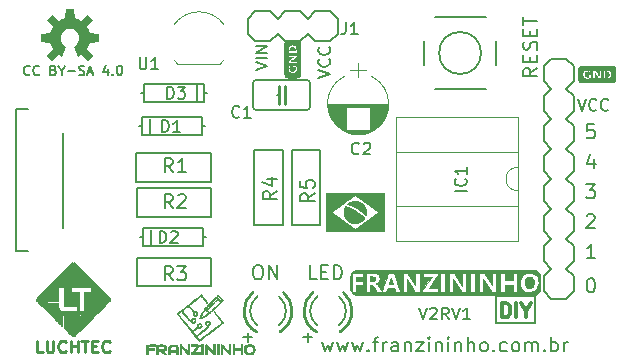
<source format=gto>
G04 #@! TF.GenerationSoftware,KiCad,Pcbnew,(5.0.0)*
G04 #@! TF.CreationDate,2018-10-03T22:20:58-03:00*
G04 #@! TF.ProjectId,Franzininho-DIY-LUCHTEC,4672616E7A696E696E686F2D4449592D,rev?*
G04 #@! TF.SameCoordinates,Original*
G04 #@! TF.FileFunction,Legend,Top*
G04 #@! TF.FilePolarity,Positive*
%FSLAX46Y46*%
G04 Gerber Fmt 4.6, Leading zero omitted, Abs format (unit mm)*
G04 Created by KiCad (PCBNEW (5.0.0)) date 10/03/18 22:20:58*
%MOMM*%
%LPD*%
G01*
G04 APERTURE LIST*
%ADD10C,0.250000*%
%ADD11C,0.152400*%
%ADD12C,0.200000*%
%ADD13C,0.300000*%
%ADD14C,0.182880*%
%ADD15C,0.160000*%
%ADD16C,0.127000*%
%ADD17C,0.254000*%
%ADD18C,0.203200*%
%ADD19C,0.100000*%
%ADD20C,0.120000*%
%ADD21C,0.010000*%
%ADD22C,0.150000*%
G04 APERTURE END LIST*
D10*
X125190571Y-119578380D02*
X124714380Y-119578380D01*
X124714380Y-118578380D01*
X125523904Y-118578380D02*
X125523904Y-119387904D01*
X125571523Y-119483142D01*
X125619142Y-119530761D01*
X125714380Y-119578380D01*
X125904857Y-119578380D01*
X126000095Y-119530761D01*
X126047714Y-119483142D01*
X126095333Y-119387904D01*
X126095333Y-118578380D01*
X127142952Y-119483142D02*
X127095333Y-119530761D01*
X126952476Y-119578380D01*
X126857238Y-119578380D01*
X126714380Y-119530761D01*
X126619142Y-119435523D01*
X126571523Y-119340285D01*
X126523904Y-119149809D01*
X126523904Y-119006952D01*
X126571523Y-118816476D01*
X126619142Y-118721238D01*
X126714380Y-118626000D01*
X126857238Y-118578380D01*
X126952476Y-118578380D01*
X127095333Y-118626000D01*
X127142952Y-118673619D01*
X127571523Y-119578380D02*
X127571523Y-118578380D01*
X127571523Y-119054571D02*
X128142952Y-119054571D01*
X128142952Y-119578380D02*
X128142952Y-118578380D01*
X128476285Y-118578380D02*
X129047714Y-118578380D01*
X128762000Y-119578380D02*
X128762000Y-118578380D01*
X129381047Y-119054571D02*
X129714380Y-119054571D01*
X129857238Y-119578380D02*
X129381047Y-119578380D01*
X129381047Y-118578380D01*
X129857238Y-118578380D01*
X130857238Y-119483142D02*
X130809619Y-119530761D01*
X130666761Y-119578380D01*
X130571523Y-119578380D01*
X130428666Y-119530761D01*
X130333428Y-119435523D01*
X130285809Y-119340285D01*
X130238190Y-119149809D01*
X130238190Y-119006952D01*
X130285809Y-118816476D01*
X130333428Y-118721238D01*
X130428666Y-118626000D01*
X130571523Y-118578380D01*
X130666761Y-118578380D01*
X130809619Y-118626000D01*
X130857238Y-118673619D01*
D11*
X171890725Y-100272857D02*
X171319297Y-100272857D01*
X171262154Y-100844285D01*
X171319297Y-100787142D01*
X171433582Y-100730000D01*
X171719297Y-100730000D01*
X171833582Y-100787142D01*
X171890725Y-100844285D01*
X171947868Y-100958571D01*
X171947868Y-101244285D01*
X171890725Y-101358571D01*
X171833582Y-101415714D01*
X171719297Y-101472857D01*
X171433582Y-101472857D01*
X171319297Y-101415714D01*
X171262154Y-101358571D01*
X171833582Y-103212857D02*
X171833582Y-104012857D01*
X171547868Y-102755714D02*
X171262154Y-103612857D01*
X172005011Y-103612857D01*
X171205011Y-105352857D02*
X171947868Y-105352857D01*
X171547868Y-105810000D01*
X171719297Y-105810000D01*
X171833582Y-105867142D01*
X171890725Y-105924285D01*
X171947868Y-106038571D01*
X171947868Y-106324285D01*
X171890725Y-106438571D01*
X171833582Y-106495714D01*
X171719297Y-106552857D01*
X171376440Y-106552857D01*
X171262154Y-106495714D01*
X171205011Y-106438571D01*
X171262154Y-108007142D02*
X171319297Y-107950000D01*
X171433582Y-107892857D01*
X171719297Y-107892857D01*
X171833582Y-107950000D01*
X171890725Y-108007142D01*
X171947868Y-108121428D01*
X171947868Y-108235714D01*
X171890725Y-108407142D01*
X171205011Y-109092857D01*
X171947868Y-109092857D01*
X171947868Y-111632857D02*
X171262154Y-111632857D01*
X171605011Y-111632857D02*
X171605011Y-110432857D01*
X171490725Y-110604285D01*
X171376440Y-110718571D01*
X171262154Y-110775714D01*
D12*
X166885620Y-117094000D02*
X166631620Y-117094000D01*
X166885620Y-114808000D02*
X166631620Y-114808000D01*
X166885620Y-117094000D02*
X166885620Y-114808000D01*
X163583620Y-114808000D02*
X166631620Y-114808000D01*
X163583620Y-117094000D02*
X166631620Y-117094000D01*
X163583620Y-114808000D02*
X163583620Y-117094000D01*
D13*
X164100014Y-116608157D02*
X164100014Y-115408157D01*
X164385728Y-115408157D01*
X164557157Y-115465300D01*
X164671442Y-115579585D01*
X164728585Y-115693871D01*
X164785728Y-115922442D01*
X164785728Y-116093871D01*
X164728585Y-116322442D01*
X164671442Y-116436728D01*
X164557157Y-116551014D01*
X164385728Y-116608157D01*
X164100014Y-116608157D01*
X165300014Y-116608157D02*
X165300014Y-115408157D01*
X166100014Y-116036728D02*
X166100014Y-116608157D01*
X165700014Y-115408157D02*
X166100014Y-116036728D01*
X166500014Y-115408157D01*
D14*
X124083491Y-96024714D02*
X124045395Y-96062809D01*
X123931110Y-96100904D01*
X123854919Y-96100904D01*
X123740633Y-96062809D01*
X123664443Y-95986619D01*
X123626348Y-95910428D01*
X123588252Y-95758047D01*
X123588252Y-95643761D01*
X123626348Y-95491380D01*
X123664443Y-95415190D01*
X123740633Y-95339000D01*
X123854919Y-95300904D01*
X123931110Y-95300904D01*
X124045395Y-95339000D01*
X124083491Y-95377095D01*
X124883491Y-96024714D02*
X124845395Y-96062809D01*
X124731110Y-96100904D01*
X124654919Y-96100904D01*
X124540633Y-96062809D01*
X124464443Y-95986619D01*
X124426348Y-95910428D01*
X124388252Y-95758047D01*
X124388252Y-95643761D01*
X124426348Y-95491380D01*
X124464443Y-95415190D01*
X124540633Y-95339000D01*
X124654919Y-95300904D01*
X124731110Y-95300904D01*
X124845395Y-95339000D01*
X124883491Y-95377095D01*
X126102538Y-95681857D02*
X126216824Y-95719952D01*
X126254919Y-95758047D01*
X126293014Y-95834238D01*
X126293014Y-95948523D01*
X126254919Y-96024714D01*
X126216824Y-96062809D01*
X126140633Y-96100904D01*
X125835872Y-96100904D01*
X125835872Y-95300904D01*
X126102538Y-95300904D01*
X126178729Y-95339000D01*
X126216824Y-95377095D01*
X126254919Y-95453285D01*
X126254919Y-95529476D01*
X126216824Y-95605666D01*
X126178729Y-95643761D01*
X126102538Y-95681857D01*
X125835872Y-95681857D01*
X126788252Y-95719952D02*
X126788252Y-96100904D01*
X126521586Y-95300904D02*
X126788252Y-95719952D01*
X127054919Y-95300904D01*
X127321586Y-95796142D02*
X127931110Y-95796142D01*
X128273967Y-96062809D02*
X128388252Y-96100904D01*
X128578729Y-96100904D01*
X128654919Y-96062809D01*
X128693014Y-96024714D01*
X128731110Y-95948523D01*
X128731110Y-95872333D01*
X128693014Y-95796142D01*
X128654919Y-95758047D01*
X128578729Y-95719952D01*
X128426348Y-95681857D01*
X128350157Y-95643761D01*
X128312062Y-95605666D01*
X128273967Y-95529476D01*
X128273967Y-95453285D01*
X128312062Y-95377095D01*
X128350157Y-95339000D01*
X128426348Y-95300904D01*
X128616824Y-95300904D01*
X128731110Y-95339000D01*
X129035872Y-95872333D02*
X129416824Y-95872333D01*
X128959681Y-96100904D02*
X129226348Y-95300904D01*
X129493014Y-96100904D01*
X130712062Y-95567571D02*
X130712062Y-96100904D01*
X130521586Y-95262809D02*
X130331110Y-95834238D01*
X130826348Y-95834238D01*
X131131110Y-96024714D02*
X131169205Y-96062809D01*
X131131110Y-96100904D01*
X131093014Y-96062809D01*
X131131110Y-96024714D01*
X131131110Y-96100904D01*
X131664443Y-95300904D02*
X131740633Y-95300904D01*
X131816824Y-95339000D01*
X131854919Y-95377095D01*
X131893014Y-95453285D01*
X131931110Y-95605666D01*
X131931110Y-95796142D01*
X131893014Y-95948523D01*
X131854919Y-96024714D01*
X131816824Y-96062809D01*
X131740633Y-96100904D01*
X131664443Y-96100904D01*
X131588252Y-96062809D01*
X131550157Y-96024714D01*
X131512062Y-95948523D01*
X131473967Y-95796142D01*
X131473967Y-95605666D01*
X131512062Y-95453285D01*
X131550157Y-95377095D01*
X131588252Y-95339000D01*
X131664443Y-95300904D01*
D11*
X170494035Y-98123380D02*
X170827368Y-99123380D01*
X171160701Y-98123380D01*
X172065463Y-99028142D02*
X172017844Y-99075761D01*
X171874987Y-99123380D01*
X171779749Y-99123380D01*
X171636892Y-99075761D01*
X171541654Y-98980523D01*
X171494035Y-98885285D01*
X171446416Y-98694809D01*
X171446416Y-98551952D01*
X171494035Y-98361476D01*
X171541654Y-98266238D01*
X171636892Y-98171000D01*
X171779749Y-98123380D01*
X171874987Y-98123380D01*
X172017844Y-98171000D01*
X172065463Y-98218619D01*
X173065463Y-99028142D02*
X173017844Y-99075761D01*
X172874987Y-99123380D01*
X172779749Y-99123380D01*
X172636892Y-99075761D01*
X172541654Y-98980523D01*
X172494035Y-98885285D01*
X172446416Y-98694809D01*
X172446416Y-98551952D01*
X172494035Y-98361476D01*
X172541654Y-98266238D01*
X172636892Y-98171000D01*
X172779749Y-98123380D01*
X172874987Y-98123380D01*
X173017844Y-98171000D01*
X173065463Y-98218619D01*
X171547868Y-113290357D02*
X171662154Y-113290357D01*
X171776440Y-113347500D01*
X171833582Y-113404642D01*
X171890725Y-113518928D01*
X171947868Y-113747500D01*
X171947868Y-114033214D01*
X171890725Y-114261785D01*
X171833582Y-114376071D01*
X171776440Y-114433214D01*
X171662154Y-114490357D01*
X171547868Y-114490357D01*
X171433582Y-114433214D01*
X171376440Y-114376071D01*
X171319297Y-114261785D01*
X171262154Y-114033214D01*
X171262154Y-113747500D01*
X171319297Y-113518928D01*
X171376440Y-113404642D01*
X171433582Y-113347500D01*
X171547868Y-113290357D01*
X157039298Y-115792380D02*
X157372631Y-116792380D01*
X157705964Y-115792380D01*
X157991679Y-115887619D02*
X158039298Y-115840000D01*
X158134536Y-115792380D01*
X158372631Y-115792380D01*
X158467869Y-115840000D01*
X158515488Y-115887619D01*
X158563107Y-115982857D01*
X158563107Y-116078095D01*
X158515488Y-116220952D01*
X157944060Y-116792380D01*
X158563107Y-116792380D01*
X159563107Y-116792380D02*
X159229774Y-116316190D01*
X158991679Y-116792380D02*
X158991679Y-115792380D01*
X159372631Y-115792380D01*
X159467869Y-115840000D01*
X159515488Y-115887619D01*
X159563107Y-115982857D01*
X159563107Y-116125714D01*
X159515488Y-116220952D01*
X159467869Y-116268571D01*
X159372631Y-116316190D01*
X158991679Y-116316190D01*
X159848821Y-115792380D02*
X160182155Y-116792380D01*
X160515488Y-115792380D01*
X161372631Y-116792380D02*
X160801202Y-116792380D01*
X161086917Y-116792380D02*
X161086917Y-115792380D01*
X160991679Y-115935238D01*
X160896440Y-116030476D01*
X160801202Y-116078095D01*
D15*
X148865428Y-118706857D02*
X149094000Y-119506857D01*
X149322571Y-118935428D01*
X149551142Y-119506857D01*
X149779714Y-118706857D01*
X150122571Y-118706857D02*
X150351142Y-119506857D01*
X150579714Y-118935428D01*
X150808285Y-119506857D01*
X151036857Y-118706857D01*
X151379714Y-118706857D02*
X151608285Y-119506857D01*
X151836857Y-118935428D01*
X152065428Y-119506857D01*
X152294000Y-118706857D01*
X152751142Y-119392571D02*
X152808285Y-119449714D01*
X152751142Y-119506857D01*
X152694000Y-119449714D01*
X152751142Y-119392571D01*
X152751142Y-119506857D01*
X153151142Y-118706857D02*
X153608285Y-118706857D01*
X153322571Y-119506857D02*
X153322571Y-118478285D01*
X153379714Y-118364000D01*
X153494000Y-118306857D01*
X153608285Y-118306857D01*
X154008285Y-119506857D02*
X154008285Y-118706857D01*
X154008285Y-118935428D02*
X154065428Y-118821142D01*
X154122571Y-118764000D01*
X154236857Y-118706857D01*
X154351142Y-118706857D01*
X155265428Y-119506857D02*
X155265428Y-118878285D01*
X155208285Y-118764000D01*
X155094000Y-118706857D01*
X154865428Y-118706857D01*
X154751142Y-118764000D01*
X155265428Y-119449714D02*
X155151142Y-119506857D01*
X154865428Y-119506857D01*
X154751142Y-119449714D01*
X154694000Y-119335428D01*
X154694000Y-119221142D01*
X154751142Y-119106857D01*
X154865428Y-119049714D01*
X155151142Y-119049714D01*
X155265428Y-118992571D01*
X155836857Y-118706857D02*
X155836857Y-119506857D01*
X155836857Y-118821142D02*
X155894000Y-118764000D01*
X156008285Y-118706857D01*
X156179714Y-118706857D01*
X156294000Y-118764000D01*
X156351142Y-118878285D01*
X156351142Y-119506857D01*
X156808285Y-118706857D02*
X157436857Y-118706857D01*
X156808285Y-119506857D01*
X157436857Y-119506857D01*
X157894000Y-119506857D02*
X157894000Y-118706857D01*
X157894000Y-118306857D02*
X157836857Y-118364000D01*
X157894000Y-118421142D01*
X157951142Y-118364000D01*
X157894000Y-118306857D01*
X157894000Y-118421142D01*
X158465428Y-118706857D02*
X158465428Y-119506857D01*
X158465428Y-118821142D02*
X158522571Y-118764000D01*
X158636857Y-118706857D01*
X158808285Y-118706857D01*
X158922571Y-118764000D01*
X158979714Y-118878285D01*
X158979714Y-119506857D01*
X159551142Y-119506857D02*
X159551142Y-118706857D01*
X159551142Y-118306857D02*
X159494000Y-118364000D01*
X159551142Y-118421142D01*
X159608285Y-118364000D01*
X159551142Y-118306857D01*
X159551142Y-118421142D01*
X160122571Y-118706857D02*
X160122571Y-119506857D01*
X160122571Y-118821142D02*
X160179714Y-118764000D01*
X160294000Y-118706857D01*
X160465428Y-118706857D01*
X160579714Y-118764000D01*
X160636857Y-118878285D01*
X160636857Y-119506857D01*
X161208285Y-119506857D02*
X161208285Y-118306857D01*
X161722571Y-119506857D02*
X161722571Y-118878285D01*
X161665428Y-118764000D01*
X161551142Y-118706857D01*
X161379714Y-118706857D01*
X161265428Y-118764000D01*
X161208285Y-118821142D01*
X162465428Y-119506857D02*
X162351142Y-119449714D01*
X162294000Y-119392571D01*
X162236857Y-119278285D01*
X162236857Y-118935428D01*
X162294000Y-118821142D01*
X162351142Y-118764000D01*
X162465428Y-118706857D01*
X162636857Y-118706857D01*
X162751142Y-118764000D01*
X162808285Y-118821142D01*
X162865428Y-118935428D01*
X162865428Y-119278285D01*
X162808285Y-119392571D01*
X162751142Y-119449714D01*
X162636857Y-119506857D01*
X162465428Y-119506857D01*
X163379714Y-119392571D02*
X163436857Y-119449714D01*
X163379714Y-119506857D01*
X163322571Y-119449714D01*
X163379714Y-119392571D01*
X163379714Y-119506857D01*
X164465428Y-119449714D02*
X164351142Y-119506857D01*
X164122571Y-119506857D01*
X164008285Y-119449714D01*
X163951142Y-119392571D01*
X163894000Y-119278285D01*
X163894000Y-118935428D01*
X163951142Y-118821142D01*
X164008285Y-118764000D01*
X164122571Y-118706857D01*
X164351142Y-118706857D01*
X164465428Y-118764000D01*
X165151142Y-119506857D02*
X165036857Y-119449714D01*
X164979714Y-119392571D01*
X164922571Y-119278285D01*
X164922571Y-118935428D01*
X164979714Y-118821142D01*
X165036857Y-118764000D01*
X165151142Y-118706857D01*
X165322571Y-118706857D01*
X165436857Y-118764000D01*
X165494000Y-118821142D01*
X165551142Y-118935428D01*
X165551142Y-119278285D01*
X165494000Y-119392571D01*
X165436857Y-119449714D01*
X165322571Y-119506857D01*
X165151142Y-119506857D01*
X166065428Y-119506857D02*
X166065428Y-118706857D01*
X166065428Y-118821142D02*
X166122571Y-118764000D01*
X166236857Y-118706857D01*
X166408285Y-118706857D01*
X166522571Y-118764000D01*
X166579714Y-118878285D01*
X166579714Y-119506857D01*
X166579714Y-118878285D02*
X166636857Y-118764000D01*
X166751142Y-118706857D01*
X166922571Y-118706857D01*
X167036857Y-118764000D01*
X167094000Y-118878285D01*
X167094000Y-119506857D01*
X167665428Y-119392571D02*
X167722571Y-119449714D01*
X167665428Y-119506857D01*
X167608285Y-119449714D01*
X167665428Y-119392571D01*
X167665428Y-119506857D01*
X168236857Y-119506857D02*
X168236857Y-118306857D01*
X168236857Y-118764000D02*
X168351142Y-118706857D01*
X168579714Y-118706857D01*
X168694000Y-118764000D01*
X168751142Y-118821142D01*
X168808285Y-118935428D01*
X168808285Y-119278285D01*
X168751142Y-119392571D01*
X168694000Y-119449714D01*
X168579714Y-119506857D01*
X168351142Y-119506857D01*
X168236857Y-119449714D01*
X169322571Y-119506857D02*
X169322571Y-118706857D01*
X169322571Y-118935428D02*
X169379714Y-118821142D01*
X169436857Y-118764000D01*
X169551142Y-118706857D01*
X169665428Y-118706857D01*
D11*
X148527230Y-96332964D02*
X149527230Y-95999631D01*
X148527230Y-95666298D01*
X149431992Y-94761536D02*
X149479611Y-94809155D01*
X149527230Y-94952012D01*
X149527230Y-95047250D01*
X149479611Y-95190107D01*
X149384373Y-95285345D01*
X149289135Y-95332964D01*
X149098659Y-95380583D01*
X148955802Y-95380583D01*
X148765326Y-95332964D01*
X148670088Y-95285345D01*
X148574850Y-95190107D01*
X148527230Y-95047250D01*
X148527230Y-94952012D01*
X148574850Y-94809155D01*
X148622469Y-94761536D01*
X149431992Y-93761536D02*
X149479611Y-93809155D01*
X149527230Y-93952012D01*
X149527230Y-94047250D01*
X149479611Y-94190107D01*
X149384373Y-94285345D01*
X149289135Y-94332964D01*
X149098659Y-94380583D01*
X148955802Y-94380583D01*
X148765326Y-94332964D01*
X148670088Y-94285345D01*
X148574850Y-94190107D01*
X148527230Y-94047250D01*
X148527230Y-93952012D01*
X148574850Y-93809155D01*
X148622469Y-93761536D01*
X143224380Y-95690701D02*
X144224380Y-95357368D01*
X143224380Y-95024035D01*
X144224380Y-94690701D02*
X143224380Y-94690701D01*
X144224380Y-94214511D02*
X143224380Y-94214511D01*
X144224380Y-93643082D01*
X143224380Y-93643082D01*
D16*
G04 #@! TO.C,ON*
X142951200Y-118313200D02*
X142163800Y-118313200D01*
X142544800Y-118668800D02*
X142544800Y-117932200D01*
D17*
X146304000Y-116078000D02*
G75*
G02X145280200Y-117842300I-2032000J-56D01*
G01*
X145584600Y-114526800D02*
G75*
G02X146304000Y-116078000I-1312600J-1551163D01*
G01*
X142240000Y-116078000D02*
G75*
G03X143315800Y-117870900I2032000J60D01*
G01*
X142971100Y-114517000D02*
G75*
G03X142240000Y-116078000I1300900J-1560988D01*
G01*
D11*
X145796000Y-116078000D02*
G75*
G02X145207600Y-117281000I-1524000J8D01*
G01*
X145207600Y-114875000D02*
G75*
G02X145796000Y-116078000I-935600J-1203008D01*
G01*
X142748000Y-116078000D02*
G75*
G03X143357600Y-117297200I1524000J0D01*
G01*
X143386199Y-114837900D02*
G75*
G03X142748000Y-116078000I885801J-1240134D01*
G01*
D18*
G04 #@! TO.C,X1*
X126952350Y-109018600D02*
X126952350Y-101018600D01*
X122952350Y-111018600D02*
X123952350Y-111018600D01*
X122952350Y-99018600D02*
X123952350Y-99018600D01*
X122952350Y-99018600D02*
X122952350Y-111018600D01*
G04 #@! TO.C,D2*
X134340850Y-110449100D02*
X134340850Y-109179100D01*
X138785850Y-109814100D02*
X139039850Y-109814100D01*
X133705850Y-109814100D02*
X133451850Y-109814100D01*
X138785850Y-109814100D02*
X138785850Y-110576100D01*
X138785850Y-109052100D02*
X138785850Y-109814100D01*
X133705850Y-109052100D02*
X138785850Y-109052100D01*
X133705850Y-109814100D02*
X133705850Y-109052100D01*
X133705850Y-110576100D02*
X133705850Y-109814100D01*
X138785850Y-110576100D02*
X133705850Y-110576100D01*
G04 #@! TO.C,D1*
X134241850Y-101087100D02*
X134241850Y-99817100D01*
X138686850Y-100452100D02*
X138940850Y-100452100D01*
X133606850Y-100452100D02*
X133352850Y-100452100D01*
X138686850Y-100452100D02*
X138686850Y-101214100D01*
X138686850Y-99690100D02*
X138686850Y-100452100D01*
X133606850Y-99690100D02*
X138686850Y-99690100D01*
X133606850Y-100452100D02*
X133606850Y-99690100D01*
X133606850Y-101214100D02*
X133606850Y-100452100D01*
X138686850Y-101214100D02*
X133606850Y-101214100D01*
D11*
G04 #@! TO.C,C1*
X145161000Y-97790000D02*
X145034000Y-97790000D01*
D17*
X145161000Y-97790000D02*
X145161000Y-98552000D01*
X145161000Y-97028000D02*
X145161000Y-97790000D01*
X145669000Y-97790000D02*
X145669000Y-98552000D01*
X145669000Y-97790000D02*
X145669000Y-97028000D01*
D11*
X145796000Y-97790000D02*
X145669000Y-97790000D01*
X143256000Y-99060000D02*
G75*
G02X143002000Y-98806000I0J254000D01*
G01*
X147828000Y-98806000D02*
G75*
G02X147574000Y-99060000I-254000J0D01*
G01*
X143256000Y-96520000D02*
G75*
G03X143002000Y-96774000I0J-254000D01*
G01*
X147828000Y-96774000D02*
G75*
G03X147574000Y-96520000I-254000J0D01*
G01*
X143002000Y-96774000D02*
X143002000Y-98806000D01*
X147828000Y-96774000D02*
X147828000Y-98806000D01*
X147574000Y-99060000D02*
X143256000Y-99060000D01*
X143256000Y-96520000D02*
X147574000Y-96520000D01*
D18*
G04 #@! TO.C,R1*
X139412350Y-105128100D02*
X133112350Y-105128100D01*
X139412350Y-102728100D02*
X139412350Y-105128100D01*
X133112350Y-102728100D02*
X139412350Y-102728100D01*
X133112350Y-105128100D02*
X133112350Y-102728100D01*
G04 #@! TO.C,R2*
X139474850Y-108093100D02*
X133174850Y-108093100D01*
X139474850Y-105693100D02*
X139474850Y-108093100D01*
X133174850Y-105693100D02*
X139474850Y-105693100D01*
X133174850Y-108093100D02*
X133174850Y-105693100D01*
G04 #@! TO.C,R3*
X133174850Y-111576000D02*
X139474850Y-111576000D01*
X133174850Y-113976000D02*
X133174850Y-111576000D01*
X139474850Y-113976000D02*
X133174850Y-113976000D01*
X139474850Y-111576000D02*
X139474850Y-113976000D01*
D16*
G04 #@! TO.C,LED*
X148031200Y-118313200D02*
X147243800Y-118313200D01*
X147624800Y-118668800D02*
X147624800Y-117932200D01*
D17*
X151384000Y-116078000D02*
G75*
G02X150360200Y-117842300I-2032000J-56D01*
G01*
X150664600Y-114526800D02*
G75*
G02X151384000Y-116078000I-1312600J-1551163D01*
G01*
X147320000Y-116078000D02*
G75*
G03X148395800Y-117870900I2032000J60D01*
G01*
X148051100Y-114517000D02*
G75*
G03X147320000Y-116078000I1300900J-1560988D01*
G01*
D11*
X150876000Y-116078000D02*
G75*
G02X150287600Y-117281000I-1524000J8D01*
G01*
X150287600Y-114875000D02*
G75*
G02X150876000Y-116078000I-935600J-1203008D01*
G01*
X147828000Y-116078000D02*
G75*
G03X148437600Y-117297200I1524000J0D01*
G01*
X148466199Y-114837900D02*
G75*
G03X147828000Y-116078000I885801J-1240134D01*
G01*
D18*
G04 #@! TO.C,R5*
X146285850Y-108773100D02*
X146285850Y-102473100D01*
X148685850Y-108773100D02*
X146285850Y-108773100D01*
X148685850Y-102473100D02*
X148685850Y-108773100D01*
X146285850Y-102473100D02*
X148685850Y-102473100D01*
G04 #@! TO.C,D3*
X138221450Y-96975500D02*
X138221450Y-98245500D01*
X133776450Y-97610500D02*
X133522450Y-97610500D01*
X138856450Y-97610500D02*
X139110450Y-97610500D01*
X133776450Y-97610500D02*
X133776450Y-96848500D01*
X133776450Y-98372500D02*
X133776450Y-97610500D01*
X138856450Y-98372500D02*
X133776450Y-98372500D01*
X138856450Y-97610500D02*
X138856450Y-98372500D01*
X138856450Y-96848500D02*
X138856450Y-97610500D01*
X133776450Y-96848500D02*
X138856450Y-96848500D01*
G04 #@! TO.C,R4*
X143120850Y-108773100D02*
X143120850Y-102473100D01*
X145520850Y-108773100D02*
X143120850Y-108773100D01*
X145520850Y-102473100D02*
X145520850Y-108773100D01*
X143120850Y-102473100D02*
X145520850Y-102473100D01*
G04 #@! TO.C,JP3*
X170149850Y-95346100D02*
X170149850Y-96616100D01*
X169514850Y-97251100D02*
X170149850Y-96616100D01*
X167609850Y-96616100D02*
X168244850Y-97251100D01*
X169514850Y-94711100D02*
X170149850Y-95346100D01*
X168244850Y-94711100D02*
X169514850Y-94711100D01*
X167609850Y-95346100D02*
X168244850Y-94711100D01*
X167609850Y-96616100D02*
X167609850Y-95346100D01*
X170149850Y-113126100D02*
X170149850Y-114396100D01*
X169514850Y-115031100D02*
X170149850Y-114396100D01*
X167609850Y-114396100D02*
X168244850Y-115031100D01*
X168244850Y-115031100D02*
X169514850Y-115031100D01*
X170149850Y-111856100D02*
X169514850Y-112491100D01*
X170149850Y-110586100D02*
X170149850Y-111856100D01*
X169514850Y-109951100D02*
X170149850Y-110586100D01*
X167609850Y-110586100D02*
X168244850Y-109951100D01*
X167609850Y-111856100D02*
X167609850Y-110586100D01*
X168244850Y-112491100D02*
X167609850Y-111856100D01*
X169514850Y-112491100D02*
X170149850Y-113126100D01*
X167609850Y-113126100D02*
X168244850Y-112491100D01*
X167609850Y-114396100D02*
X167609850Y-113126100D01*
X170149850Y-105506100D02*
X170149850Y-106776100D01*
X169514850Y-107411100D02*
X170149850Y-106776100D01*
X167609850Y-106776100D02*
X168244850Y-107411100D01*
X170149850Y-109316100D02*
X169514850Y-109951100D01*
X170149850Y-108046100D02*
X170149850Y-109316100D01*
X169514850Y-107411100D02*
X170149850Y-108046100D01*
X167609850Y-108046100D02*
X168244850Y-107411100D01*
X167609850Y-109316100D02*
X167609850Y-108046100D01*
X168244850Y-109951100D02*
X167609850Y-109316100D01*
X170149850Y-104236100D02*
X169514850Y-104871100D01*
X170149850Y-102966100D02*
X170149850Y-104236100D01*
X169514850Y-102331100D02*
X170149850Y-102966100D01*
X167609850Y-102966100D02*
X168244850Y-102331100D01*
X167609850Y-104236100D02*
X167609850Y-102966100D01*
X168244850Y-104871100D02*
X167609850Y-104236100D01*
X169514850Y-104871100D02*
X170149850Y-105506100D01*
X167609850Y-105506100D02*
X168244850Y-104871100D01*
X167609850Y-106776100D02*
X167609850Y-105506100D01*
X170149850Y-97886100D02*
X170149850Y-99156100D01*
X169514850Y-99791100D02*
X170149850Y-99156100D01*
X167609850Y-99156100D02*
X168244850Y-99791100D01*
X170149850Y-101696100D02*
X169514850Y-102331100D01*
X170149850Y-100426100D02*
X170149850Y-101696100D01*
X169514850Y-99791100D02*
X170149850Y-100426100D01*
X167609850Y-100426100D02*
X168244850Y-99791100D01*
X167609850Y-101696100D02*
X167609850Y-100426100D01*
X168244850Y-102331100D02*
X167609850Y-101696100D01*
X169514850Y-97251100D02*
X170149850Y-97886100D01*
X167609850Y-97886100D02*
X168244850Y-97251100D01*
X167609850Y-99156100D02*
X167609850Y-97886100D01*
D19*
G04 #@! TO.C,LOGO1*
G36*
X128165800Y-94552000D02*
X128418800Y-94421600D01*
X129047200Y-94934000D01*
X129478000Y-94503200D01*
X128965600Y-93874800D01*
X129182700Y-93350600D01*
X129989400Y-93268700D01*
X129989400Y-92659300D01*
X129182700Y-92577400D01*
X129095930Y-92306280D01*
X128965600Y-92053200D01*
X129478000Y-91424800D01*
X129047200Y-90994000D01*
X128418800Y-91506400D01*
X128165720Y-91376070D01*
X127894600Y-91289300D01*
X127812700Y-90482600D01*
X127203300Y-90482600D01*
X127121400Y-91289300D01*
X126850280Y-91376070D01*
X126597200Y-91506400D01*
X125968800Y-90994000D01*
X125538000Y-91424800D01*
X126050400Y-92053200D01*
X125833300Y-92577400D01*
X125026600Y-92659300D01*
X125026600Y-93268700D01*
X125833300Y-93350600D01*
X126050400Y-93874800D01*
X125538000Y-94503200D01*
X125968800Y-94934000D01*
X126597200Y-94421600D01*
X126720996Y-94492046D01*
X126850200Y-94552000D01*
X127209000Y-93685800D01*
X127012336Y-93567940D01*
X126858359Y-93398061D01*
X126760332Y-93190796D01*
X126726700Y-92964000D01*
X126749090Y-92778301D01*
X126814975Y-92603246D01*
X126920580Y-92448867D01*
X127059853Y-92324013D01*
X127224809Y-92235839D01*
X127405996Y-92189400D01*
X127593029Y-92187357D01*
X127775187Y-92229827D01*
X127942030Y-92314376D01*
X128083996Y-92436158D01*
X128192949Y-92588193D01*
X128262643Y-92761767D01*
X128289084Y-92946933D01*
X128270756Y-93133076D01*
X128208710Y-93309529D01*
X128106503Y-93466178D01*
X127807000Y-93685800D01*
X128165800Y-94552000D01*
G37*
D18*
G04 #@! TO.C,J1*
X142542350Y-92611100D02*
X142542350Y-91341100D01*
X148257350Y-90706100D02*
X149527350Y-90706100D01*
X150162350Y-91341100D02*
X149527350Y-90706100D01*
X149527350Y-93246100D02*
X150162350Y-92611100D01*
X150162350Y-92611100D02*
X150162350Y-91341100D01*
X146987350Y-90706100D02*
X147622350Y-91341100D01*
X145717350Y-90706100D02*
X146987350Y-90706100D01*
X145082350Y-91341100D02*
X145717350Y-90706100D01*
X145717350Y-93246100D02*
X145082350Y-92611100D01*
X146987350Y-93246100D02*
X145717350Y-93246100D01*
X147622350Y-92611100D02*
X146987350Y-93246100D01*
X147622350Y-91341100D02*
X148257350Y-90706100D01*
X148257350Y-93246100D02*
X147622350Y-92611100D01*
X149527350Y-93246100D02*
X148257350Y-93246100D01*
X144447350Y-90706100D02*
X145082350Y-91341100D01*
X143177350Y-90706100D02*
X144447350Y-90706100D01*
X142542350Y-91341100D02*
X143177350Y-90706100D01*
X143177350Y-93246100D02*
X142542350Y-92611100D01*
X144447350Y-93246100D02*
X143177350Y-93246100D01*
X145082350Y-92611100D02*
X144447350Y-93246100D01*
G04 #@! TO.C,RESET*
X158369000Y-97282000D02*
X162687000Y-97282000D01*
X162687000Y-91186000D02*
X158369000Y-91186000D01*
X157480000Y-95232000D02*
X157480000Y-93218000D01*
X163576000Y-95262000D02*
X163576000Y-93218000D01*
X162306000Y-94234000D02*
G75*
G03X162306000Y-94234000I-1778000J0D01*
G01*
D20*
G04 #@! TO.C,U1*
X140559301Y-94803965D02*
G75*
G02X140230000Y-95195000I-2129301J1458965D01*
G01*
X140570193Y-91868663D02*
G75*
G03X138430000Y-90745000I-2140193J-1476337D01*
G01*
X136289807Y-91868663D02*
G75*
G02X138430000Y-90745000I2140193J-1476337D01*
G01*
X136310283Y-94817855D02*
G75*
G03X136630000Y-95195000I2119717J1472855D01*
G01*
X136630000Y-95195000D02*
X140230000Y-95195000D01*
G04 #@! TO.C,IC1*
X165474000Y-110152000D02*
X165474000Y-99652000D01*
X155074000Y-110152000D02*
X165474000Y-110152000D01*
X155074000Y-99652000D02*
X155074000Y-110152000D01*
X165474000Y-99652000D02*
X155074000Y-99652000D01*
X165414000Y-107152000D02*
X165414000Y-105902000D01*
X155134000Y-107152000D02*
X165414000Y-107152000D01*
X155134000Y-102652000D02*
X155134000Y-107152000D01*
X165414000Y-102652000D02*
X155134000Y-102652000D01*
X165414000Y-103902000D02*
X165414000Y-102652000D01*
X165414000Y-105902000D02*
G75*
G02X165414000Y-103902000I0J1000000D01*
G01*
D21*
G04 #@! TO.C,G\002A\002A\002A*
G36*
X153196415Y-113160024D02*
X153288130Y-113224949D01*
X153326813Y-113319140D01*
X153305229Y-113431127D01*
X153276416Y-113480761D01*
X153211791Y-113538012D01*
X153111749Y-113558558D01*
X153082388Y-113559166D01*
X152943278Y-113559166D01*
X152943278Y-113135833D01*
X153058900Y-113135833D01*
X153196415Y-113160024D01*
X153196415Y-113160024D01*
G37*
X153196415Y-113160024D02*
X153288130Y-113224949D01*
X153326813Y-113319140D01*
X153305229Y-113431127D01*
X153276416Y-113480761D01*
X153211791Y-113538012D01*
X153111749Y-113558558D01*
X153082388Y-113559166D01*
X152943278Y-113559166D01*
X152943278Y-113135833D01*
X153058900Y-113135833D01*
X153196415Y-113160024D01*
G36*
X154679537Y-113313755D02*
X154714730Y-113376552D01*
X154760336Y-113493665D01*
X154764021Y-113504302D01*
X154805103Y-113627386D01*
X154835096Y-113724166D01*
X154848131Y-113775599D01*
X154848278Y-113777705D01*
X154816539Y-113793911D01*
X154735392Y-113804196D01*
X154671889Y-113806111D01*
X154571232Y-113803930D01*
X154507370Y-113798353D01*
X154495500Y-113793995D01*
X154506009Y-113756887D01*
X154532811Y-113674159D01*
X154568815Y-113566758D01*
X154606930Y-113455632D01*
X154640066Y-113361729D01*
X154658570Y-113312222D01*
X154679537Y-113313755D01*
X154679537Y-113313755D01*
G37*
X154679537Y-113313755D02*
X154714730Y-113376552D01*
X154760336Y-113493665D01*
X154764021Y-113504302D01*
X154805103Y-113627386D01*
X154835096Y-113724166D01*
X154848131Y-113775599D01*
X154848278Y-113777705D01*
X154816539Y-113793911D01*
X154735392Y-113804196D01*
X154671889Y-113806111D01*
X154571232Y-113803930D01*
X154507370Y-113798353D01*
X154495500Y-113793995D01*
X154506009Y-113756887D01*
X154532811Y-113674159D01*
X154568815Y-113566758D01*
X154606930Y-113455632D01*
X154640066Y-113361729D01*
X154658570Y-113312222D01*
X154679537Y-113313755D01*
G36*
X166517270Y-113184710D02*
X166606553Y-113236700D01*
X166650914Y-113279260D01*
X166702956Y-113338707D01*
X166733872Y-113396278D01*
X166749116Y-113472554D01*
X166754141Y-113588118D01*
X166754528Y-113670210D01*
X166753101Y-113812275D01*
X166744853Y-113903712D01*
X166723834Y-113964441D01*
X166684095Y-114014383D01*
X166639318Y-114055949D01*
X166504639Y-114136352D01*
X166356491Y-114159937D01*
X166215643Y-114124664D01*
X166176567Y-114101361D01*
X166084656Y-113998791D01*
X166021513Y-113850333D01*
X165996179Y-113677839D01*
X165996055Y-113665000D01*
X166020994Y-113468592D01*
X166092962Y-113317651D01*
X166207689Y-113217358D01*
X166360905Y-113172898D01*
X166402999Y-113171111D01*
X166517270Y-113184710D01*
X166517270Y-113184710D01*
G37*
X166517270Y-113184710D02*
X166606553Y-113236700D01*
X166650914Y-113279260D01*
X166702956Y-113338707D01*
X166733872Y-113396278D01*
X166749116Y-113472554D01*
X166754141Y-113588118D01*
X166754528Y-113670210D01*
X166753101Y-113812275D01*
X166744853Y-113903712D01*
X166723834Y-113964441D01*
X166684095Y-114014383D01*
X166639318Y-114055949D01*
X166504639Y-114136352D01*
X166356491Y-114159937D01*
X166215643Y-114124664D01*
X166176567Y-114101361D01*
X166084656Y-113998791D01*
X166021513Y-113850333D01*
X165996179Y-113677839D01*
X165996055Y-113665000D01*
X166020994Y-113468592D01*
X166092962Y-113317651D01*
X166207689Y-113217358D01*
X166360905Y-113172898D01*
X166402999Y-113171111D01*
X166517270Y-113184710D01*
G36*
X167026152Y-112670181D02*
X167132688Y-112756492D01*
X167225890Y-112863801D01*
X167237819Y-112881847D01*
X167266492Y-112931561D01*
X167287485Y-112982516D01*
X167301990Y-113046218D01*
X167311198Y-113134172D01*
X167316304Y-113257883D01*
X167318497Y-113428859D01*
X167318972Y-113658604D01*
X167318972Y-113665000D01*
X167318524Y-113896312D01*
X167316386Y-114068576D01*
X167311366Y-114193298D01*
X167302271Y-114281983D01*
X167287909Y-114346136D01*
X167267087Y-114397264D01*
X167238614Y-114446872D01*
X167237819Y-114448152D01*
X167151508Y-114554688D01*
X167044199Y-114647890D01*
X167026152Y-114659819D01*
X166895639Y-114740972D01*
X159328555Y-114746774D01*
X158461482Y-114747283D01*
X157637173Y-114747455D01*
X156857520Y-114747295D01*
X156124415Y-114746812D01*
X155439748Y-114746010D01*
X154805411Y-114744898D01*
X154223294Y-114743482D01*
X153695291Y-114741768D01*
X153223290Y-114739764D01*
X152809184Y-114737475D01*
X152454865Y-114734910D01*
X152162222Y-114732074D01*
X151933147Y-114728975D01*
X151769533Y-114725619D01*
X151673268Y-114722013D01*
X151647045Y-114719365D01*
X151512933Y-114650408D01*
X151386420Y-114534372D01*
X151348628Y-114480076D01*
X163949944Y-114480076D01*
X164135153Y-114469413D01*
X164320361Y-114458750D01*
X164330554Y-114150069D01*
X164340747Y-113841389D01*
X164973000Y-113841389D01*
X164973000Y-114476389D01*
X165361055Y-114476389D01*
X165361055Y-113682469D01*
X165599556Y-113682469D01*
X165620990Y-113897137D01*
X165689367Y-114095896D01*
X165805686Y-114264434D01*
X165867729Y-114321687D01*
X166067137Y-114438518D01*
X166289842Y-114494692D01*
X166520782Y-114488765D01*
X166744892Y-114419296D01*
X166768138Y-114407888D01*
X166935508Y-114284994D01*
X167062720Y-114115564D01*
X167145970Y-113913533D01*
X167181452Y-113692836D01*
X167165361Y-113467406D01*
X167093891Y-113251180D01*
X167087517Y-113238326D01*
X166959747Y-113058415D01*
X166790806Y-112927596D01*
X166593084Y-112849037D01*
X166378975Y-112825906D01*
X166160868Y-112861370D01*
X165963305Y-112950947D01*
X165806941Y-113086131D01*
X165693530Y-113262654D01*
X165624069Y-113466204D01*
X165599556Y-113682469D01*
X165361055Y-113682469D01*
X165361055Y-112853611D01*
X164973000Y-112853611D01*
X164973000Y-113488611D01*
X164340747Y-113488611D01*
X164330554Y-113179930D01*
X164320361Y-112871250D01*
X164135153Y-112860587D01*
X163949944Y-112849924D01*
X163949944Y-114480076D01*
X151348628Y-114480076D01*
X151288351Y-114393478D01*
X151248436Y-114294398D01*
X151232795Y-114193267D01*
X151222656Y-114032739D01*
X151218448Y-113823790D01*
X151220550Y-113579771D01*
X151225769Y-113363891D01*
X151232241Y-113205809D01*
X151241663Y-113092770D01*
X151255733Y-113012016D01*
X151276149Y-112950792D01*
X151304610Y-112896342D01*
X151313459Y-112881847D01*
X151336334Y-112853611D01*
X151355778Y-112853611D01*
X151355778Y-114476389D01*
X151743833Y-114476389D01*
X151743833Y-113841389D01*
X152273000Y-113841389D01*
X152273000Y-113523889D01*
X151743833Y-113523889D01*
X151743833Y-113171111D01*
X152308278Y-113171111D01*
X152308278Y-112853611D01*
X152555222Y-112853611D01*
X152555222Y-114476389D01*
X152943278Y-114476389D01*
X152943278Y-113871980D01*
X153039945Y-113883142D01*
X153093351Y-113899531D01*
X153146982Y-113943068D01*
X153210940Y-114024941D01*
X153295325Y-114156336D01*
X153313348Y-114185919D01*
X153490083Y-114477532D01*
X154298097Y-114458750D01*
X154350485Y-114289860D01*
X154402874Y-114120971D01*
X154686228Y-114131110D01*
X154969583Y-114141250D01*
X155016814Y-114308819D01*
X155064045Y-114476389D01*
X155277436Y-114476389D01*
X155398000Y-114472866D01*
X155459840Y-114460382D01*
X155474523Y-114436065D01*
X155472262Y-114428011D01*
X155455477Y-114382023D01*
X155418615Y-114279662D01*
X155365290Y-114131013D01*
X155299119Y-113946160D01*
X155223716Y-113735188D01*
X155181385Y-113616622D01*
X154909073Y-112853611D01*
X155659667Y-112853611D01*
X155659667Y-114476389D01*
X156012444Y-114476389D01*
X156014242Y-113365139D01*
X156374940Y-113919556D01*
X156735639Y-114473974D01*
X156938486Y-114475181D01*
X157141333Y-114476389D01*
X157141333Y-114403416D01*
X157319131Y-114403416D01*
X157336645Y-114447883D01*
X157341241Y-114452870D01*
X157382420Y-114460347D01*
X157482582Y-114466843D01*
X157630155Y-114471952D01*
X157813568Y-114475268D01*
X158011518Y-114476389D01*
X158658278Y-114476389D01*
X158658278Y-114158889D01*
X158270222Y-114158889D01*
X158114283Y-114157373D01*
X157988262Y-114153264D01*
X157906398Y-114147218D01*
X157882167Y-114141016D01*
X157901942Y-114108211D01*
X157956954Y-114027694D01*
X158040729Y-113908660D01*
X158146795Y-113760303D01*
X158268681Y-113591821D01*
X158270222Y-113589702D01*
X158423643Y-113374963D01*
X158535614Y-113208921D01*
X158609619Y-113085875D01*
X158649143Y-113000126D01*
X158658278Y-112954935D01*
X158658278Y-112853611D01*
X158869944Y-112853611D01*
X158869944Y-114476389D01*
X159258000Y-114476389D01*
X159258000Y-112853611D01*
X159575500Y-112853611D01*
X159575500Y-114476389D01*
X159963555Y-114476389D01*
X159964248Y-113938402D01*
X159964941Y-113400416D01*
X160318722Y-113938402D01*
X160672503Y-114476389D01*
X161057167Y-114476389D01*
X161057167Y-112853611D01*
X161409944Y-112853611D01*
X161409944Y-114476389D01*
X161798000Y-114476389D01*
X161798000Y-112853611D01*
X162115500Y-112853611D01*
X162115500Y-114476389D01*
X162503555Y-114476389D01*
X162504041Y-113938402D01*
X162504526Y-113400416D01*
X162855609Y-113938402D01*
X163206691Y-114476389D01*
X163597167Y-114476389D01*
X163597167Y-112853611D01*
X163246226Y-112853611D01*
X163236488Y-113385758D01*
X163226750Y-113917906D01*
X162879337Y-113385758D01*
X162531923Y-112853611D01*
X162115500Y-112853611D01*
X161798000Y-112853611D01*
X161409944Y-112853611D01*
X161057167Y-112853611D01*
X160704389Y-112853611D01*
X160703003Y-113929583D01*
X159995441Y-112853611D01*
X159575500Y-112853611D01*
X159258000Y-112853611D01*
X158869944Y-112853611D01*
X158658278Y-112853611D01*
X157388278Y-112853611D01*
X157388278Y-113168724D01*
X158133524Y-113188750D01*
X157725623Y-113732744D01*
X157566862Y-113948365D01*
X157450308Y-114116731D01*
X157372486Y-114244353D01*
X157329919Y-114337743D01*
X157319131Y-114403416D01*
X157141333Y-114403416D01*
X157141333Y-112853611D01*
X156753278Y-112853611D01*
X156752446Y-113373958D01*
X156751615Y-113894305D01*
X156410208Y-113373958D01*
X156068802Y-112853611D01*
X155659667Y-112853611D01*
X154909073Y-112853611D01*
X154688422Y-112853611D01*
X154560685Y-112857594D01*
X154486719Y-112872311D01*
X154450045Y-112901914D01*
X154443441Y-112915347D01*
X154424125Y-112966846D01*
X154384952Y-113073164D01*
X154330135Y-113222800D01*
X154263889Y-113404250D01*
X154190425Y-113606012D01*
X154188218Y-113612083D01*
X154113983Y-113816089D01*
X154046277Y-114001863D01*
X153989480Y-114157413D01*
X153947968Y-114270750D01*
X153926121Y-114329883D01*
X153926015Y-114330164D01*
X153908483Y-114365464D01*
X153886370Y-114370235D01*
X153851098Y-114336871D01*
X153794089Y-114257769D01*
X153722960Y-114150156D01*
X153635644Y-114021611D01*
X153552822Y-113908616D01*
X153488567Y-113830099D01*
X153473493Y-113814660D01*
X153421690Y-113762912D01*
X153420446Y-113738077D01*
X153467836Y-113719379D01*
X153537436Y-113677916D01*
X153616201Y-113605196D01*
X153629645Y-113589852D01*
X153690710Y-113495598D01*
X153716396Y-113385877D01*
X153719389Y-113308274D01*
X153704110Y-113154682D01*
X153653878Y-113037367D01*
X153562099Y-112952470D01*
X153422180Y-112896131D01*
X153227527Y-112864492D01*
X152971546Y-112853693D01*
X152942564Y-112853611D01*
X152555222Y-112853611D01*
X152308278Y-112853611D01*
X151355778Y-112853611D01*
X151336334Y-112853611D01*
X151399770Y-112775311D01*
X151507079Y-112682110D01*
X151525125Y-112670181D01*
X151655639Y-112589027D01*
X166895639Y-112589027D01*
X167026152Y-112670181D01*
X167026152Y-112670181D01*
G37*
X167026152Y-112670181D02*
X167132688Y-112756492D01*
X167225890Y-112863801D01*
X167237819Y-112881847D01*
X167266492Y-112931561D01*
X167287485Y-112982516D01*
X167301990Y-113046218D01*
X167311198Y-113134172D01*
X167316304Y-113257883D01*
X167318497Y-113428859D01*
X167318972Y-113658604D01*
X167318972Y-113665000D01*
X167318524Y-113896312D01*
X167316386Y-114068576D01*
X167311366Y-114193298D01*
X167302271Y-114281983D01*
X167287909Y-114346136D01*
X167267087Y-114397264D01*
X167238614Y-114446872D01*
X167237819Y-114448152D01*
X167151508Y-114554688D01*
X167044199Y-114647890D01*
X167026152Y-114659819D01*
X166895639Y-114740972D01*
X159328555Y-114746774D01*
X158461482Y-114747283D01*
X157637173Y-114747455D01*
X156857520Y-114747295D01*
X156124415Y-114746812D01*
X155439748Y-114746010D01*
X154805411Y-114744898D01*
X154223294Y-114743482D01*
X153695291Y-114741768D01*
X153223290Y-114739764D01*
X152809184Y-114737475D01*
X152454865Y-114734910D01*
X152162222Y-114732074D01*
X151933147Y-114728975D01*
X151769533Y-114725619D01*
X151673268Y-114722013D01*
X151647045Y-114719365D01*
X151512933Y-114650408D01*
X151386420Y-114534372D01*
X151348628Y-114480076D01*
X163949944Y-114480076D01*
X164135153Y-114469413D01*
X164320361Y-114458750D01*
X164330554Y-114150069D01*
X164340747Y-113841389D01*
X164973000Y-113841389D01*
X164973000Y-114476389D01*
X165361055Y-114476389D01*
X165361055Y-113682469D01*
X165599556Y-113682469D01*
X165620990Y-113897137D01*
X165689367Y-114095896D01*
X165805686Y-114264434D01*
X165867729Y-114321687D01*
X166067137Y-114438518D01*
X166289842Y-114494692D01*
X166520782Y-114488765D01*
X166744892Y-114419296D01*
X166768138Y-114407888D01*
X166935508Y-114284994D01*
X167062720Y-114115564D01*
X167145970Y-113913533D01*
X167181452Y-113692836D01*
X167165361Y-113467406D01*
X167093891Y-113251180D01*
X167087517Y-113238326D01*
X166959747Y-113058415D01*
X166790806Y-112927596D01*
X166593084Y-112849037D01*
X166378975Y-112825906D01*
X166160868Y-112861370D01*
X165963305Y-112950947D01*
X165806941Y-113086131D01*
X165693530Y-113262654D01*
X165624069Y-113466204D01*
X165599556Y-113682469D01*
X165361055Y-113682469D01*
X165361055Y-112853611D01*
X164973000Y-112853611D01*
X164973000Y-113488611D01*
X164340747Y-113488611D01*
X164330554Y-113179930D01*
X164320361Y-112871250D01*
X164135153Y-112860587D01*
X163949944Y-112849924D01*
X163949944Y-114480076D01*
X151348628Y-114480076D01*
X151288351Y-114393478D01*
X151248436Y-114294398D01*
X151232795Y-114193267D01*
X151222656Y-114032739D01*
X151218448Y-113823790D01*
X151220550Y-113579771D01*
X151225769Y-113363891D01*
X151232241Y-113205809D01*
X151241663Y-113092770D01*
X151255733Y-113012016D01*
X151276149Y-112950792D01*
X151304610Y-112896342D01*
X151313459Y-112881847D01*
X151336334Y-112853611D01*
X151355778Y-112853611D01*
X151355778Y-114476389D01*
X151743833Y-114476389D01*
X151743833Y-113841389D01*
X152273000Y-113841389D01*
X152273000Y-113523889D01*
X151743833Y-113523889D01*
X151743833Y-113171111D01*
X152308278Y-113171111D01*
X152308278Y-112853611D01*
X152555222Y-112853611D01*
X152555222Y-114476389D01*
X152943278Y-114476389D01*
X152943278Y-113871980D01*
X153039945Y-113883142D01*
X153093351Y-113899531D01*
X153146982Y-113943068D01*
X153210940Y-114024941D01*
X153295325Y-114156336D01*
X153313348Y-114185919D01*
X153490083Y-114477532D01*
X154298097Y-114458750D01*
X154350485Y-114289860D01*
X154402874Y-114120971D01*
X154686228Y-114131110D01*
X154969583Y-114141250D01*
X155016814Y-114308819D01*
X155064045Y-114476389D01*
X155277436Y-114476389D01*
X155398000Y-114472866D01*
X155459840Y-114460382D01*
X155474523Y-114436065D01*
X155472262Y-114428011D01*
X155455477Y-114382023D01*
X155418615Y-114279662D01*
X155365290Y-114131013D01*
X155299119Y-113946160D01*
X155223716Y-113735188D01*
X155181385Y-113616622D01*
X154909073Y-112853611D01*
X155659667Y-112853611D01*
X155659667Y-114476389D01*
X156012444Y-114476389D01*
X156014242Y-113365139D01*
X156374940Y-113919556D01*
X156735639Y-114473974D01*
X156938486Y-114475181D01*
X157141333Y-114476389D01*
X157141333Y-114403416D01*
X157319131Y-114403416D01*
X157336645Y-114447883D01*
X157341241Y-114452870D01*
X157382420Y-114460347D01*
X157482582Y-114466843D01*
X157630155Y-114471952D01*
X157813568Y-114475268D01*
X158011518Y-114476389D01*
X158658278Y-114476389D01*
X158658278Y-114158889D01*
X158270222Y-114158889D01*
X158114283Y-114157373D01*
X157988262Y-114153264D01*
X157906398Y-114147218D01*
X157882167Y-114141016D01*
X157901942Y-114108211D01*
X157956954Y-114027694D01*
X158040729Y-113908660D01*
X158146795Y-113760303D01*
X158268681Y-113591821D01*
X158270222Y-113589702D01*
X158423643Y-113374963D01*
X158535614Y-113208921D01*
X158609619Y-113085875D01*
X158649143Y-113000126D01*
X158658278Y-112954935D01*
X158658278Y-112853611D01*
X158869944Y-112853611D01*
X158869944Y-114476389D01*
X159258000Y-114476389D01*
X159258000Y-112853611D01*
X159575500Y-112853611D01*
X159575500Y-114476389D01*
X159963555Y-114476389D01*
X159964248Y-113938402D01*
X159964941Y-113400416D01*
X160318722Y-113938402D01*
X160672503Y-114476389D01*
X161057167Y-114476389D01*
X161057167Y-112853611D01*
X161409944Y-112853611D01*
X161409944Y-114476389D01*
X161798000Y-114476389D01*
X161798000Y-112853611D01*
X162115500Y-112853611D01*
X162115500Y-114476389D01*
X162503555Y-114476389D01*
X162504041Y-113938402D01*
X162504526Y-113400416D01*
X162855609Y-113938402D01*
X163206691Y-114476389D01*
X163597167Y-114476389D01*
X163597167Y-112853611D01*
X163246226Y-112853611D01*
X163236488Y-113385758D01*
X163226750Y-113917906D01*
X162879337Y-113385758D01*
X162531923Y-112853611D01*
X162115500Y-112853611D01*
X161798000Y-112853611D01*
X161409944Y-112853611D01*
X161057167Y-112853611D01*
X160704389Y-112853611D01*
X160703003Y-113929583D01*
X159995441Y-112853611D01*
X159575500Y-112853611D01*
X159258000Y-112853611D01*
X158869944Y-112853611D01*
X158658278Y-112853611D01*
X157388278Y-112853611D01*
X157388278Y-113168724D01*
X158133524Y-113188750D01*
X157725623Y-113732744D01*
X157566862Y-113948365D01*
X157450308Y-114116731D01*
X157372486Y-114244353D01*
X157329919Y-114337743D01*
X157319131Y-114403416D01*
X157141333Y-114403416D01*
X157141333Y-112853611D01*
X156753278Y-112853611D01*
X156752446Y-113373958D01*
X156751615Y-113894305D01*
X156410208Y-113373958D01*
X156068802Y-112853611D01*
X155659667Y-112853611D01*
X154909073Y-112853611D01*
X154688422Y-112853611D01*
X154560685Y-112857594D01*
X154486719Y-112872311D01*
X154450045Y-112901914D01*
X154443441Y-112915347D01*
X154424125Y-112966846D01*
X154384952Y-113073164D01*
X154330135Y-113222800D01*
X154263889Y-113404250D01*
X154190425Y-113606012D01*
X154188218Y-113612083D01*
X154113983Y-113816089D01*
X154046277Y-114001863D01*
X153989480Y-114157413D01*
X153947968Y-114270750D01*
X153926121Y-114329883D01*
X153926015Y-114330164D01*
X153908483Y-114365464D01*
X153886370Y-114370235D01*
X153851098Y-114336871D01*
X153794089Y-114257769D01*
X153722960Y-114150156D01*
X153635644Y-114021611D01*
X153552822Y-113908616D01*
X153488567Y-113830099D01*
X153473493Y-113814660D01*
X153421690Y-113762912D01*
X153420446Y-113738077D01*
X153467836Y-113719379D01*
X153537436Y-113677916D01*
X153616201Y-113605196D01*
X153629645Y-113589852D01*
X153690710Y-113495598D01*
X153716396Y-113385877D01*
X153719389Y-113308274D01*
X153704110Y-113154682D01*
X153653878Y-113037367D01*
X153562099Y-112952470D01*
X153422180Y-112896131D01*
X153227527Y-112864492D01*
X152971546Y-112853693D01*
X152942564Y-112853611D01*
X152555222Y-112853611D01*
X152308278Y-112853611D01*
X151355778Y-112853611D01*
X151336334Y-112853611D01*
X151399770Y-112775311D01*
X151507079Y-112682110D01*
X151525125Y-112670181D01*
X151655639Y-112589027D01*
X166895639Y-112589027D01*
X167026152Y-112670181D01*
G36*
X151771119Y-106766929D02*
X151828949Y-106778033D01*
X151892375Y-106795380D01*
X151957065Y-106817368D01*
X152018685Y-106842393D01*
X152072902Y-106868851D01*
X152113056Y-106893462D01*
X152129915Y-106904511D01*
X152140982Y-106910041D01*
X152141896Y-106910188D01*
X152153820Y-106915662D01*
X152174288Y-106930671D01*
X152201070Y-106953091D01*
X152231934Y-106980799D01*
X152264649Y-107011671D01*
X152296983Y-107043585D01*
X152326705Y-107074416D01*
X152351584Y-107102043D01*
X152369389Y-107124341D01*
X152373708Y-107130770D01*
X152388320Y-107152093D01*
X152401242Y-107168431D01*
X152415634Y-107188934D01*
X152433746Y-107220818D01*
X152453905Y-107260534D01*
X152474436Y-107304534D01*
X152493665Y-107349269D01*
X152509918Y-107391190D01*
X152518866Y-107417734D01*
X152535207Y-107475178D01*
X152546704Y-107527508D01*
X152553891Y-107579306D01*
X152557301Y-107635155D01*
X152557470Y-107699637D01*
X152556402Y-107739656D01*
X152552954Y-107805912D01*
X152547576Y-107862359D01*
X152540503Y-107907493D01*
X152531973Y-107939813D01*
X152522222Y-107957815D01*
X152522060Y-107957975D01*
X152513960Y-107955477D01*
X152497302Y-107943182D01*
X152474341Y-107922919D01*
X152451593Y-107900836D01*
X152419599Y-107869590D01*
X152380549Y-107832929D01*
X152339581Y-107795605D01*
X152304750Y-107764891D01*
X152273291Y-107737609D01*
X152245362Y-107713177D01*
X152223582Y-107693902D01*
X152210569Y-107682088D01*
X152208988Y-107680566D01*
X152195846Y-107669091D01*
X152175157Y-107652622D01*
X152159067Y-107640438D01*
X152133239Y-107621010D01*
X152101846Y-107596985D01*
X152072266Y-107574016D01*
X152034749Y-107546049D01*
X151986696Y-107512396D01*
X151931392Y-107475173D01*
X151872124Y-107436500D01*
X151812181Y-107398495D01*
X151754848Y-107363274D01*
X151703413Y-107332957D01*
X151665781Y-107312092D01*
X151641585Y-107299032D01*
X151621934Y-107288022D01*
X151614187Y-107283396D01*
X151604005Y-107278020D01*
X151582325Y-107267278D01*
X151552023Y-107252545D01*
X151515971Y-107235197D01*
X151477045Y-107216610D01*
X151438119Y-107198160D01*
X151402068Y-107181224D01*
X151371764Y-107167176D01*
X151364156Y-107163699D01*
X151310227Y-107140599D01*
X151243279Y-107114312D01*
X151165637Y-107085727D01*
X151102218Y-107063466D01*
X151060102Y-107048837D01*
X151023460Y-107035873D01*
X150994832Y-107025491D01*
X150976758Y-107018608D01*
X150971639Y-107016281D01*
X150973915Y-107008453D01*
X150987498Y-106994042D01*
X151010135Y-106974718D01*
X151039573Y-106952151D01*
X151073557Y-106928010D01*
X151109834Y-106903967D01*
X151146152Y-106881691D01*
X151174860Y-106865662D01*
X151286275Y-106815726D01*
X151402429Y-106780875D01*
X151522913Y-106761177D01*
X151647320Y-106756700D01*
X151771119Y-106766929D01*
X151771119Y-106766929D01*
G37*
X151771119Y-106766929D02*
X151828949Y-106778033D01*
X151892375Y-106795380D01*
X151957065Y-106817368D01*
X152018685Y-106842393D01*
X152072902Y-106868851D01*
X152113056Y-106893462D01*
X152129915Y-106904511D01*
X152140982Y-106910041D01*
X152141896Y-106910188D01*
X152153820Y-106915662D01*
X152174288Y-106930671D01*
X152201070Y-106953091D01*
X152231934Y-106980799D01*
X152264649Y-107011671D01*
X152296983Y-107043585D01*
X152326705Y-107074416D01*
X152351584Y-107102043D01*
X152369389Y-107124341D01*
X152373708Y-107130770D01*
X152388320Y-107152093D01*
X152401242Y-107168431D01*
X152415634Y-107188934D01*
X152433746Y-107220818D01*
X152453905Y-107260534D01*
X152474436Y-107304534D01*
X152493665Y-107349269D01*
X152509918Y-107391190D01*
X152518866Y-107417734D01*
X152535207Y-107475178D01*
X152546704Y-107527508D01*
X152553891Y-107579306D01*
X152557301Y-107635155D01*
X152557470Y-107699637D01*
X152556402Y-107739656D01*
X152552954Y-107805912D01*
X152547576Y-107862359D01*
X152540503Y-107907493D01*
X152531973Y-107939813D01*
X152522222Y-107957815D01*
X152522060Y-107957975D01*
X152513960Y-107955477D01*
X152497302Y-107943182D01*
X152474341Y-107922919D01*
X152451593Y-107900836D01*
X152419599Y-107869590D01*
X152380549Y-107832929D01*
X152339581Y-107795605D01*
X152304750Y-107764891D01*
X152273291Y-107737609D01*
X152245362Y-107713177D01*
X152223582Y-107693902D01*
X152210569Y-107682088D01*
X152208988Y-107680566D01*
X152195846Y-107669091D01*
X152175157Y-107652622D01*
X152159067Y-107640438D01*
X152133239Y-107621010D01*
X152101846Y-107596985D01*
X152072266Y-107574016D01*
X152034749Y-107546049D01*
X151986696Y-107512396D01*
X151931392Y-107475173D01*
X151872124Y-107436500D01*
X151812181Y-107398495D01*
X151754848Y-107363274D01*
X151703413Y-107332957D01*
X151665781Y-107312092D01*
X151641585Y-107299032D01*
X151621934Y-107288022D01*
X151614187Y-107283396D01*
X151604005Y-107278020D01*
X151582325Y-107267278D01*
X151552023Y-107252545D01*
X151515971Y-107235197D01*
X151477045Y-107216610D01*
X151438119Y-107198160D01*
X151402068Y-107181224D01*
X151371764Y-107167176D01*
X151364156Y-107163699D01*
X151310227Y-107140599D01*
X151243279Y-107114312D01*
X151165637Y-107085727D01*
X151102218Y-107063466D01*
X151060102Y-107048837D01*
X151023460Y-107035873D01*
X150994832Y-107025491D01*
X150976758Y-107018608D01*
X150971639Y-107016281D01*
X150973915Y-107008453D01*
X150987498Y-106994042D01*
X151010135Y-106974718D01*
X151039573Y-106952151D01*
X151073557Y-106928010D01*
X151109834Y-106903967D01*
X151146152Y-106881691D01*
X151174860Y-106865662D01*
X151286275Y-106815726D01*
X151402429Y-106780875D01*
X151522913Y-106761177D01*
X151647320Y-106756700D01*
X151771119Y-106766929D01*
G36*
X150827200Y-107216949D02*
X150828292Y-107217202D01*
X150846588Y-107222913D01*
X150856156Y-107227541D01*
X150867481Y-107232330D01*
X150889366Y-107239397D01*
X150915687Y-107246832D01*
X150946759Y-107255819D01*
X150986820Y-107268440D01*
X151030974Y-107283046D01*
X151074329Y-107297984D01*
X151111989Y-107311606D01*
X151137937Y-107321782D01*
X151155151Y-107328784D01*
X151181624Y-107339252D01*
X151211783Y-107350984D01*
X151213343Y-107351586D01*
X151237891Y-107361627D01*
X151271348Y-107376106D01*
X151310644Y-107393607D01*
X151352707Y-107412717D01*
X151394467Y-107432020D01*
X151432853Y-107450100D01*
X151464792Y-107465543D01*
X151487216Y-107476934D01*
X151495125Y-107481425D01*
X151516473Y-107494382D01*
X151546281Y-107511620D01*
X151578973Y-107529993D01*
X151608977Y-107546358D01*
X151625760Y-107555119D01*
X151650714Y-107568570D01*
X151673205Y-107582055D01*
X151677353Y-107584807D01*
X151690508Y-107593726D01*
X151714219Y-107609700D01*
X151745849Y-107630956D01*
X151782758Y-107655721D01*
X151812625Y-107675735D01*
X151909487Y-107742462D01*
X151995043Y-107805506D01*
X152072606Y-107867374D01*
X152122769Y-107910313D01*
X152150953Y-107935093D01*
X152177290Y-107958189D01*
X152197729Y-107976049D01*
X152204290Y-107981750D01*
X152221381Y-107997372D01*
X152244925Y-108020017D01*
X152272826Y-108047547D01*
X152302994Y-108077824D01*
X152333333Y-108108709D01*
X152361752Y-108138065D01*
X152386157Y-108163753D01*
X152404455Y-108183636D01*
X152414554Y-108195576D01*
X152415875Y-108197880D01*
X152410985Y-108208962D01*
X152397812Y-108229018D01*
X152378597Y-108255143D01*
X152355584Y-108284427D01*
X152331016Y-108313964D01*
X152307135Y-108340845D01*
X152298813Y-108349648D01*
X152262451Y-108384964D01*
X152220776Y-108421747D01*
X152178313Y-108456245D01*
X152139590Y-108484707D01*
X152122187Y-108496028D01*
X152051296Y-108534908D01*
X151974649Y-108569367D01*
X151897455Y-108597354D01*
X151824924Y-108616817D01*
X151806451Y-108620409D01*
X151772074Y-108625302D01*
X151729422Y-108629674D01*
X151682611Y-108633288D01*
X151635762Y-108635906D01*
X151592991Y-108637290D01*
X151558417Y-108637204D01*
X151538781Y-108635830D01*
X151519451Y-108633173D01*
X151490196Y-108629185D01*
X151456824Y-108624656D01*
X151451468Y-108623931D01*
X151411652Y-108616736D01*
X151366402Y-108605852D01*
X151325005Y-108593533D01*
X151322091Y-108592537D01*
X151287426Y-108579660D01*
X151249336Y-108564108D01*
X151211678Y-108547614D01*
X151178311Y-108531911D01*
X151153092Y-108518732D01*
X151141906Y-108511594D01*
X151130717Y-108503656D01*
X151112065Y-108491091D01*
X151104229Y-108485926D01*
X151078433Y-108468738D01*
X151052859Y-108451261D01*
X151048666Y-108448335D01*
X151031427Y-108434492D01*
X151006890Y-108412579D01*
X150978052Y-108385526D01*
X150947913Y-108356262D01*
X150919472Y-108327717D01*
X150895726Y-108302819D01*
X150879676Y-108284497D01*
X150876258Y-108279928D01*
X150844131Y-108232078D01*
X150819324Y-108193713D01*
X150799781Y-108161506D01*
X150783449Y-108132132D01*
X150775574Y-108116934D01*
X150762738Y-108090877D01*
X150753333Y-108070386D01*
X150749202Y-108059496D01*
X150749148Y-108059054D01*
X150745950Y-108048801D01*
X150738027Y-108029789D01*
X150733284Y-108019367D01*
X150725362Y-107998088D01*
X150715748Y-107965783D01*
X150705714Y-107927022D01*
X150697393Y-107890469D01*
X150680071Y-107770905D01*
X150678372Y-107650789D01*
X150692134Y-107531290D01*
X150721199Y-107413576D01*
X150765405Y-107298816D01*
X150783312Y-107261748D01*
X150797115Y-107235822D01*
X150807158Y-107221568D01*
X150816250Y-107216204D01*
X150827200Y-107216949D01*
X150827200Y-107216949D01*
G37*
X150827200Y-107216949D02*
X150828292Y-107217202D01*
X150846588Y-107222913D01*
X150856156Y-107227541D01*
X150867481Y-107232330D01*
X150889366Y-107239397D01*
X150915687Y-107246832D01*
X150946759Y-107255819D01*
X150986820Y-107268440D01*
X151030974Y-107283046D01*
X151074329Y-107297984D01*
X151111989Y-107311606D01*
X151137937Y-107321782D01*
X151155151Y-107328784D01*
X151181624Y-107339252D01*
X151211783Y-107350984D01*
X151213343Y-107351586D01*
X151237891Y-107361627D01*
X151271348Y-107376106D01*
X151310644Y-107393607D01*
X151352707Y-107412717D01*
X151394467Y-107432020D01*
X151432853Y-107450100D01*
X151464792Y-107465543D01*
X151487216Y-107476934D01*
X151495125Y-107481425D01*
X151516473Y-107494382D01*
X151546281Y-107511620D01*
X151578973Y-107529993D01*
X151608977Y-107546358D01*
X151625760Y-107555119D01*
X151650714Y-107568570D01*
X151673205Y-107582055D01*
X151677353Y-107584807D01*
X151690508Y-107593726D01*
X151714219Y-107609700D01*
X151745849Y-107630956D01*
X151782758Y-107655721D01*
X151812625Y-107675735D01*
X151909487Y-107742462D01*
X151995043Y-107805506D01*
X152072606Y-107867374D01*
X152122769Y-107910313D01*
X152150953Y-107935093D01*
X152177290Y-107958189D01*
X152197729Y-107976049D01*
X152204290Y-107981750D01*
X152221381Y-107997372D01*
X152244925Y-108020017D01*
X152272826Y-108047547D01*
X152302994Y-108077824D01*
X152333333Y-108108709D01*
X152361752Y-108138065D01*
X152386157Y-108163753D01*
X152404455Y-108183636D01*
X152414554Y-108195576D01*
X152415875Y-108197880D01*
X152410985Y-108208962D01*
X152397812Y-108229018D01*
X152378597Y-108255143D01*
X152355584Y-108284427D01*
X152331016Y-108313964D01*
X152307135Y-108340845D01*
X152298813Y-108349648D01*
X152262451Y-108384964D01*
X152220776Y-108421747D01*
X152178313Y-108456245D01*
X152139590Y-108484707D01*
X152122187Y-108496028D01*
X152051296Y-108534908D01*
X151974649Y-108569367D01*
X151897455Y-108597354D01*
X151824924Y-108616817D01*
X151806451Y-108620409D01*
X151772074Y-108625302D01*
X151729422Y-108629674D01*
X151682611Y-108633288D01*
X151635762Y-108635906D01*
X151592991Y-108637290D01*
X151558417Y-108637204D01*
X151538781Y-108635830D01*
X151519451Y-108633173D01*
X151490196Y-108629185D01*
X151456824Y-108624656D01*
X151451468Y-108623931D01*
X151411652Y-108616736D01*
X151366402Y-108605852D01*
X151325005Y-108593533D01*
X151322091Y-108592537D01*
X151287426Y-108579660D01*
X151249336Y-108564108D01*
X151211678Y-108547614D01*
X151178311Y-108531911D01*
X151153092Y-108518732D01*
X151141906Y-108511594D01*
X151130717Y-108503656D01*
X151112065Y-108491091D01*
X151104229Y-108485926D01*
X151078433Y-108468738D01*
X151052859Y-108451261D01*
X151048666Y-108448335D01*
X151031427Y-108434492D01*
X151006890Y-108412579D01*
X150978052Y-108385526D01*
X150947913Y-108356262D01*
X150919472Y-108327717D01*
X150895726Y-108302819D01*
X150879676Y-108284497D01*
X150876258Y-108279928D01*
X150844131Y-108232078D01*
X150819324Y-108193713D01*
X150799781Y-108161506D01*
X150783449Y-108132132D01*
X150775574Y-108116934D01*
X150762738Y-108090877D01*
X150753333Y-108070386D01*
X150749202Y-108059496D01*
X150749148Y-108059054D01*
X150745950Y-108048801D01*
X150738027Y-108029789D01*
X150733284Y-108019367D01*
X150725362Y-107998088D01*
X150715748Y-107965783D01*
X150705714Y-107927022D01*
X150697393Y-107890469D01*
X150680071Y-107770905D01*
X150678372Y-107650789D01*
X150692134Y-107531290D01*
X150721199Y-107413576D01*
X150765405Y-107298816D01*
X150783312Y-107261748D01*
X150797115Y-107235822D01*
X150807158Y-107221568D01*
X150816250Y-107216204D01*
X150827200Y-107216949D01*
G36*
X154106562Y-109267625D02*
X149177375Y-109267625D01*
X149177375Y-107695952D01*
X149617906Y-107695952D01*
X149639050Y-107713835D01*
X149655021Y-107726530D01*
X149679625Y-107745168D01*
X149708552Y-107766504D01*
X149720796Y-107775375D01*
X149751169Y-107797298D01*
X149779983Y-107818167D01*
X149802480Y-107834535D01*
X149808406Y-107838875D01*
X149827513Y-107852841D01*
X149854529Y-107872499D01*
X149884494Y-107894240D01*
X149893347Y-107900652D01*
X149926212Y-107924518D01*
X149965432Y-107953118D01*
X150004587Y-107981764D01*
X150021150Y-107993917D01*
X150050097Y-108014748D01*
X150074527Y-108031516D01*
X150091534Y-108042275D01*
X150097880Y-108045250D01*
X150107184Y-108050893D01*
X150107385Y-108051316D01*
X150114769Y-108058525D01*
X150132494Y-108072771D01*
X150157867Y-108092029D01*
X150188194Y-108114273D01*
X150220781Y-108137480D01*
X150237031Y-108148777D01*
X150251992Y-108159399D01*
X150276652Y-108177252D01*
X150307957Y-108200111D01*
X150342855Y-108225753D01*
X150354306Y-108234201D01*
X150397988Y-108266366D01*
X150447045Y-108302344D01*
X150495351Y-108337649D01*
X150535297Y-108366719D01*
X150563971Y-108387528D01*
X150592197Y-108408028D01*
X150621872Y-108429599D01*
X150654888Y-108453619D01*
X150693140Y-108481466D01*
X150738523Y-108514520D01*
X150792932Y-108554160D01*
X150858260Y-108601763D01*
X150858771Y-108602136D01*
X150887675Y-108623322D01*
X150914137Y-108642932D01*
X150933726Y-108657677D01*
X150938146Y-108661085D01*
X150954994Y-108673567D01*
X150980053Y-108691352D01*
X151008339Y-108710911D01*
X151012715Y-108713890D01*
X151039373Y-108732312D01*
X151061933Y-108748470D01*
X151076296Y-108759415D01*
X151077956Y-108760836D01*
X151090731Y-108770971D01*
X151111597Y-108786208D01*
X151130337Y-108799313D01*
X151157528Y-108818232D01*
X151183967Y-108837064D01*
X151197464Y-108846938D01*
X151213771Y-108859001D01*
X151239610Y-108878007D01*
X151271691Y-108901539D01*
X151306722Y-108927181D01*
X151313961Y-108932473D01*
X151354052Y-108961801D01*
X151401693Y-108996692D01*
X151451642Y-109033306D01*
X151498659Y-109067803D01*
X151511000Y-109076865D01*
X151547253Y-109103078D01*
X151579540Y-109125648D01*
X151605512Y-109142996D01*
X151622823Y-109153540D01*
X151628607Y-109156032D01*
X151641328Y-109151914D01*
X151659711Y-109141121D01*
X151664326Y-109137841D01*
X151680724Y-109125791D01*
X151706359Y-109107020D01*
X151737637Y-109084157D01*
X151768968Y-109061288D01*
X151803367Y-109036177D01*
X151836563Y-109011906D01*
X151864533Y-108991420D01*
X151881787Y-108978744D01*
X151895445Y-108968699D01*
X151911210Y-108957157D01*
X151930771Y-108942891D01*
X151955817Y-108924670D01*
X151988039Y-108901266D01*
X152029127Y-108871449D01*
X152080770Y-108833992D01*
X152102343Y-108818347D01*
X152132983Y-108796128D01*
X152160220Y-108776373D01*
X152180652Y-108761551D01*
X152189656Y-108755016D01*
X152201159Y-108746687D01*
X152223064Y-108730844D01*
X152252903Y-108709273D01*
X152288211Y-108683757D01*
X152317964Y-108662260D01*
X152424388Y-108585343D01*
X152518196Y-108517480D01*
X152599669Y-108458465D01*
X152669089Y-108408094D01*
X152726737Y-108366164D01*
X152772893Y-108332470D01*
X152807838Y-108306807D01*
X152831853Y-108288971D01*
X152844400Y-108279406D01*
X152864868Y-108263834D01*
X152893331Y-108242855D01*
X152924770Y-108220152D01*
X152936314Y-108211938D01*
X152968836Y-108188674D01*
X153008446Y-108159998D01*
X153049516Y-108129998D01*
X153077994Y-108109011D01*
X153114885Y-108081943D01*
X153153071Y-108054344D01*
X153187587Y-108029783D01*
X153209625Y-108014440D01*
X153238104Y-107994671D01*
X153264682Y-107975740D01*
X153283948Y-107961506D01*
X153285031Y-107960671D01*
X153319127Y-107934833D01*
X153362957Y-107902556D01*
X153413123Y-107866322D01*
X153453832Y-107837357D01*
X153484464Y-107815441D01*
X153518542Y-107790638D01*
X153552750Y-107765410D01*
X153583772Y-107742216D01*
X153608294Y-107723515D01*
X153622375Y-107712301D01*
X153642218Y-107695555D01*
X153622375Y-107680071D01*
X153606046Y-107667717D01*
X153579783Y-107648284D01*
X153546560Y-107623932D01*
X153509349Y-107596825D01*
X153471124Y-107569124D01*
X153434857Y-107542992D01*
X153403523Y-107520591D01*
X153387797Y-107509469D01*
X153363726Y-107492254D01*
X153344245Y-107477776D01*
X153333666Y-107469253D01*
X153321100Y-107459311D01*
X153302577Y-107446524D01*
X153300906Y-107445440D01*
X153282103Y-107432659D01*
X153255371Y-107413695D01*
X153225149Y-107391786D01*
X153195877Y-107370172D01*
X153171994Y-107352092D01*
X153160664Y-107343112D01*
X153148693Y-107333920D01*
X153127303Y-107318150D01*
X153100031Y-107298395D01*
X153082541Y-107285868D01*
X153052129Y-107264178D01*
X153024156Y-107244228D01*
X153002753Y-107228964D01*
X152995398Y-107223719D01*
X152979360Y-107212166D01*
X152954578Y-107194180D01*
X152925110Y-107172711D01*
X152908009Y-107160219D01*
X152878483Y-107138689D01*
X152852127Y-107119582D01*
X152832650Y-107105580D01*
X152825831Y-107100761D01*
X152811531Y-107090517D01*
X152788849Y-107073924D01*
X152762109Y-107054153D01*
X152755408Y-107049168D01*
X152726699Y-107027908D01*
X152699394Y-107007906D01*
X152678675Y-106992952D01*
X152676033Y-106991080D01*
X152631935Y-106959940D01*
X152599141Y-106936625D01*
X152575925Y-106919892D01*
X152560564Y-106908494D01*
X152551332Y-106901188D01*
X152550681Y-106900636D01*
X152535675Y-106889172D01*
X152515958Y-106875619D01*
X152515169Y-106875105D01*
X152496925Y-106862807D01*
X152484166Y-106853416D01*
X152483550Y-106852901D01*
X152472702Y-106844433D01*
X152452650Y-106829423D01*
X152427086Y-106810588D01*
X152399699Y-106790645D01*
X152374179Y-106772314D01*
X152372727Y-106771281D01*
X152344955Y-106751359D01*
X152308240Y-106724753D01*
X152266389Y-106694235D01*
X152223210Y-106662580D01*
X152197593Y-106643710D01*
X152168773Y-106622593D01*
X152131862Y-106595775D01*
X152091701Y-106566763D01*
X152054642Y-106540144D01*
X152016472Y-106512737D01*
X151977457Y-106484576D01*
X151942214Y-106459001D01*
X151915735Y-106439631D01*
X151843557Y-106386522D01*
X151783584Y-106342565D01*
X151735316Y-106307397D01*
X151698252Y-106280653D01*
X151671891Y-106261969D01*
X151663613Y-106256249D01*
X151630062Y-106233341D01*
X151596444Y-106256249D01*
X151576169Y-106270436D01*
X151547341Y-106291087D01*
X151514143Y-106315189D01*
X151487303Y-106334888D01*
X151455825Y-106358036D01*
X151427561Y-106378672D01*
X151405807Y-106394400D01*
X151394548Y-106402357D01*
X151382905Y-106410627D01*
X151360802Y-106426630D01*
X151330553Y-106448676D01*
X151294477Y-106475077D01*
X151254890Y-106504144D01*
X151253217Y-106505375D01*
X151213071Y-106534869D01*
X151175904Y-106562106D01*
X151144157Y-106585303D01*
X151120271Y-106602678D01*
X151106685Y-106612447D01*
X151106565Y-106612531D01*
X151090156Y-106624241D01*
X151065178Y-106642251D01*
X151035879Y-106663492D01*
X151021678Y-106673827D01*
X150993553Y-106694275D01*
X150956363Y-106721252D01*
X150913915Y-106751996D01*
X150870018Y-106783750D01*
X150844250Y-106802369D01*
X150801816Y-106833035D01*
X150758976Y-106864029D01*
X150719388Y-106892703D01*
X150686710Y-106916407D01*
X150671306Y-106927605D01*
X150641751Y-106949095D01*
X150613899Y-106969307D01*
X150592556Y-106984751D01*
X150587962Y-106988063D01*
X150570059Y-107001071D01*
X150543925Y-107020213D01*
X150514083Y-107042173D01*
X150501364Y-107051563D01*
X150470859Y-107073989D01*
X150441671Y-107095248D01*
X150418543Y-107111891D01*
X150411938Y-107116563D01*
X150392665Y-107130304D01*
X150365367Y-107150066D01*
X150334775Y-107172416D01*
X150322230Y-107181641D01*
X150292285Y-107203683D01*
X150266191Y-107222820D01*
X150240405Y-107241630D01*
X150211386Y-107262693D01*
X150175591Y-107288587D01*
X150143450Y-107311803D01*
X150108569Y-107337178D01*
X150069641Y-107365778D01*
X150036294Y-107390517D01*
X150008116Y-107411268D01*
X149981755Y-107430160D01*
X149962131Y-107443679D01*
X149959425Y-107445443D01*
X149941105Y-107457686D01*
X149928302Y-107467114D01*
X149927675Y-107467646D01*
X149918351Y-107474819D01*
X149898930Y-107489167D01*
X149872224Y-107508628D01*
X149841046Y-107531140D01*
X149840152Y-107531783D01*
X149784721Y-107571756D01*
X149735212Y-107607706D01*
X149693282Y-107638421D01*
X149660584Y-107662685D01*
X149638773Y-107679287D01*
X149635232Y-107682085D01*
X149617906Y-107695952D01*
X149177375Y-107695952D01*
X149177375Y-106124375D01*
X154106562Y-106124375D01*
X154106562Y-109267625D01*
X154106562Y-109267625D01*
G37*
X154106562Y-109267625D02*
X149177375Y-109267625D01*
X149177375Y-107695952D01*
X149617906Y-107695952D01*
X149639050Y-107713835D01*
X149655021Y-107726530D01*
X149679625Y-107745168D01*
X149708552Y-107766504D01*
X149720796Y-107775375D01*
X149751169Y-107797298D01*
X149779983Y-107818167D01*
X149802480Y-107834535D01*
X149808406Y-107838875D01*
X149827513Y-107852841D01*
X149854529Y-107872499D01*
X149884494Y-107894240D01*
X149893347Y-107900652D01*
X149926212Y-107924518D01*
X149965432Y-107953118D01*
X150004587Y-107981764D01*
X150021150Y-107993917D01*
X150050097Y-108014748D01*
X150074527Y-108031516D01*
X150091534Y-108042275D01*
X150097880Y-108045250D01*
X150107184Y-108050893D01*
X150107385Y-108051316D01*
X150114769Y-108058525D01*
X150132494Y-108072771D01*
X150157867Y-108092029D01*
X150188194Y-108114273D01*
X150220781Y-108137480D01*
X150237031Y-108148777D01*
X150251992Y-108159399D01*
X150276652Y-108177252D01*
X150307957Y-108200111D01*
X150342855Y-108225753D01*
X150354306Y-108234201D01*
X150397988Y-108266366D01*
X150447045Y-108302344D01*
X150495351Y-108337649D01*
X150535297Y-108366719D01*
X150563971Y-108387528D01*
X150592197Y-108408028D01*
X150621872Y-108429599D01*
X150654888Y-108453619D01*
X150693140Y-108481466D01*
X150738523Y-108514520D01*
X150792932Y-108554160D01*
X150858260Y-108601763D01*
X150858771Y-108602136D01*
X150887675Y-108623322D01*
X150914137Y-108642932D01*
X150933726Y-108657677D01*
X150938146Y-108661085D01*
X150954994Y-108673567D01*
X150980053Y-108691352D01*
X151008339Y-108710911D01*
X151012715Y-108713890D01*
X151039373Y-108732312D01*
X151061933Y-108748470D01*
X151076296Y-108759415D01*
X151077956Y-108760836D01*
X151090731Y-108770971D01*
X151111597Y-108786208D01*
X151130337Y-108799313D01*
X151157528Y-108818232D01*
X151183967Y-108837064D01*
X151197464Y-108846938D01*
X151213771Y-108859001D01*
X151239610Y-108878007D01*
X151271691Y-108901539D01*
X151306722Y-108927181D01*
X151313961Y-108932473D01*
X151354052Y-108961801D01*
X151401693Y-108996692D01*
X151451642Y-109033306D01*
X151498659Y-109067803D01*
X151511000Y-109076865D01*
X151547253Y-109103078D01*
X151579540Y-109125648D01*
X151605512Y-109142996D01*
X151622823Y-109153540D01*
X151628607Y-109156032D01*
X151641328Y-109151914D01*
X151659711Y-109141121D01*
X151664326Y-109137841D01*
X151680724Y-109125791D01*
X151706359Y-109107020D01*
X151737637Y-109084157D01*
X151768968Y-109061288D01*
X151803367Y-109036177D01*
X151836563Y-109011906D01*
X151864533Y-108991420D01*
X151881787Y-108978744D01*
X151895445Y-108968699D01*
X151911210Y-108957157D01*
X151930771Y-108942891D01*
X151955817Y-108924670D01*
X151988039Y-108901266D01*
X152029127Y-108871449D01*
X152080770Y-108833992D01*
X152102343Y-108818347D01*
X152132983Y-108796128D01*
X152160220Y-108776373D01*
X152180652Y-108761551D01*
X152189656Y-108755016D01*
X152201159Y-108746687D01*
X152223064Y-108730844D01*
X152252903Y-108709273D01*
X152288211Y-108683757D01*
X152317964Y-108662260D01*
X152424388Y-108585343D01*
X152518196Y-108517480D01*
X152599669Y-108458465D01*
X152669089Y-108408094D01*
X152726737Y-108366164D01*
X152772893Y-108332470D01*
X152807838Y-108306807D01*
X152831853Y-108288971D01*
X152844400Y-108279406D01*
X152864868Y-108263834D01*
X152893331Y-108242855D01*
X152924770Y-108220152D01*
X152936314Y-108211938D01*
X152968836Y-108188674D01*
X153008446Y-108159998D01*
X153049516Y-108129998D01*
X153077994Y-108109011D01*
X153114885Y-108081943D01*
X153153071Y-108054344D01*
X153187587Y-108029783D01*
X153209625Y-108014440D01*
X153238104Y-107994671D01*
X153264682Y-107975740D01*
X153283948Y-107961506D01*
X153285031Y-107960671D01*
X153319127Y-107934833D01*
X153362957Y-107902556D01*
X153413123Y-107866322D01*
X153453832Y-107837357D01*
X153484464Y-107815441D01*
X153518542Y-107790638D01*
X153552750Y-107765410D01*
X153583772Y-107742216D01*
X153608294Y-107723515D01*
X153622375Y-107712301D01*
X153642218Y-107695555D01*
X153622375Y-107680071D01*
X153606046Y-107667717D01*
X153579783Y-107648284D01*
X153546560Y-107623932D01*
X153509349Y-107596825D01*
X153471124Y-107569124D01*
X153434857Y-107542992D01*
X153403523Y-107520591D01*
X153387797Y-107509469D01*
X153363726Y-107492254D01*
X153344245Y-107477776D01*
X153333666Y-107469253D01*
X153321100Y-107459311D01*
X153302577Y-107446524D01*
X153300906Y-107445440D01*
X153282103Y-107432659D01*
X153255371Y-107413695D01*
X153225149Y-107391786D01*
X153195877Y-107370172D01*
X153171994Y-107352092D01*
X153160664Y-107343112D01*
X153148693Y-107333920D01*
X153127303Y-107318150D01*
X153100031Y-107298395D01*
X153082541Y-107285868D01*
X153052129Y-107264178D01*
X153024156Y-107244228D01*
X153002753Y-107228964D01*
X152995398Y-107223719D01*
X152979360Y-107212166D01*
X152954578Y-107194180D01*
X152925110Y-107172711D01*
X152908009Y-107160219D01*
X152878483Y-107138689D01*
X152852127Y-107119582D01*
X152832650Y-107105580D01*
X152825831Y-107100761D01*
X152811531Y-107090517D01*
X152788849Y-107073924D01*
X152762109Y-107054153D01*
X152755408Y-107049168D01*
X152726699Y-107027908D01*
X152699394Y-107007906D01*
X152678675Y-106992952D01*
X152676033Y-106991080D01*
X152631935Y-106959940D01*
X152599141Y-106936625D01*
X152575925Y-106919892D01*
X152560564Y-106908494D01*
X152551332Y-106901188D01*
X152550681Y-106900636D01*
X152535675Y-106889172D01*
X152515958Y-106875619D01*
X152515169Y-106875105D01*
X152496925Y-106862807D01*
X152484166Y-106853416D01*
X152483550Y-106852901D01*
X152472702Y-106844433D01*
X152452650Y-106829423D01*
X152427086Y-106810588D01*
X152399699Y-106790645D01*
X152374179Y-106772314D01*
X152372727Y-106771281D01*
X152344955Y-106751359D01*
X152308240Y-106724753D01*
X152266389Y-106694235D01*
X152223210Y-106662580D01*
X152197593Y-106643710D01*
X152168773Y-106622593D01*
X152131862Y-106595775D01*
X152091701Y-106566763D01*
X152054642Y-106540144D01*
X152016472Y-106512737D01*
X151977457Y-106484576D01*
X151942214Y-106459001D01*
X151915735Y-106439631D01*
X151843557Y-106386522D01*
X151783584Y-106342565D01*
X151735316Y-106307397D01*
X151698252Y-106280653D01*
X151671891Y-106261969D01*
X151663613Y-106256249D01*
X151630062Y-106233341D01*
X151596444Y-106256249D01*
X151576169Y-106270436D01*
X151547341Y-106291087D01*
X151514143Y-106315189D01*
X151487303Y-106334888D01*
X151455825Y-106358036D01*
X151427561Y-106378672D01*
X151405807Y-106394400D01*
X151394548Y-106402357D01*
X151382905Y-106410627D01*
X151360802Y-106426630D01*
X151330553Y-106448676D01*
X151294477Y-106475077D01*
X151254890Y-106504144D01*
X151253217Y-106505375D01*
X151213071Y-106534869D01*
X151175904Y-106562106D01*
X151144157Y-106585303D01*
X151120271Y-106602678D01*
X151106685Y-106612447D01*
X151106565Y-106612531D01*
X151090156Y-106624241D01*
X151065178Y-106642251D01*
X151035879Y-106663492D01*
X151021678Y-106673827D01*
X150993553Y-106694275D01*
X150956363Y-106721252D01*
X150913915Y-106751996D01*
X150870018Y-106783750D01*
X150844250Y-106802369D01*
X150801816Y-106833035D01*
X150758976Y-106864029D01*
X150719388Y-106892703D01*
X150686710Y-106916407D01*
X150671306Y-106927605D01*
X150641751Y-106949095D01*
X150613899Y-106969307D01*
X150592556Y-106984751D01*
X150587962Y-106988063D01*
X150570059Y-107001071D01*
X150543925Y-107020213D01*
X150514083Y-107042173D01*
X150501364Y-107051563D01*
X150470859Y-107073989D01*
X150441671Y-107095248D01*
X150418543Y-107111891D01*
X150411938Y-107116563D01*
X150392665Y-107130304D01*
X150365367Y-107150066D01*
X150334775Y-107172416D01*
X150322230Y-107181641D01*
X150292285Y-107203683D01*
X150266191Y-107222820D01*
X150240405Y-107241630D01*
X150211386Y-107262693D01*
X150175591Y-107288587D01*
X150143450Y-107311803D01*
X150108569Y-107337178D01*
X150069641Y-107365778D01*
X150036294Y-107390517D01*
X150008116Y-107411268D01*
X149981755Y-107430160D01*
X149962131Y-107443679D01*
X149959425Y-107445443D01*
X149941105Y-107457686D01*
X149928302Y-107467114D01*
X149927675Y-107467646D01*
X149918351Y-107474819D01*
X149898930Y-107489167D01*
X149872224Y-107508628D01*
X149841046Y-107531140D01*
X149840152Y-107531783D01*
X149784721Y-107571756D01*
X149735212Y-107607706D01*
X149693282Y-107638421D01*
X149660584Y-107662685D01*
X149638773Y-107679287D01*
X149635232Y-107682085D01*
X149617906Y-107695952D01*
X149177375Y-107695952D01*
X149177375Y-106124375D01*
X154106562Y-106124375D01*
X154106562Y-109267625D01*
D20*
G04 #@! TO.C,C2*
X152542000Y-95682000D02*
X151242000Y-95682000D01*
X151892000Y-95082000D02*
X151892000Y-96282000D01*
X152246000Y-101093000D02*
X151538000Y-101093000D01*
X152451000Y-101053000D02*
X151333000Y-101053000D01*
X152599000Y-101013000D02*
X151185000Y-101013000D01*
X152721000Y-100973000D02*
X151063000Y-100973000D01*
X152826000Y-100933000D02*
X150958000Y-100933000D01*
X152920000Y-100893000D02*
X150864000Y-100893000D01*
X153004000Y-100853000D02*
X150780000Y-100853000D01*
X153081000Y-100813000D02*
X150703000Y-100813000D01*
X153153000Y-100773000D02*
X150631000Y-100773000D01*
X150912000Y-100733000D02*
X150565000Y-100733000D01*
X153219000Y-100733000D02*
X152872000Y-100733000D01*
X150912000Y-100693000D02*
X150502000Y-100693000D01*
X153282000Y-100693000D02*
X152872000Y-100693000D01*
X150912000Y-100653000D02*
X150444000Y-100653000D01*
X153340000Y-100653000D02*
X152872000Y-100653000D01*
X150912000Y-100613000D02*
X150388000Y-100613000D01*
X153396000Y-100613000D02*
X152872000Y-100613000D01*
X150912000Y-100573000D02*
X150336000Y-100573000D01*
X153448000Y-100573000D02*
X152872000Y-100573000D01*
X150912000Y-100533000D02*
X150286000Y-100533000D01*
X153498000Y-100533000D02*
X152872000Y-100533000D01*
X150912000Y-100493000D02*
X150238000Y-100493000D01*
X153546000Y-100493000D02*
X152872000Y-100493000D01*
X150912000Y-100453000D02*
X150193000Y-100453000D01*
X153591000Y-100453000D02*
X152872000Y-100453000D01*
X150912000Y-100413000D02*
X150150000Y-100413000D01*
X153634000Y-100413000D02*
X152872000Y-100413000D01*
X150912000Y-100373000D02*
X150109000Y-100373000D01*
X153675000Y-100373000D02*
X152872000Y-100373000D01*
X150912000Y-100333000D02*
X150069000Y-100333000D01*
X153715000Y-100333000D02*
X152872000Y-100333000D01*
X150912000Y-100293000D02*
X150031000Y-100293000D01*
X153753000Y-100293000D02*
X152872000Y-100293000D01*
X150912000Y-100253000D02*
X149995000Y-100253000D01*
X153789000Y-100253000D02*
X152872000Y-100253000D01*
X150912000Y-100213000D02*
X149960000Y-100213000D01*
X153824000Y-100213000D02*
X152872000Y-100213000D01*
X150912000Y-100173000D02*
X149927000Y-100173000D01*
X153857000Y-100173000D02*
X152872000Y-100173000D01*
X150912000Y-100133000D02*
X149895000Y-100133000D01*
X153889000Y-100133000D02*
X152872000Y-100133000D01*
X150912000Y-100093000D02*
X149864000Y-100093000D01*
X153920000Y-100093000D02*
X152872000Y-100093000D01*
X150912000Y-100053000D02*
X149834000Y-100053000D01*
X153950000Y-100053000D02*
X152872000Y-100053000D01*
X150912000Y-100013000D02*
X149806000Y-100013000D01*
X153978000Y-100013000D02*
X152872000Y-100013000D01*
X150912000Y-99973000D02*
X149779000Y-99973000D01*
X154005000Y-99973000D02*
X152872000Y-99973000D01*
X150912000Y-99933000D02*
X149752000Y-99933000D01*
X154032000Y-99933000D02*
X152872000Y-99933000D01*
X150912000Y-99893000D02*
X149727000Y-99893000D01*
X154057000Y-99893000D02*
X152872000Y-99893000D01*
X150912000Y-99853000D02*
X149703000Y-99853000D01*
X154081000Y-99853000D02*
X152872000Y-99853000D01*
X150912000Y-99813000D02*
X149680000Y-99813000D01*
X154104000Y-99813000D02*
X152872000Y-99813000D01*
X150912000Y-99773000D02*
X149658000Y-99773000D01*
X154126000Y-99773000D02*
X152872000Y-99773000D01*
X150912000Y-99733000D02*
X149636000Y-99733000D01*
X154148000Y-99733000D02*
X152872000Y-99733000D01*
X150912000Y-99693000D02*
X149616000Y-99693000D01*
X154168000Y-99693000D02*
X152872000Y-99693000D01*
X150912000Y-99653000D02*
X149596000Y-99653000D01*
X154188000Y-99653000D02*
X152872000Y-99653000D01*
X150912000Y-99613000D02*
X149577000Y-99613000D01*
X154207000Y-99613000D02*
X152872000Y-99613000D01*
X150912000Y-99573000D02*
X149559000Y-99573000D01*
X154225000Y-99573000D02*
X152872000Y-99573000D01*
X150912000Y-99533000D02*
X149542000Y-99533000D01*
X154242000Y-99533000D02*
X152872000Y-99533000D01*
X150912000Y-99493000D02*
X149526000Y-99493000D01*
X154258000Y-99493000D02*
X152872000Y-99493000D01*
X150912000Y-99453000D02*
X149510000Y-99453000D01*
X154274000Y-99453000D02*
X152872000Y-99453000D01*
X150912000Y-99413000D02*
X149496000Y-99413000D01*
X154288000Y-99413000D02*
X152872000Y-99413000D01*
X150912000Y-99373000D02*
X149482000Y-99373000D01*
X154302000Y-99373000D02*
X152872000Y-99373000D01*
X150912000Y-99333000D02*
X149468000Y-99333000D01*
X154316000Y-99333000D02*
X152872000Y-99333000D01*
X150912000Y-99293000D02*
X149456000Y-99293000D01*
X154328000Y-99293000D02*
X152872000Y-99293000D01*
X150912000Y-99253000D02*
X149444000Y-99253000D01*
X154340000Y-99253000D02*
X152872000Y-99253000D01*
X150912000Y-99212000D02*
X149432000Y-99212000D01*
X154352000Y-99212000D02*
X152872000Y-99212000D01*
X150912000Y-99172000D02*
X149422000Y-99172000D01*
X154362000Y-99172000D02*
X152872000Y-99172000D01*
X150912000Y-99132000D02*
X149412000Y-99132000D01*
X154372000Y-99132000D02*
X152872000Y-99132000D01*
X150912000Y-99092000D02*
X149403000Y-99092000D01*
X154381000Y-99092000D02*
X152872000Y-99092000D01*
X150912000Y-99052000D02*
X149394000Y-99052000D01*
X154390000Y-99052000D02*
X152872000Y-99052000D01*
X150912000Y-99012000D02*
X149386000Y-99012000D01*
X154398000Y-99012000D02*
X152872000Y-99012000D01*
X150912000Y-98972000D02*
X149379000Y-98972000D01*
X154405000Y-98972000D02*
X152872000Y-98972000D01*
X150912000Y-98932000D02*
X149373000Y-98932000D01*
X154411000Y-98932000D02*
X152872000Y-98932000D01*
X150912000Y-98892000D02*
X149367000Y-98892000D01*
X154417000Y-98892000D02*
X152872000Y-98892000D01*
X150912000Y-98852000D02*
X149361000Y-98852000D01*
X154423000Y-98852000D02*
X152872000Y-98852000D01*
X150912000Y-98812000D02*
X149357000Y-98812000D01*
X154427000Y-98812000D02*
X152872000Y-98812000D01*
X154431000Y-98772000D02*
X149353000Y-98772000D01*
X154435000Y-98732000D02*
X149349000Y-98732000D01*
X154438000Y-98692000D02*
X149346000Y-98692000D01*
X154440000Y-98652000D02*
X149344000Y-98652000D01*
X154441000Y-98612000D02*
X149343000Y-98612000D01*
X154442000Y-98572000D02*
X149342000Y-98572000D01*
X154442000Y-98532000D02*
X149342000Y-98532000D01*
X150712277Y-100837722D02*
G75*
G03X153072000Y-100837580I1179723J2305722D01*
G01*
X150712277Y-100837722D02*
G75*
G02X150712000Y-96226420I1179723J2305722D01*
G01*
X153071723Y-100837722D02*
G75*
G03X153072000Y-96226420I-1179723J2305722D01*
G01*
D21*
G04 #@! TO.C,G\002A\002A\002A*
G36*
X172938853Y-95804184D02*
X173019878Y-95856426D01*
X173082861Y-95925879D01*
X173098675Y-95955587D01*
X173116866Y-96019496D01*
X173105852Y-96076677D01*
X173089871Y-96110561D01*
X173030739Y-96184474D01*
X172948040Y-96240803D01*
X172862644Y-96265760D01*
X172854611Y-96266000D01*
X172833258Y-96260987D01*
X172819769Y-96239772D01*
X172812391Y-96193089D01*
X172809366Y-96111672D01*
X172808900Y-96024700D01*
X172809666Y-95912553D01*
X172813287Y-95841779D01*
X172821746Y-95802959D01*
X172837028Y-95786673D01*
X172859700Y-95783494D01*
X172938853Y-95804184D01*
X172938853Y-95804184D01*
G37*
X172938853Y-95804184D02*
X173019878Y-95856426D01*
X173082861Y-95925879D01*
X173098675Y-95955587D01*
X173116866Y-96019496D01*
X173105852Y-96076677D01*
X173089871Y-96110561D01*
X173030739Y-96184474D01*
X172948040Y-96240803D01*
X172862644Y-96265760D01*
X172854611Y-96266000D01*
X172833258Y-96260987D01*
X172819769Y-96239772D01*
X172812391Y-96193089D01*
X172809366Y-96111672D01*
X172808900Y-96024700D01*
X172809666Y-95912553D01*
X172813287Y-95841779D01*
X172821746Y-95802959D01*
X172837028Y-95786673D01*
X172859700Y-95783494D01*
X172938853Y-95804184D01*
G36*
X172387502Y-95350029D02*
X172618010Y-95351480D01*
X172835687Y-95353773D01*
X173034749Y-95356911D01*
X173209411Y-95360893D01*
X173353890Y-95365720D01*
X173462403Y-95371390D01*
X173529163Y-95377904D01*
X173546209Y-95381945D01*
X173591461Y-95407283D01*
X173625804Y-95441161D01*
X173650703Y-95490350D01*
X173667623Y-95561622D01*
X173678027Y-95661748D01*
X173683380Y-95797500D01*
X173685147Y-95975648D01*
X173685200Y-96024700D01*
X173684067Y-96213861D01*
X173679694Y-96359024D01*
X173670616Y-96466961D01*
X173655369Y-96544444D01*
X173632488Y-96598243D01*
X173600510Y-96635130D01*
X173557970Y-96661876D01*
X173546209Y-96667454D01*
X173504700Y-96674819D01*
X173418470Y-96681211D01*
X173293257Y-96686642D01*
X173134797Y-96691121D01*
X172948828Y-96694658D01*
X172741086Y-96697263D01*
X172517308Y-96698947D01*
X172283232Y-96699719D01*
X172044593Y-96699591D01*
X171807130Y-96698570D01*
X171576578Y-96696669D01*
X171358676Y-96693896D01*
X171159159Y-96690262D01*
X170983766Y-96685777D01*
X170838231Y-96680451D01*
X170728294Y-96674294D01*
X170659690Y-96667316D01*
X170639995Y-96662354D01*
X170597951Y-96635102D01*
X170566184Y-96601486D01*
X170543261Y-96554461D01*
X170527744Y-96486980D01*
X170518200Y-96391999D01*
X170513192Y-96262473D01*
X170511284Y-96091356D01*
X170511279Y-96089621D01*
X170875073Y-96089621D01*
X170910997Y-96212982D01*
X170979550Y-96312532D01*
X171075524Y-96378478D01*
X171110130Y-96390596D01*
X171180998Y-96401569D01*
X171274307Y-96404885D01*
X171373478Y-96401356D01*
X171426992Y-96395573D01*
X172593000Y-96395573D01*
X172827950Y-96391188D01*
X172954135Y-96384942D01*
X173057451Y-96372298D01*
X173124853Y-96354932D01*
X173130507Y-96352309D01*
X173188400Y-96312534D01*
X173242423Y-96259430D01*
X173281004Y-96206656D01*
X173292573Y-96167868D01*
X173290739Y-96163169D01*
X173295712Y-96133284D01*
X173303785Y-96126556D01*
X173329894Y-96083180D01*
X173330303Y-96011442D01*
X173308729Y-95924397D01*
X173268890Y-95835097D01*
X173214505Y-95756595D01*
X173191728Y-95733165D01*
X173156097Y-95704400D01*
X173116063Y-95685294D01*
X173059909Y-95673301D01*
X172975918Y-95665875D01*
X172858255Y-95660677D01*
X172593000Y-95651125D01*
X172593000Y-96395573D01*
X171426992Y-96395573D01*
X171461935Y-96391797D01*
X171523099Y-96377020D01*
X171536395Y-96369678D01*
X171572863Y-96354641D01*
X171585687Y-96359353D01*
X171593531Y-96344266D01*
X171599400Y-96289299D01*
X171602271Y-96205363D01*
X171602400Y-96181333D01*
X171602400Y-95986600D01*
X171221400Y-95986600D01*
X171221400Y-96057699D01*
X171225880Y-96104683D01*
X171249440Y-96121585D01*
X171307256Y-96118773D01*
X171310300Y-96118420D01*
X171369642Y-96114841D01*
X171394148Y-96131506D01*
X171399176Y-96180839D01*
X171399200Y-96190344D01*
X171396095Y-96244025D01*
X171376773Y-96263826D01*
X171326218Y-96260736D01*
X171307149Y-96257709D01*
X171204272Y-96221770D01*
X171128963Y-96157829D01*
X171087745Y-96075964D01*
X171087139Y-95986252D01*
X171103424Y-95942908D01*
X171143301Y-95879487D01*
X171182855Y-95834568D01*
X171252975Y-95803913D01*
X171343703Y-95797956D01*
X171431443Y-95816361D01*
X171472475Y-95838681D01*
X171531322Y-95876846D01*
X171563268Y-95874455D01*
X171575742Y-95827699D01*
X171577000Y-95785111D01*
X171572335Y-95725668D01*
X171552244Y-95686976D01*
X171507577Y-95663907D01*
X171460784Y-95656400D01*
X171729400Y-95656400D01*
X171729400Y-96393000D01*
X171932600Y-96393000D01*
X171933745Y-96145350D01*
X171935010Y-96033990D01*
X171938258Y-95967348D01*
X171944551Y-95939350D01*
X171954950Y-95943924D01*
X171965495Y-95963798D01*
X171993285Y-96016246D01*
X172039627Y-96096250D01*
X172095655Y-96188600D01*
X172109893Y-96211448D01*
X172166290Y-96299764D01*
X172206505Y-96353474D01*
X172241070Y-96381181D01*
X172280518Y-96391488D01*
X172332143Y-96393000D01*
X172440600Y-96393000D01*
X172440600Y-95656400D01*
X172262800Y-95656400D01*
X172262643Y-95878650D01*
X172262164Y-95983930D01*
X172259747Y-96044835D01*
X172253647Y-96067790D01*
X172242119Y-96059220D01*
X172223418Y-96025548D01*
X172222978Y-96024700D01*
X172188229Y-95962898D01*
X172137440Y-95878517D01*
X172089785Y-95802672D01*
X171996100Y-95656844D01*
X171729400Y-95656400D01*
X171460784Y-95656400D01*
X171429187Y-95651331D01*
X171327023Y-95644961D01*
X171164834Y-95655204D01*
X171036888Y-95701696D01*
X170944319Y-95783664D01*
X170888262Y-95900334D01*
X170876986Y-95952241D01*
X170875073Y-96089621D01*
X170511279Y-96089621D01*
X170511100Y-96029788D01*
X170511844Y-95839844D01*
X170515841Y-95693925D01*
X170524529Y-95585292D01*
X170539344Y-95507201D01*
X170561723Y-95452912D01*
X170593104Y-95415683D01*
X170634923Y-95388773D01*
X170649190Y-95381945D01*
X170689889Y-95374955D01*
X170775597Y-95368809D01*
X170900530Y-95363508D01*
X171058904Y-95359050D01*
X171244934Y-95355437D01*
X171452838Y-95352667D01*
X171676831Y-95350742D01*
X171911128Y-95349661D01*
X172149947Y-95349423D01*
X172387502Y-95350029D01*
X172387502Y-95350029D01*
G37*
X172387502Y-95350029D02*
X172618010Y-95351480D01*
X172835687Y-95353773D01*
X173034749Y-95356911D01*
X173209411Y-95360893D01*
X173353890Y-95365720D01*
X173462403Y-95371390D01*
X173529163Y-95377904D01*
X173546209Y-95381945D01*
X173591461Y-95407283D01*
X173625804Y-95441161D01*
X173650703Y-95490350D01*
X173667623Y-95561622D01*
X173678027Y-95661748D01*
X173683380Y-95797500D01*
X173685147Y-95975648D01*
X173685200Y-96024700D01*
X173684067Y-96213861D01*
X173679694Y-96359024D01*
X173670616Y-96466961D01*
X173655369Y-96544444D01*
X173632488Y-96598243D01*
X173600510Y-96635130D01*
X173557970Y-96661876D01*
X173546209Y-96667454D01*
X173504700Y-96674819D01*
X173418470Y-96681211D01*
X173293257Y-96686642D01*
X173134797Y-96691121D01*
X172948828Y-96694658D01*
X172741086Y-96697263D01*
X172517308Y-96698947D01*
X172283232Y-96699719D01*
X172044593Y-96699591D01*
X171807130Y-96698570D01*
X171576578Y-96696669D01*
X171358676Y-96693896D01*
X171159159Y-96690262D01*
X170983766Y-96685777D01*
X170838231Y-96680451D01*
X170728294Y-96674294D01*
X170659690Y-96667316D01*
X170639995Y-96662354D01*
X170597951Y-96635102D01*
X170566184Y-96601486D01*
X170543261Y-96554461D01*
X170527744Y-96486980D01*
X170518200Y-96391999D01*
X170513192Y-96262473D01*
X170511284Y-96091356D01*
X170511279Y-96089621D01*
X170875073Y-96089621D01*
X170910997Y-96212982D01*
X170979550Y-96312532D01*
X171075524Y-96378478D01*
X171110130Y-96390596D01*
X171180998Y-96401569D01*
X171274307Y-96404885D01*
X171373478Y-96401356D01*
X171426992Y-96395573D01*
X172593000Y-96395573D01*
X172827950Y-96391188D01*
X172954135Y-96384942D01*
X173057451Y-96372298D01*
X173124853Y-96354932D01*
X173130507Y-96352309D01*
X173188400Y-96312534D01*
X173242423Y-96259430D01*
X173281004Y-96206656D01*
X173292573Y-96167868D01*
X173290739Y-96163169D01*
X173295712Y-96133284D01*
X173303785Y-96126556D01*
X173329894Y-96083180D01*
X173330303Y-96011442D01*
X173308729Y-95924397D01*
X173268890Y-95835097D01*
X173214505Y-95756595D01*
X173191728Y-95733165D01*
X173156097Y-95704400D01*
X173116063Y-95685294D01*
X173059909Y-95673301D01*
X172975918Y-95665875D01*
X172858255Y-95660677D01*
X172593000Y-95651125D01*
X172593000Y-96395573D01*
X171426992Y-96395573D01*
X171461935Y-96391797D01*
X171523099Y-96377020D01*
X171536395Y-96369678D01*
X171572863Y-96354641D01*
X171585687Y-96359353D01*
X171593531Y-96344266D01*
X171599400Y-96289299D01*
X171602271Y-96205363D01*
X171602400Y-96181333D01*
X171602400Y-95986600D01*
X171221400Y-95986600D01*
X171221400Y-96057699D01*
X171225880Y-96104683D01*
X171249440Y-96121585D01*
X171307256Y-96118773D01*
X171310300Y-96118420D01*
X171369642Y-96114841D01*
X171394148Y-96131506D01*
X171399176Y-96180839D01*
X171399200Y-96190344D01*
X171396095Y-96244025D01*
X171376773Y-96263826D01*
X171326218Y-96260736D01*
X171307149Y-96257709D01*
X171204272Y-96221770D01*
X171128963Y-96157829D01*
X171087745Y-96075964D01*
X171087139Y-95986252D01*
X171103424Y-95942908D01*
X171143301Y-95879487D01*
X171182855Y-95834568D01*
X171252975Y-95803913D01*
X171343703Y-95797956D01*
X171431443Y-95816361D01*
X171472475Y-95838681D01*
X171531322Y-95876846D01*
X171563268Y-95874455D01*
X171575742Y-95827699D01*
X171577000Y-95785111D01*
X171572335Y-95725668D01*
X171552244Y-95686976D01*
X171507577Y-95663907D01*
X171460784Y-95656400D01*
X171729400Y-95656400D01*
X171729400Y-96393000D01*
X171932600Y-96393000D01*
X171933745Y-96145350D01*
X171935010Y-96033990D01*
X171938258Y-95967348D01*
X171944551Y-95939350D01*
X171954950Y-95943924D01*
X171965495Y-95963798D01*
X171993285Y-96016246D01*
X172039627Y-96096250D01*
X172095655Y-96188600D01*
X172109893Y-96211448D01*
X172166290Y-96299764D01*
X172206505Y-96353474D01*
X172241070Y-96381181D01*
X172280518Y-96391488D01*
X172332143Y-96393000D01*
X172440600Y-96393000D01*
X172440600Y-95656400D01*
X172262800Y-95656400D01*
X172262643Y-95878650D01*
X172262164Y-95983930D01*
X172259747Y-96044835D01*
X172253647Y-96067790D01*
X172242119Y-96059220D01*
X172223418Y-96025548D01*
X172222978Y-96024700D01*
X172188229Y-95962898D01*
X172137440Y-95878517D01*
X172089785Y-95802672D01*
X171996100Y-95656844D01*
X171729400Y-95656400D01*
X171460784Y-95656400D01*
X171429187Y-95651331D01*
X171327023Y-95644961D01*
X171164834Y-95655204D01*
X171036888Y-95701696D01*
X170944319Y-95783664D01*
X170888262Y-95900334D01*
X170876986Y-95952241D01*
X170875073Y-96089621D01*
X170511279Y-96089621D01*
X170511100Y-96029788D01*
X170511844Y-95839844D01*
X170515841Y-95693925D01*
X170524529Y-95585292D01*
X170539344Y-95507201D01*
X170561723Y-95452912D01*
X170593104Y-95415683D01*
X170634923Y-95388773D01*
X170649190Y-95381945D01*
X170689889Y-95374955D01*
X170775597Y-95368809D01*
X170900530Y-95363508D01*
X171058904Y-95359050D01*
X171244934Y-95355437D01*
X171452838Y-95352667D01*
X171676831Y-95350742D01*
X171911128Y-95349661D01*
X172149947Y-95349423D01*
X172387502Y-95350029D01*
G36*
X146096184Y-93888147D02*
X146148426Y-93807122D01*
X146217879Y-93744139D01*
X146247587Y-93728325D01*
X146311496Y-93710134D01*
X146368677Y-93721148D01*
X146402561Y-93737129D01*
X146476474Y-93796261D01*
X146532803Y-93878960D01*
X146557760Y-93964356D01*
X146558000Y-93972389D01*
X146552987Y-93993742D01*
X146531772Y-94007231D01*
X146485089Y-94014609D01*
X146403672Y-94017634D01*
X146316700Y-94018100D01*
X146204553Y-94017334D01*
X146133779Y-94013713D01*
X146094959Y-94005254D01*
X146078673Y-93989972D01*
X146075494Y-93967300D01*
X146096184Y-93888147D01*
X146096184Y-93888147D01*
G37*
X146096184Y-93888147D02*
X146148426Y-93807122D01*
X146217879Y-93744139D01*
X146247587Y-93728325D01*
X146311496Y-93710134D01*
X146368677Y-93721148D01*
X146402561Y-93737129D01*
X146476474Y-93796261D01*
X146532803Y-93878960D01*
X146557760Y-93964356D01*
X146558000Y-93972389D01*
X146552987Y-93993742D01*
X146531772Y-94007231D01*
X146485089Y-94014609D01*
X146403672Y-94017634D01*
X146316700Y-94018100D01*
X146204553Y-94017334D01*
X146133779Y-94013713D01*
X146094959Y-94005254D01*
X146078673Y-93989972D01*
X146075494Y-93967300D01*
X146096184Y-93888147D01*
G36*
X145642029Y-94439498D02*
X145643480Y-94208990D01*
X145645773Y-93991313D01*
X145648911Y-93792251D01*
X145652893Y-93617589D01*
X145657720Y-93473110D01*
X145663390Y-93364597D01*
X145669904Y-93297837D01*
X145673945Y-93280791D01*
X145699283Y-93235539D01*
X145733161Y-93201196D01*
X145782350Y-93176297D01*
X145853622Y-93159377D01*
X145953748Y-93148973D01*
X146089500Y-93143620D01*
X146267648Y-93141853D01*
X146316700Y-93141800D01*
X146505861Y-93142933D01*
X146651024Y-93147306D01*
X146758961Y-93156384D01*
X146836444Y-93171631D01*
X146890243Y-93194512D01*
X146927130Y-93226490D01*
X146953876Y-93269030D01*
X146959454Y-93280791D01*
X146966819Y-93322300D01*
X146973211Y-93408530D01*
X146978642Y-93533743D01*
X146983121Y-93692203D01*
X146986658Y-93878172D01*
X146989263Y-94085914D01*
X146990947Y-94309692D01*
X146991719Y-94543768D01*
X146991591Y-94782407D01*
X146990570Y-95019870D01*
X146988669Y-95250422D01*
X146985896Y-95468324D01*
X146982262Y-95667841D01*
X146977777Y-95843234D01*
X146972451Y-95988769D01*
X146966294Y-96098706D01*
X146959316Y-96167310D01*
X146954354Y-96187005D01*
X146927102Y-96229049D01*
X146893486Y-96260816D01*
X146846461Y-96283739D01*
X146778980Y-96299256D01*
X146683999Y-96308800D01*
X146554473Y-96313808D01*
X146383356Y-96315716D01*
X146381621Y-96315721D01*
X146381621Y-95951927D01*
X146504982Y-95916003D01*
X146604532Y-95847450D01*
X146670478Y-95751476D01*
X146682596Y-95716870D01*
X146693569Y-95646002D01*
X146696885Y-95552693D01*
X146693356Y-95453522D01*
X146687573Y-95400008D01*
X146687573Y-94234000D01*
X146683188Y-93999050D01*
X146676942Y-93872865D01*
X146664298Y-93769549D01*
X146646932Y-93702147D01*
X146644309Y-93696493D01*
X146604534Y-93638600D01*
X146551430Y-93584577D01*
X146498656Y-93545996D01*
X146459868Y-93534427D01*
X146455169Y-93536261D01*
X146425284Y-93531288D01*
X146418556Y-93523215D01*
X146375180Y-93497106D01*
X146303442Y-93496697D01*
X146216397Y-93518271D01*
X146127097Y-93558110D01*
X146048595Y-93612495D01*
X146025165Y-93635272D01*
X145996400Y-93670903D01*
X145977294Y-93710937D01*
X145965301Y-93767091D01*
X145957875Y-93851082D01*
X145952677Y-93968745D01*
X145943125Y-94234000D01*
X146687573Y-94234000D01*
X146687573Y-95400008D01*
X146683797Y-95365065D01*
X146669020Y-95303901D01*
X146661678Y-95290605D01*
X146646641Y-95254137D01*
X146651353Y-95241313D01*
X146636266Y-95233469D01*
X146581299Y-95227600D01*
X146497363Y-95224729D01*
X146473333Y-95224600D01*
X146278600Y-95224600D01*
X146278600Y-95605600D01*
X146349699Y-95605600D01*
X146396683Y-95601120D01*
X146413585Y-95577560D01*
X146410773Y-95519744D01*
X146410420Y-95516700D01*
X146406841Y-95457358D01*
X146423506Y-95432852D01*
X146472839Y-95427824D01*
X146482344Y-95427800D01*
X146536025Y-95430905D01*
X146555826Y-95450227D01*
X146552736Y-95500782D01*
X146549709Y-95519851D01*
X146513770Y-95622728D01*
X146449829Y-95698037D01*
X146367964Y-95739255D01*
X146278252Y-95739861D01*
X146234908Y-95723576D01*
X146171487Y-95683699D01*
X146126568Y-95644145D01*
X146095913Y-95574025D01*
X146089956Y-95483297D01*
X146108361Y-95395557D01*
X146130681Y-95354525D01*
X146168846Y-95295678D01*
X146166455Y-95263732D01*
X146119699Y-95251258D01*
X146077111Y-95250000D01*
X146017668Y-95254665D01*
X145978976Y-95274756D01*
X145955907Y-95319423D01*
X145948400Y-95366216D01*
X145948400Y-95097600D01*
X146685000Y-95097600D01*
X146685000Y-94894400D01*
X146437350Y-94893255D01*
X146325990Y-94891990D01*
X146259348Y-94888742D01*
X146231350Y-94882449D01*
X146235924Y-94872050D01*
X146255798Y-94861505D01*
X146308246Y-94833715D01*
X146388250Y-94787373D01*
X146480600Y-94731345D01*
X146503448Y-94717107D01*
X146591764Y-94660710D01*
X146645474Y-94620495D01*
X146673181Y-94585930D01*
X146683488Y-94546482D01*
X146685000Y-94494857D01*
X146685000Y-94386400D01*
X145948400Y-94386400D01*
X145948400Y-94564200D01*
X146170650Y-94564357D01*
X146275930Y-94564836D01*
X146336835Y-94567253D01*
X146359790Y-94573353D01*
X146351220Y-94584881D01*
X146317548Y-94603582D01*
X146316700Y-94604022D01*
X146254898Y-94638771D01*
X146170517Y-94689560D01*
X146094672Y-94737215D01*
X145948844Y-94830900D01*
X145948400Y-95097600D01*
X145948400Y-95366216D01*
X145943331Y-95397813D01*
X145936961Y-95499977D01*
X145947204Y-95662166D01*
X145993696Y-95790112D01*
X146075664Y-95882681D01*
X146192334Y-95938738D01*
X146244241Y-95950014D01*
X146381621Y-95951927D01*
X146381621Y-96315721D01*
X146321788Y-96315900D01*
X146131844Y-96315156D01*
X145985925Y-96311159D01*
X145877292Y-96302471D01*
X145799201Y-96287656D01*
X145744912Y-96265277D01*
X145707683Y-96233896D01*
X145680773Y-96192077D01*
X145673945Y-96177810D01*
X145666955Y-96137111D01*
X145660809Y-96051403D01*
X145655508Y-95926470D01*
X145651050Y-95768096D01*
X145647437Y-95582066D01*
X145644667Y-95374162D01*
X145642742Y-95150169D01*
X145641661Y-94915872D01*
X145641423Y-94677053D01*
X145642029Y-94439498D01*
X145642029Y-94439498D01*
G37*
X145642029Y-94439498D02*
X145643480Y-94208990D01*
X145645773Y-93991313D01*
X145648911Y-93792251D01*
X145652893Y-93617589D01*
X145657720Y-93473110D01*
X145663390Y-93364597D01*
X145669904Y-93297837D01*
X145673945Y-93280791D01*
X145699283Y-93235539D01*
X145733161Y-93201196D01*
X145782350Y-93176297D01*
X145853622Y-93159377D01*
X145953748Y-93148973D01*
X146089500Y-93143620D01*
X146267648Y-93141853D01*
X146316700Y-93141800D01*
X146505861Y-93142933D01*
X146651024Y-93147306D01*
X146758961Y-93156384D01*
X146836444Y-93171631D01*
X146890243Y-93194512D01*
X146927130Y-93226490D01*
X146953876Y-93269030D01*
X146959454Y-93280791D01*
X146966819Y-93322300D01*
X146973211Y-93408530D01*
X146978642Y-93533743D01*
X146983121Y-93692203D01*
X146986658Y-93878172D01*
X146989263Y-94085914D01*
X146990947Y-94309692D01*
X146991719Y-94543768D01*
X146991591Y-94782407D01*
X146990570Y-95019870D01*
X146988669Y-95250422D01*
X146985896Y-95468324D01*
X146982262Y-95667841D01*
X146977777Y-95843234D01*
X146972451Y-95988769D01*
X146966294Y-96098706D01*
X146959316Y-96167310D01*
X146954354Y-96187005D01*
X146927102Y-96229049D01*
X146893486Y-96260816D01*
X146846461Y-96283739D01*
X146778980Y-96299256D01*
X146683999Y-96308800D01*
X146554473Y-96313808D01*
X146383356Y-96315716D01*
X146381621Y-96315721D01*
X146381621Y-95951927D01*
X146504982Y-95916003D01*
X146604532Y-95847450D01*
X146670478Y-95751476D01*
X146682596Y-95716870D01*
X146693569Y-95646002D01*
X146696885Y-95552693D01*
X146693356Y-95453522D01*
X146687573Y-95400008D01*
X146687573Y-94234000D01*
X146683188Y-93999050D01*
X146676942Y-93872865D01*
X146664298Y-93769549D01*
X146646932Y-93702147D01*
X146644309Y-93696493D01*
X146604534Y-93638600D01*
X146551430Y-93584577D01*
X146498656Y-93545996D01*
X146459868Y-93534427D01*
X146455169Y-93536261D01*
X146425284Y-93531288D01*
X146418556Y-93523215D01*
X146375180Y-93497106D01*
X146303442Y-93496697D01*
X146216397Y-93518271D01*
X146127097Y-93558110D01*
X146048595Y-93612495D01*
X146025165Y-93635272D01*
X145996400Y-93670903D01*
X145977294Y-93710937D01*
X145965301Y-93767091D01*
X145957875Y-93851082D01*
X145952677Y-93968745D01*
X145943125Y-94234000D01*
X146687573Y-94234000D01*
X146687573Y-95400008D01*
X146683797Y-95365065D01*
X146669020Y-95303901D01*
X146661678Y-95290605D01*
X146646641Y-95254137D01*
X146651353Y-95241313D01*
X146636266Y-95233469D01*
X146581299Y-95227600D01*
X146497363Y-95224729D01*
X146473333Y-95224600D01*
X146278600Y-95224600D01*
X146278600Y-95605600D01*
X146349699Y-95605600D01*
X146396683Y-95601120D01*
X146413585Y-95577560D01*
X146410773Y-95519744D01*
X146410420Y-95516700D01*
X146406841Y-95457358D01*
X146423506Y-95432852D01*
X146472839Y-95427824D01*
X146482344Y-95427800D01*
X146536025Y-95430905D01*
X146555826Y-95450227D01*
X146552736Y-95500782D01*
X146549709Y-95519851D01*
X146513770Y-95622728D01*
X146449829Y-95698037D01*
X146367964Y-95739255D01*
X146278252Y-95739861D01*
X146234908Y-95723576D01*
X146171487Y-95683699D01*
X146126568Y-95644145D01*
X146095913Y-95574025D01*
X146089956Y-95483297D01*
X146108361Y-95395557D01*
X146130681Y-95354525D01*
X146168846Y-95295678D01*
X146166455Y-95263732D01*
X146119699Y-95251258D01*
X146077111Y-95250000D01*
X146017668Y-95254665D01*
X145978976Y-95274756D01*
X145955907Y-95319423D01*
X145948400Y-95366216D01*
X145948400Y-95097600D01*
X146685000Y-95097600D01*
X146685000Y-94894400D01*
X146437350Y-94893255D01*
X146325990Y-94891990D01*
X146259348Y-94888742D01*
X146231350Y-94882449D01*
X146235924Y-94872050D01*
X146255798Y-94861505D01*
X146308246Y-94833715D01*
X146388250Y-94787373D01*
X146480600Y-94731345D01*
X146503448Y-94717107D01*
X146591764Y-94660710D01*
X146645474Y-94620495D01*
X146673181Y-94585930D01*
X146683488Y-94546482D01*
X146685000Y-94494857D01*
X146685000Y-94386400D01*
X145948400Y-94386400D01*
X145948400Y-94564200D01*
X146170650Y-94564357D01*
X146275930Y-94564836D01*
X146336835Y-94567253D01*
X146359790Y-94573353D01*
X146351220Y-94584881D01*
X146317548Y-94603582D01*
X146316700Y-94604022D01*
X146254898Y-94638771D01*
X146170517Y-94689560D01*
X146094672Y-94737215D01*
X145948844Y-94830900D01*
X145948400Y-95097600D01*
X145948400Y-95366216D01*
X145943331Y-95397813D01*
X145936961Y-95499977D01*
X145947204Y-95662166D01*
X145993696Y-95790112D01*
X146075664Y-95882681D01*
X146192334Y-95938738D01*
X146244241Y-95950014D01*
X146381621Y-95951927D01*
X146381621Y-96315721D01*
X146321788Y-96315900D01*
X146131844Y-96315156D01*
X145985925Y-96311159D01*
X145877292Y-96302471D01*
X145799201Y-96287656D01*
X145744912Y-96265277D01*
X145707683Y-96233896D01*
X145680773Y-96192077D01*
X145673945Y-96177810D01*
X145666955Y-96137111D01*
X145660809Y-96051403D01*
X145655508Y-95926470D01*
X145651050Y-95768096D01*
X145647437Y-95582066D01*
X145644667Y-95374162D01*
X145642742Y-95150169D01*
X145641661Y-94915872D01*
X145641423Y-94677053D01*
X145642029Y-94439498D01*
G36*
X139936132Y-115099188D02*
X139936994Y-115100027D01*
X139946013Y-115123023D01*
X139929017Y-115156260D01*
X139890540Y-115199542D01*
X139827902Y-115254899D01*
X139782879Y-115272984D01*
X139755043Y-115255939D01*
X139762845Y-115232733D01*
X139794481Y-115191517D01*
X139827845Y-115156424D01*
X139880091Y-115109613D01*
X139913613Y-115091864D01*
X139936132Y-115099188D01*
X139936132Y-115099188D01*
G37*
X139936132Y-115099188D02*
X139936994Y-115100027D01*
X139946013Y-115123023D01*
X139929017Y-115156260D01*
X139890540Y-115199542D01*
X139827902Y-115254899D01*
X139782879Y-115272984D01*
X139755043Y-115255939D01*
X139762845Y-115232733D01*
X139794481Y-115191517D01*
X139827845Y-115156424D01*
X139880091Y-115109613D01*
X139913613Y-115091864D01*
X139936132Y-115099188D01*
G36*
X139690241Y-115342839D02*
X139691472Y-115345474D01*
X139690055Y-115366926D01*
X139671002Y-115400700D01*
X139631185Y-115450609D01*
X139567473Y-115520469D01*
X139476737Y-115614095D01*
X139443726Y-115647440D01*
X139336746Y-115754428D01*
X139255203Y-115833916D01*
X139195263Y-115888985D01*
X139153091Y-115922718D01*
X139124851Y-115938195D01*
X139106709Y-115938500D01*
X139095277Y-115927449D01*
X139104897Y-115905160D01*
X139141833Y-115857602D01*
X139202684Y-115788634D01*
X139284047Y-115702119D01*
X139378781Y-115605655D01*
X139482821Y-115502466D01*
X139561255Y-115426988D01*
X139617649Y-115376253D01*
X139655567Y-115347295D01*
X139678576Y-115337145D01*
X139690241Y-115342839D01*
X139690241Y-115342839D01*
G37*
X139690241Y-115342839D02*
X139691472Y-115345474D01*
X139690055Y-115366926D01*
X139671002Y-115400700D01*
X139631185Y-115450609D01*
X139567473Y-115520469D01*
X139476737Y-115614095D01*
X139443726Y-115647440D01*
X139336746Y-115754428D01*
X139255203Y-115833916D01*
X139195263Y-115888985D01*
X139153091Y-115922718D01*
X139124851Y-115938195D01*
X139106709Y-115938500D01*
X139095277Y-115927449D01*
X139104897Y-115905160D01*
X139141833Y-115857602D01*
X139202684Y-115788634D01*
X139284047Y-115702119D01*
X139378781Y-115605655D01*
X139482821Y-115502466D01*
X139561255Y-115426988D01*
X139617649Y-115376253D01*
X139655567Y-115347295D01*
X139678576Y-115337145D01*
X139690241Y-115342839D01*
G36*
X140047819Y-114737878D02*
X140097307Y-114776898D01*
X140159518Y-114833463D01*
X140227765Y-114900649D01*
X140295364Y-114971528D01*
X140355628Y-115039173D01*
X140401873Y-115096658D01*
X140427413Y-115137055D01*
X140429942Y-115150421D01*
X140412313Y-115172268D01*
X140367678Y-115220004D01*
X140299503Y-115290131D01*
X140211253Y-115379155D01*
X140106397Y-115483578D01*
X139988399Y-115599905D01*
X139860728Y-115724639D01*
X139857208Y-115728063D01*
X139700343Y-115879882D01*
X139571036Y-116003324D01*
X139467212Y-116100240D01*
X139386792Y-116172483D01*
X139327702Y-116221906D01*
X139287863Y-116250360D01*
X139265199Y-116259699D01*
X139261785Y-116259196D01*
X139232198Y-116263349D01*
X139184728Y-116294251D01*
X139115837Y-116354443D01*
X139076935Y-116391730D01*
X138998379Y-116465224D01*
X138930916Y-116517949D01*
X138859243Y-116559747D01*
X138768054Y-116600459D01*
X138726334Y-116617207D01*
X138639135Y-116651634D01*
X138565395Y-116680751D01*
X138514862Y-116700710D01*
X138498970Y-116706991D01*
X138469857Y-116700142D01*
X138460858Y-116686558D01*
X138463524Y-116655354D01*
X138479827Y-116594431D01*
X138486087Y-116575673D01*
X138579737Y-116575673D01*
X138586414Y-116584636D01*
X138594350Y-116582472D01*
X138620570Y-116571667D01*
X138675187Y-116549514D01*
X138747306Y-116520429D01*
X138761448Y-116514741D01*
X138856977Y-116470504D01*
X138938166Y-116417185D01*
X139021781Y-116343261D01*
X139046186Y-116319042D01*
X139180009Y-116184019D01*
X139075564Y-116077979D01*
X138971118Y-115971939D01*
X138838963Y-116102920D01*
X138759505Y-116188143D01*
X138702788Y-116267780D01*
X138656531Y-116360024D01*
X138642373Y-116394075D01*
X138606302Y-116485943D01*
X138585895Y-116544625D01*
X138579737Y-116575673D01*
X138486087Y-116575673D01*
X138506977Y-116513085D01*
X138536170Y-116435653D01*
X138578941Y-116331961D01*
X138616568Y-116255197D01*
X138657424Y-116192171D01*
X138709878Y-116129691D01*
X138770353Y-116066637D01*
X138839233Y-115994646D01*
X138880206Y-115945422D01*
X138896996Y-115913599D01*
X138893326Y-115893809D01*
X138891581Y-115891880D01*
X138884933Y-115883847D01*
X138882629Y-115873954D01*
X138887111Y-115859493D01*
X138889904Y-115855064D01*
X138980641Y-115855064D01*
X139133416Y-116008865D01*
X139198126Y-116072968D01*
X139251592Y-116123982D01*
X139287030Y-116155547D01*
X139297493Y-116162666D01*
X139314742Y-116148269D01*
X139358019Y-116107555D01*
X139423515Y-116044241D01*
X139507422Y-115962040D01*
X139605932Y-115864671D01*
X139715236Y-115755848D01*
X139747987Y-115723100D01*
X140187180Y-115283534D01*
X140028086Y-115125502D01*
X139868991Y-114967469D01*
X139424816Y-115411267D01*
X138980641Y-115855064D01*
X138889904Y-115855064D01*
X138900821Y-115837755D01*
X138926202Y-115806032D01*
X138965696Y-115761616D01*
X139021746Y-115701797D01*
X139096793Y-115623868D01*
X139193280Y-115525120D01*
X139313649Y-115402845D01*
X139460343Y-115254334D01*
X139530171Y-115183708D01*
X139644597Y-115069020D01*
X139750584Y-114964760D01*
X139803428Y-114913891D01*
X139923368Y-114913891D01*
X140080626Y-115072207D01*
X140237885Y-115230522D01*
X140286443Y-115184904D01*
X140320357Y-115149066D01*
X140334987Y-115125719D01*
X140335000Y-115125380D01*
X140320221Y-115106286D01*
X140280349Y-115065839D01*
X140222082Y-115010637D01*
X140174558Y-114967308D01*
X140014116Y-114823143D01*
X139923368Y-114913891D01*
X139803428Y-114913891D01*
X139844229Y-114874615D01*
X139921626Y-114802271D01*
X139978872Y-114751414D01*
X140012064Y-114725732D01*
X140017738Y-114723333D01*
X140047819Y-114737878D01*
X140047819Y-114737878D01*
G37*
X140047819Y-114737878D02*
X140097307Y-114776898D01*
X140159518Y-114833463D01*
X140227765Y-114900649D01*
X140295364Y-114971528D01*
X140355628Y-115039173D01*
X140401873Y-115096658D01*
X140427413Y-115137055D01*
X140429942Y-115150421D01*
X140412313Y-115172268D01*
X140367678Y-115220004D01*
X140299503Y-115290131D01*
X140211253Y-115379155D01*
X140106397Y-115483578D01*
X139988399Y-115599905D01*
X139860728Y-115724639D01*
X139857208Y-115728063D01*
X139700343Y-115879882D01*
X139571036Y-116003324D01*
X139467212Y-116100240D01*
X139386792Y-116172483D01*
X139327702Y-116221906D01*
X139287863Y-116250360D01*
X139265199Y-116259699D01*
X139261785Y-116259196D01*
X139232198Y-116263349D01*
X139184728Y-116294251D01*
X139115837Y-116354443D01*
X139076935Y-116391730D01*
X138998379Y-116465224D01*
X138930916Y-116517949D01*
X138859243Y-116559747D01*
X138768054Y-116600459D01*
X138726334Y-116617207D01*
X138639135Y-116651634D01*
X138565395Y-116680751D01*
X138514862Y-116700710D01*
X138498970Y-116706991D01*
X138469857Y-116700142D01*
X138460858Y-116686558D01*
X138463524Y-116655354D01*
X138479827Y-116594431D01*
X138486087Y-116575673D01*
X138579737Y-116575673D01*
X138586414Y-116584636D01*
X138594350Y-116582472D01*
X138620570Y-116571667D01*
X138675187Y-116549514D01*
X138747306Y-116520429D01*
X138761448Y-116514741D01*
X138856977Y-116470504D01*
X138938166Y-116417185D01*
X139021781Y-116343261D01*
X139046186Y-116319042D01*
X139180009Y-116184019D01*
X139075564Y-116077979D01*
X138971118Y-115971939D01*
X138838963Y-116102920D01*
X138759505Y-116188143D01*
X138702788Y-116267780D01*
X138656531Y-116360024D01*
X138642373Y-116394075D01*
X138606302Y-116485943D01*
X138585895Y-116544625D01*
X138579737Y-116575673D01*
X138486087Y-116575673D01*
X138506977Y-116513085D01*
X138536170Y-116435653D01*
X138578941Y-116331961D01*
X138616568Y-116255197D01*
X138657424Y-116192171D01*
X138709878Y-116129691D01*
X138770353Y-116066637D01*
X138839233Y-115994646D01*
X138880206Y-115945422D01*
X138896996Y-115913599D01*
X138893326Y-115893809D01*
X138891581Y-115891880D01*
X138884933Y-115883847D01*
X138882629Y-115873954D01*
X138887111Y-115859493D01*
X138889904Y-115855064D01*
X138980641Y-115855064D01*
X139133416Y-116008865D01*
X139198126Y-116072968D01*
X139251592Y-116123982D01*
X139287030Y-116155547D01*
X139297493Y-116162666D01*
X139314742Y-116148269D01*
X139358019Y-116107555D01*
X139423515Y-116044241D01*
X139507422Y-115962040D01*
X139605932Y-115864671D01*
X139715236Y-115755848D01*
X139747987Y-115723100D01*
X140187180Y-115283534D01*
X140028086Y-115125502D01*
X139868991Y-114967469D01*
X139424816Y-115411267D01*
X138980641Y-115855064D01*
X138889904Y-115855064D01*
X138900821Y-115837755D01*
X138926202Y-115806032D01*
X138965696Y-115761616D01*
X139021746Y-115701797D01*
X139096793Y-115623868D01*
X139193280Y-115525120D01*
X139313649Y-115402845D01*
X139460343Y-115254334D01*
X139530171Y-115183708D01*
X139644597Y-115069020D01*
X139750584Y-114964760D01*
X139803428Y-114913891D01*
X139923368Y-114913891D01*
X140080626Y-115072207D01*
X140237885Y-115230522D01*
X140286443Y-115184904D01*
X140320357Y-115149066D01*
X140334987Y-115125719D01*
X140335000Y-115125380D01*
X140320221Y-115106286D01*
X140280349Y-115065839D01*
X140222082Y-115010637D01*
X140174558Y-114967308D01*
X140014116Y-114823143D01*
X139923368Y-114913891D01*
X139803428Y-114913891D01*
X139844229Y-114874615D01*
X139921626Y-114802271D01*
X139978872Y-114751414D01*
X140012064Y-114725732D01*
X140017738Y-114723333D01*
X140047819Y-114737878D01*
G36*
X138611579Y-114696983D02*
X138650506Y-114741643D01*
X138707047Y-114810041D01*
X138777141Y-114897242D01*
X138856726Y-114998308D01*
X138881462Y-115030099D01*
X138978783Y-115157084D01*
X139050654Y-115254959D01*
X139098940Y-115326956D01*
X139125507Y-115376306D01*
X139132218Y-115406241D01*
X139120938Y-115419995D01*
X139107474Y-115421833D01*
X139089145Y-115405970D01*
X139049271Y-115361836D01*
X138992247Y-115294616D01*
X138922467Y-115209492D01*
X138844328Y-115111648D01*
X138842732Y-115109625D01*
X138764646Y-115011279D01*
X138695209Y-114925099D01*
X138638757Y-114856358D01*
X138599622Y-114810335D01*
X138582138Y-114792304D01*
X138582051Y-114792269D01*
X138562484Y-114803497D01*
X138514917Y-114837356D01*
X138444332Y-114889938D01*
X138355711Y-114957335D01*
X138254037Y-115035641D01*
X138144291Y-115120947D01*
X138031456Y-115209346D01*
X137920513Y-115296930D01*
X137816446Y-115379792D01*
X137724236Y-115454023D01*
X137648865Y-115515718D01*
X137595315Y-115560967D01*
X137568570Y-115585864D01*
X137566523Y-115588762D01*
X137577573Y-115610324D01*
X137612143Y-115657582D01*
X137665587Y-115724628D01*
X137733261Y-115805551D01*
X137774880Y-115853851D01*
X137856800Y-115947451D01*
X137916561Y-116013408D01*
X137959598Y-116056178D01*
X137991345Y-116080222D01*
X138017239Y-116089999D01*
X138042713Y-116089969D01*
X138059336Y-116087233D01*
X138145835Y-116088131D01*
X138215907Y-116120271D01*
X138266703Y-116175051D01*
X138295370Y-116243868D01*
X138299057Y-116318120D01*
X138274912Y-116389206D01*
X138220083Y-116448522D01*
X138185743Y-116468563D01*
X138105388Y-116496729D01*
X138040000Y-116492301D01*
X137975594Y-116453570D01*
X137961100Y-116441110D01*
X137906359Y-116366200D01*
X137897887Y-116319550D01*
X137971031Y-116319550D01*
X137996669Y-116369661D01*
X138041209Y-116404714D01*
X138097101Y-116416997D01*
X138156793Y-116398799D01*
X138179625Y-116381636D01*
X138212592Y-116327947D01*
X138214149Y-116266470D01*
X138189076Y-116210122D01*
X138142148Y-116171821D01*
X138098636Y-116162666D01*
X138046589Y-116177277D01*
X138006667Y-116205000D01*
X137971847Y-116262092D01*
X137971031Y-116319550D01*
X137897887Y-116319550D01*
X137890025Y-116276267D01*
X137906758Y-116192797D01*
X137908204Y-116169814D01*
X137895657Y-116138025D01*
X137865616Y-116092301D01*
X137814582Y-116027518D01*
X137739056Y-115938548D01*
X137711686Y-115907047D01*
X137636966Y-115822918D01*
X137570950Y-115751518D01*
X137518993Y-115698416D01*
X137486452Y-115669179D01*
X137479127Y-115665250D01*
X137454978Y-115677552D01*
X137405973Y-115710634D01*
X137339548Y-115758755D01*
X137263139Y-115816177D01*
X137184181Y-115877161D01*
X137110109Y-115935968D01*
X137048358Y-115986859D01*
X137006364Y-116024093D01*
X136991540Y-116041603D01*
X137004047Y-116062145D01*
X137039564Y-116110544D01*
X137094300Y-116181888D01*
X137164462Y-116271268D01*
X137246259Y-116373773D01*
X137288329Y-116425934D01*
X137406715Y-116569702D01*
X137502006Y-116679929D01*
X137573893Y-116756279D01*
X137622066Y-116798414D01*
X137638421Y-116806903D01*
X137678613Y-116808306D01*
X137718971Y-116786007D01*
X137761300Y-116745364D01*
X137812681Y-116697779D01*
X137860532Y-116675951D01*
X137925183Y-116670667D01*
X137926101Y-116670666D01*
X138000577Y-116678382D01*
X138051475Y-116705310D01*
X138064908Y-116718291D01*
X138114299Y-116796838D01*
X138126905Y-116878859D01*
X138106554Y-116955881D01*
X138057075Y-117019431D01*
X137982296Y-117061036D01*
X137904739Y-117072833D01*
X137831919Y-117055037D01*
X137767303Y-117009495D01*
X137726602Y-116947975D01*
X137723212Y-116936857D01*
X137705134Y-116900227D01*
X137666423Y-116882846D01*
X137631250Y-116878314D01*
X137604367Y-116874411D01*
X137578487Y-116864793D01*
X137561234Y-116853260D01*
X137798680Y-116853260D01*
X137808494Y-116908686D01*
X137842938Y-116954552D01*
X137893299Y-116983678D01*
X137950862Y-116988884D01*
X138006912Y-116962990D01*
X138015738Y-116954904D01*
X138040489Y-116909628D01*
X138049000Y-116860142D01*
X138031831Y-116798652D01*
X137988266Y-116758572D01*
X137930220Y-116743302D01*
X137869606Y-116756240D01*
X137822213Y-116795455D01*
X137798680Y-116853260D01*
X137561234Y-116853260D01*
X137549511Y-116845424D01*
X137513342Y-116812264D01*
X137465882Y-116761278D01*
X137403033Y-116688428D01*
X137320698Y-116589676D01*
X137244937Y-116497700D01*
X137156323Y-116389998D01*
X137076505Y-116293224D01*
X137009465Y-116212189D01*
X136959187Y-116151704D01*
X136929655Y-116116577D01*
X136923768Y-116109879D01*
X136902163Y-116115255D01*
X136858702Y-116141152D01*
X136803246Y-116180053D01*
X136745653Y-116224435D01*
X136695781Y-116266780D01*
X136663490Y-116299567D01*
X136656790Y-116313514D01*
X136670892Y-116332905D01*
X136708879Y-116381777D01*
X136768015Y-116456696D01*
X136845564Y-116554226D01*
X136938791Y-116670934D01*
X137044960Y-116803384D01*
X137161335Y-116948141D01*
X137242520Y-117048898D01*
X137822456Y-117768006D01*
X138239500Y-117426684D01*
X138239500Y-117353065D01*
X138328203Y-117353065D01*
X138357280Y-117408947D01*
X138371792Y-117421511D01*
X138435507Y-117447983D01*
X138494222Y-117432903D01*
X138543859Y-117384071D01*
X138571960Y-117340503D01*
X138574475Y-117307469D01*
X138555905Y-117267654D01*
X138510051Y-117221618D01*
X138448390Y-117202208D01*
X138386930Y-117212320D01*
X138358572Y-117231952D01*
X138328222Y-117288152D01*
X138328203Y-117353065D01*
X138239500Y-117353065D01*
X138239500Y-117325723D01*
X138243794Y-117258066D01*
X138261998Y-117213225D01*
X138302100Y-117172098D01*
X138304624Y-117169964D01*
X138387300Y-117122856D01*
X138470975Y-117116846D01*
X138550492Y-117151800D01*
X138579795Y-117177038D01*
X138627219Y-117250572D01*
X138643165Y-117336118D01*
X138625994Y-117418949D01*
X138609851Y-117447503D01*
X138552628Y-117496757D01*
X138475359Y-117524017D01*
X138397122Y-117523468D01*
X138378754Y-117517968D01*
X138331063Y-117502058D01*
X138303029Y-117496166D01*
X138282005Y-117508532D01*
X138236001Y-117541575D01*
X138172845Y-117589212D01*
X138100359Y-117645362D01*
X138026369Y-117703943D01*
X137958701Y-117758871D01*
X137905178Y-117804065D01*
X137892823Y-117815020D01*
X137897823Y-117836571D01*
X137924605Y-117880796D01*
X137966348Y-117939156D01*
X138016233Y-118003114D01*
X138067443Y-118064132D01*
X138113159Y-118113671D01*
X138146560Y-118143193D01*
X138158438Y-118147604D01*
X138179374Y-118133597D01*
X138229289Y-118097137D01*
X138303646Y-118041634D01*
X138397909Y-117970494D01*
X138507539Y-117887126D01*
X138628001Y-117794938D01*
X138631277Y-117792423D01*
X138767204Y-117687780D01*
X138873086Y-117605258D01*
X138952645Y-117541447D01*
X139009607Y-117492937D01*
X139047692Y-117456318D01*
X139070627Y-117428181D01*
X139082132Y-117405116D01*
X139085933Y-117383713D01*
X139086132Y-117375884D01*
X139077013Y-117321808D01*
X139045625Y-117295707D01*
X139042628Y-117294700D01*
X138994990Y-117259615D01*
X138960135Y-117196735D01*
X138943842Y-117120019D01*
X138943866Y-117119569D01*
X139021581Y-117119569D01*
X139039870Y-117179669D01*
X139057697Y-117203458D01*
X139112147Y-117236587D01*
X139175522Y-117238558D01*
X139230790Y-117210133D01*
X139243717Y-117195123D01*
X139273766Y-117127841D01*
X139262723Y-117067328D01*
X139234334Y-117030500D01*
X139176764Y-116995113D01*
X139119042Y-116993830D01*
X139068829Y-117019147D01*
X139033788Y-117063561D01*
X139021581Y-117119569D01*
X138943866Y-117119569D01*
X138946935Y-117063595D01*
X138975108Y-116992352D01*
X139029107Y-116944902D01*
X139116592Y-116908601D01*
X139196714Y-116913177D01*
X139274490Y-116959029D01*
X139281144Y-116964833D01*
X139327883Y-117015555D01*
X139347192Y-117067984D01*
X139349788Y-117111309D01*
X139331373Y-117202364D01*
X139279430Y-117272329D01*
X139221428Y-117306442D01*
X139184428Y-117339192D01*
X139163562Y-117406152D01*
X139163408Y-117407107D01*
X139157945Y-117432913D01*
X139147842Y-117457614D01*
X139129322Y-117484718D01*
X139098605Y-117517731D01*
X139051916Y-117560159D01*
X138985475Y-117615511D01*
X138895506Y-117687292D01*
X138778231Y-117779008D01*
X138683601Y-117852503D01*
X138562452Y-117947091D01*
X138453120Y-118033633D01*
X138359850Y-118108671D01*
X138286891Y-118168747D01*
X138238491Y-118210405D01*
X138218896Y-118230186D01*
X138218684Y-118230951D01*
X138233203Y-118261389D01*
X138267703Y-118308984D01*
X138313749Y-118364273D01*
X138362903Y-118417792D01*
X138406727Y-118460078D01*
X138436785Y-118481668D01*
X138442916Y-118482450D01*
X138464787Y-118468081D01*
X138516343Y-118431267D01*
X138593878Y-118374781D01*
X138693687Y-118301397D01*
X138812064Y-118213887D01*
X138945303Y-118115024D01*
X139089699Y-118007580D01*
X139241547Y-117894329D01*
X139397140Y-117778042D01*
X139552773Y-117661494D01*
X139704740Y-117547456D01*
X139849337Y-117438701D01*
X139982856Y-117338002D01*
X140101594Y-117248132D01*
X140201843Y-117171864D01*
X140279899Y-117111970D01*
X140332055Y-117071223D01*
X140354607Y-117052396D01*
X140355239Y-117051531D01*
X140342931Y-117032718D01*
X140307760Y-116985135D01*
X140253121Y-116913219D01*
X140182410Y-116821405D01*
X140099023Y-116714128D01*
X140006846Y-116596448D01*
X139895111Y-116453316D01*
X139808315Y-116339459D01*
X139744391Y-116251553D01*
X139701271Y-116186273D01*
X139676885Y-116140296D01*
X139669167Y-116110297D01*
X139676048Y-116092953D01*
X139689417Y-116086285D01*
X139707343Y-116100762D01*
X139746649Y-116144036D01*
X139803355Y-116211006D01*
X139873478Y-116296575D01*
X139953038Y-116395644D01*
X140038051Y-116503114D01*
X140124537Y-116613887D01*
X140208514Y-116722863D01*
X140286000Y-116824944D01*
X140353013Y-116915032D01*
X140405573Y-116988026D01*
X140439697Y-117038830D01*
X140451417Y-117062070D01*
X140435001Y-117078342D01*
X140388147Y-117117094D01*
X140314444Y-117175624D01*
X140217483Y-117251227D01*
X140100852Y-117341201D01*
X139968143Y-117442843D01*
X139822944Y-117553450D01*
X139668846Y-117670318D01*
X139509438Y-117790745D01*
X139348310Y-117912028D01*
X139189052Y-118031463D01*
X139035254Y-118146347D01*
X138890505Y-118253978D01*
X138758396Y-118351652D01*
X138642516Y-118436667D01*
X138546455Y-118506318D01*
X138473803Y-118557903D01*
X138428149Y-118588720D01*
X138413484Y-118596603D01*
X138397943Y-118580540D01*
X138357990Y-118534200D01*
X138295811Y-118460239D01*
X138213594Y-118361310D01*
X138113526Y-118240070D01*
X137997797Y-118099173D01*
X137868592Y-117941274D01*
X137728099Y-117769029D01*
X137578507Y-117585093D01*
X137477500Y-117460611D01*
X137323264Y-117269989D01*
X137177127Y-117088662D01*
X137041248Y-116919352D01*
X136917782Y-116764781D01*
X136808887Y-116627671D01*
X136716721Y-116510744D01*
X136643440Y-116416721D01*
X136591202Y-116348325D01*
X136562163Y-116308278D01*
X136556750Y-116298774D01*
X136572849Y-116282178D01*
X136618823Y-116242286D01*
X136691186Y-116181866D01*
X136786454Y-116103684D01*
X136901143Y-116010507D01*
X137031766Y-115905102D01*
X137174840Y-115790235D01*
X137326880Y-115668674D01*
X137484400Y-115543186D01*
X137643915Y-115416537D01*
X137801942Y-115291494D01*
X137954995Y-115170824D01*
X138099589Y-115057294D01*
X138232239Y-114953672D01*
X138349460Y-114862722D01*
X138447769Y-114787214D01*
X138523679Y-114729913D01*
X138573706Y-114693586D01*
X138594326Y-114681000D01*
X138611579Y-114696983D01*
X138611579Y-114696983D01*
G37*
X138611579Y-114696983D02*
X138650506Y-114741643D01*
X138707047Y-114810041D01*
X138777141Y-114897242D01*
X138856726Y-114998308D01*
X138881462Y-115030099D01*
X138978783Y-115157084D01*
X139050654Y-115254959D01*
X139098940Y-115326956D01*
X139125507Y-115376306D01*
X139132218Y-115406241D01*
X139120938Y-115419995D01*
X139107474Y-115421833D01*
X139089145Y-115405970D01*
X139049271Y-115361836D01*
X138992247Y-115294616D01*
X138922467Y-115209492D01*
X138844328Y-115111648D01*
X138842732Y-115109625D01*
X138764646Y-115011279D01*
X138695209Y-114925099D01*
X138638757Y-114856358D01*
X138599622Y-114810335D01*
X138582138Y-114792304D01*
X138582051Y-114792269D01*
X138562484Y-114803497D01*
X138514917Y-114837356D01*
X138444332Y-114889938D01*
X138355711Y-114957335D01*
X138254037Y-115035641D01*
X138144291Y-115120947D01*
X138031456Y-115209346D01*
X137920513Y-115296930D01*
X137816446Y-115379792D01*
X137724236Y-115454023D01*
X137648865Y-115515718D01*
X137595315Y-115560967D01*
X137568570Y-115585864D01*
X137566523Y-115588762D01*
X137577573Y-115610324D01*
X137612143Y-115657582D01*
X137665587Y-115724628D01*
X137733261Y-115805551D01*
X137774880Y-115853851D01*
X137856800Y-115947451D01*
X137916561Y-116013408D01*
X137959598Y-116056178D01*
X137991345Y-116080222D01*
X138017239Y-116089999D01*
X138042713Y-116089969D01*
X138059336Y-116087233D01*
X138145835Y-116088131D01*
X138215907Y-116120271D01*
X138266703Y-116175051D01*
X138295370Y-116243868D01*
X138299057Y-116318120D01*
X138274912Y-116389206D01*
X138220083Y-116448522D01*
X138185743Y-116468563D01*
X138105388Y-116496729D01*
X138040000Y-116492301D01*
X137975594Y-116453570D01*
X137961100Y-116441110D01*
X137906359Y-116366200D01*
X137897887Y-116319550D01*
X137971031Y-116319550D01*
X137996669Y-116369661D01*
X138041209Y-116404714D01*
X138097101Y-116416997D01*
X138156793Y-116398799D01*
X138179625Y-116381636D01*
X138212592Y-116327947D01*
X138214149Y-116266470D01*
X138189076Y-116210122D01*
X138142148Y-116171821D01*
X138098636Y-116162666D01*
X138046589Y-116177277D01*
X138006667Y-116205000D01*
X137971847Y-116262092D01*
X137971031Y-116319550D01*
X137897887Y-116319550D01*
X137890025Y-116276267D01*
X137906758Y-116192797D01*
X137908204Y-116169814D01*
X137895657Y-116138025D01*
X137865616Y-116092301D01*
X137814582Y-116027518D01*
X137739056Y-115938548D01*
X137711686Y-115907047D01*
X137636966Y-115822918D01*
X137570950Y-115751518D01*
X137518993Y-115698416D01*
X137486452Y-115669179D01*
X137479127Y-115665250D01*
X137454978Y-115677552D01*
X137405973Y-115710634D01*
X137339548Y-115758755D01*
X137263139Y-115816177D01*
X137184181Y-115877161D01*
X137110109Y-115935968D01*
X137048358Y-115986859D01*
X137006364Y-116024093D01*
X136991540Y-116041603D01*
X137004047Y-116062145D01*
X137039564Y-116110544D01*
X137094300Y-116181888D01*
X137164462Y-116271268D01*
X137246259Y-116373773D01*
X137288329Y-116425934D01*
X137406715Y-116569702D01*
X137502006Y-116679929D01*
X137573893Y-116756279D01*
X137622066Y-116798414D01*
X137638421Y-116806903D01*
X137678613Y-116808306D01*
X137718971Y-116786007D01*
X137761300Y-116745364D01*
X137812681Y-116697779D01*
X137860532Y-116675951D01*
X137925183Y-116670667D01*
X137926101Y-116670666D01*
X138000577Y-116678382D01*
X138051475Y-116705310D01*
X138064908Y-116718291D01*
X138114299Y-116796838D01*
X138126905Y-116878859D01*
X138106554Y-116955881D01*
X138057075Y-117019431D01*
X137982296Y-117061036D01*
X137904739Y-117072833D01*
X137831919Y-117055037D01*
X137767303Y-117009495D01*
X137726602Y-116947975D01*
X137723212Y-116936857D01*
X137705134Y-116900227D01*
X137666423Y-116882846D01*
X137631250Y-116878314D01*
X137604367Y-116874411D01*
X137578487Y-116864793D01*
X137561234Y-116853260D01*
X137798680Y-116853260D01*
X137808494Y-116908686D01*
X137842938Y-116954552D01*
X137893299Y-116983678D01*
X137950862Y-116988884D01*
X138006912Y-116962990D01*
X138015738Y-116954904D01*
X138040489Y-116909628D01*
X138049000Y-116860142D01*
X138031831Y-116798652D01*
X137988266Y-116758572D01*
X137930220Y-116743302D01*
X137869606Y-116756240D01*
X137822213Y-116795455D01*
X137798680Y-116853260D01*
X137561234Y-116853260D01*
X137549511Y-116845424D01*
X137513342Y-116812264D01*
X137465882Y-116761278D01*
X137403033Y-116688428D01*
X137320698Y-116589676D01*
X137244937Y-116497700D01*
X137156323Y-116389998D01*
X137076505Y-116293224D01*
X137009465Y-116212189D01*
X136959187Y-116151704D01*
X136929655Y-116116577D01*
X136923768Y-116109879D01*
X136902163Y-116115255D01*
X136858702Y-116141152D01*
X136803246Y-116180053D01*
X136745653Y-116224435D01*
X136695781Y-116266780D01*
X136663490Y-116299567D01*
X136656790Y-116313514D01*
X136670892Y-116332905D01*
X136708879Y-116381777D01*
X136768015Y-116456696D01*
X136845564Y-116554226D01*
X136938791Y-116670934D01*
X137044960Y-116803384D01*
X137161335Y-116948141D01*
X137242520Y-117048898D01*
X137822456Y-117768006D01*
X138239500Y-117426684D01*
X138239500Y-117353065D01*
X138328203Y-117353065D01*
X138357280Y-117408947D01*
X138371792Y-117421511D01*
X138435507Y-117447983D01*
X138494222Y-117432903D01*
X138543859Y-117384071D01*
X138571960Y-117340503D01*
X138574475Y-117307469D01*
X138555905Y-117267654D01*
X138510051Y-117221618D01*
X138448390Y-117202208D01*
X138386930Y-117212320D01*
X138358572Y-117231952D01*
X138328222Y-117288152D01*
X138328203Y-117353065D01*
X138239500Y-117353065D01*
X138239500Y-117325723D01*
X138243794Y-117258066D01*
X138261998Y-117213225D01*
X138302100Y-117172098D01*
X138304624Y-117169964D01*
X138387300Y-117122856D01*
X138470975Y-117116846D01*
X138550492Y-117151800D01*
X138579795Y-117177038D01*
X138627219Y-117250572D01*
X138643165Y-117336118D01*
X138625994Y-117418949D01*
X138609851Y-117447503D01*
X138552628Y-117496757D01*
X138475359Y-117524017D01*
X138397122Y-117523468D01*
X138378754Y-117517968D01*
X138331063Y-117502058D01*
X138303029Y-117496166D01*
X138282005Y-117508532D01*
X138236001Y-117541575D01*
X138172845Y-117589212D01*
X138100359Y-117645362D01*
X138026369Y-117703943D01*
X137958701Y-117758871D01*
X137905178Y-117804065D01*
X137892823Y-117815020D01*
X137897823Y-117836571D01*
X137924605Y-117880796D01*
X137966348Y-117939156D01*
X138016233Y-118003114D01*
X138067443Y-118064132D01*
X138113159Y-118113671D01*
X138146560Y-118143193D01*
X138158438Y-118147604D01*
X138179374Y-118133597D01*
X138229289Y-118097137D01*
X138303646Y-118041634D01*
X138397909Y-117970494D01*
X138507539Y-117887126D01*
X138628001Y-117794938D01*
X138631277Y-117792423D01*
X138767204Y-117687780D01*
X138873086Y-117605258D01*
X138952645Y-117541447D01*
X139009607Y-117492937D01*
X139047692Y-117456318D01*
X139070627Y-117428181D01*
X139082132Y-117405116D01*
X139085933Y-117383713D01*
X139086132Y-117375884D01*
X139077013Y-117321808D01*
X139045625Y-117295707D01*
X139042628Y-117294700D01*
X138994990Y-117259615D01*
X138960135Y-117196735D01*
X138943842Y-117120019D01*
X138943866Y-117119569D01*
X139021581Y-117119569D01*
X139039870Y-117179669D01*
X139057697Y-117203458D01*
X139112147Y-117236587D01*
X139175522Y-117238558D01*
X139230790Y-117210133D01*
X139243717Y-117195123D01*
X139273766Y-117127841D01*
X139262723Y-117067328D01*
X139234334Y-117030500D01*
X139176764Y-116995113D01*
X139119042Y-116993830D01*
X139068829Y-117019147D01*
X139033788Y-117063561D01*
X139021581Y-117119569D01*
X138943866Y-117119569D01*
X138946935Y-117063595D01*
X138975108Y-116992352D01*
X139029107Y-116944902D01*
X139116592Y-116908601D01*
X139196714Y-116913177D01*
X139274490Y-116959029D01*
X139281144Y-116964833D01*
X139327883Y-117015555D01*
X139347192Y-117067984D01*
X139349788Y-117111309D01*
X139331373Y-117202364D01*
X139279430Y-117272329D01*
X139221428Y-117306442D01*
X139184428Y-117339192D01*
X139163562Y-117406152D01*
X139163408Y-117407107D01*
X139157945Y-117432913D01*
X139147842Y-117457614D01*
X139129322Y-117484718D01*
X139098605Y-117517731D01*
X139051916Y-117560159D01*
X138985475Y-117615511D01*
X138895506Y-117687292D01*
X138778231Y-117779008D01*
X138683601Y-117852503D01*
X138562452Y-117947091D01*
X138453120Y-118033633D01*
X138359850Y-118108671D01*
X138286891Y-118168747D01*
X138238491Y-118210405D01*
X138218896Y-118230186D01*
X138218684Y-118230951D01*
X138233203Y-118261389D01*
X138267703Y-118308984D01*
X138313749Y-118364273D01*
X138362903Y-118417792D01*
X138406727Y-118460078D01*
X138436785Y-118481668D01*
X138442916Y-118482450D01*
X138464787Y-118468081D01*
X138516343Y-118431267D01*
X138593878Y-118374781D01*
X138693687Y-118301397D01*
X138812064Y-118213887D01*
X138945303Y-118115024D01*
X139089699Y-118007580D01*
X139241547Y-117894329D01*
X139397140Y-117778042D01*
X139552773Y-117661494D01*
X139704740Y-117547456D01*
X139849337Y-117438701D01*
X139982856Y-117338002D01*
X140101594Y-117248132D01*
X140201843Y-117171864D01*
X140279899Y-117111970D01*
X140332055Y-117071223D01*
X140354607Y-117052396D01*
X140355239Y-117051531D01*
X140342931Y-117032718D01*
X140307760Y-116985135D01*
X140253121Y-116913219D01*
X140182410Y-116821405D01*
X140099023Y-116714128D01*
X140006846Y-116596448D01*
X139895111Y-116453316D01*
X139808315Y-116339459D01*
X139744391Y-116251553D01*
X139701271Y-116186273D01*
X139676885Y-116140296D01*
X139669167Y-116110297D01*
X139676048Y-116092953D01*
X139689417Y-116086285D01*
X139707343Y-116100762D01*
X139746649Y-116144036D01*
X139803355Y-116211006D01*
X139873478Y-116296575D01*
X139953038Y-116395644D01*
X140038051Y-116503114D01*
X140124537Y-116613887D01*
X140208514Y-116722863D01*
X140286000Y-116824944D01*
X140353013Y-116915032D01*
X140405573Y-116988026D01*
X140439697Y-117038830D01*
X140451417Y-117062070D01*
X140435001Y-117078342D01*
X140388147Y-117117094D01*
X140314444Y-117175624D01*
X140217483Y-117251227D01*
X140100852Y-117341201D01*
X139968143Y-117442843D01*
X139822944Y-117553450D01*
X139668846Y-117670318D01*
X139509438Y-117790745D01*
X139348310Y-117912028D01*
X139189052Y-118031463D01*
X139035254Y-118146347D01*
X138890505Y-118253978D01*
X138758396Y-118351652D01*
X138642516Y-118436667D01*
X138546455Y-118506318D01*
X138473803Y-118557903D01*
X138428149Y-118588720D01*
X138413484Y-118596603D01*
X138397943Y-118580540D01*
X138357990Y-118534200D01*
X138295811Y-118460239D01*
X138213594Y-118361310D01*
X138113526Y-118240070D01*
X137997797Y-118099173D01*
X137868592Y-117941274D01*
X137728099Y-117769029D01*
X137578507Y-117585093D01*
X137477500Y-117460611D01*
X137323264Y-117269989D01*
X137177127Y-117088662D01*
X137041248Y-116919352D01*
X136917782Y-116764781D01*
X136808887Y-116627671D01*
X136716721Y-116510744D01*
X136643440Y-116416721D01*
X136591202Y-116348325D01*
X136562163Y-116308278D01*
X136556750Y-116298774D01*
X136572849Y-116282178D01*
X136618823Y-116242286D01*
X136691186Y-116181866D01*
X136786454Y-116103684D01*
X136901143Y-116010507D01*
X137031766Y-115905102D01*
X137174840Y-115790235D01*
X137326880Y-115668674D01*
X137484400Y-115543186D01*
X137643915Y-115416537D01*
X137801942Y-115291494D01*
X137954995Y-115170824D01*
X138099589Y-115057294D01*
X138232239Y-114953672D01*
X138349460Y-114862722D01*
X138447769Y-114787214D01*
X138523679Y-114729913D01*
X138573706Y-114693586D01*
X138594326Y-114681000D01*
X138611579Y-114696983D01*
G36*
X134620000Y-119401166D02*
X134154334Y-119401166D01*
X134154334Y-119253000D01*
X134620000Y-119253000D01*
X134620000Y-119401166D01*
X134620000Y-119401166D01*
G37*
X134620000Y-119401166D02*
X134154334Y-119401166D01*
X134154334Y-119253000D01*
X134620000Y-119253000D01*
X134620000Y-119401166D01*
G36*
X142815328Y-118908947D02*
X142912909Y-118926976D01*
X142985323Y-118961493D01*
X143040650Y-119016155D01*
X143081375Y-119083344D01*
X143118289Y-119193481D01*
X143131500Y-119320392D01*
X143121027Y-119447486D01*
X143086888Y-119558169D01*
X143080848Y-119570232D01*
X143035973Y-119639699D01*
X142981837Y-119688074D01*
X142910480Y-119718674D01*
X142813944Y-119734815D01*
X142684272Y-119739814D01*
X142673869Y-119739833D01*
X142573282Y-119738774D01*
X142504061Y-119734304D01*
X142455265Y-119724486D01*
X142415954Y-119707383D01*
X142386636Y-119688965D01*
X142315520Y-119624946D01*
X142269479Y-119543148D01*
X142246047Y-119436759D01*
X142243196Y-119317335D01*
X142388167Y-119317335D01*
X142396672Y-119438987D01*
X142423134Y-119524676D01*
X142468976Y-119577409D01*
X142520880Y-119597950D01*
X142613780Y-119608412D01*
X142714845Y-119608254D01*
X142806569Y-119598246D01*
X142863393Y-119582875D01*
X142919139Y-119551964D01*
X142954529Y-119509357D01*
X142973637Y-119445902D01*
X142980535Y-119352450D01*
X142980834Y-119319071D01*
X142978590Y-119234997D01*
X142969594Y-119179304D01*
X142950449Y-119138177D01*
X142929750Y-119111305D01*
X142903069Y-119083031D01*
X142875423Y-119065531D01*
X142836326Y-119056230D01*
X142775290Y-119052551D01*
X142688038Y-119051916D01*
X142594902Y-119052979D01*
X142533270Y-119057677D01*
X142492332Y-119068269D01*
X142461283Y-119087018D01*
X142442789Y-119103231D01*
X142414722Y-119133631D01*
X142398316Y-119167229D01*
X142390507Y-119216036D01*
X142388231Y-119292061D01*
X142388167Y-119317335D01*
X142243196Y-119317335D01*
X142242757Y-119298965D01*
X142243033Y-119292160D01*
X142249460Y-119195317D01*
X142260773Y-119128222D01*
X142279870Y-119078337D01*
X142299877Y-119046305D01*
X142352829Y-118984202D01*
X142413184Y-118942367D01*
X142490221Y-118917363D01*
X142593216Y-118905751D01*
X142684500Y-118903750D01*
X142815328Y-118908947D01*
X142815328Y-118908947D01*
G37*
X142815328Y-118908947D02*
X142912909Y-118926976D01*
X142985323Y-118961493D01*
X143040650Y-119016155D01*
X143081375Y-119083344D01*
X143118289Y-119193481D01*
X143131500Y-119320392D01*
X143121027Y-119447486D01*
X143086888Y-119558169D01*
X143080848Y-119570232D01*
X143035973Y-119639699D01*
X142981837Y-119688074D01*
X142910480Y-119718674D01*
X142813944Y-119734815D01*
X142684272Y-119739814D01*
X142673869Y-119739833D01*
X142573282Y-119738774D01*
X142504061Y-119734304D01*
X142455265Y-119724486D01*
X142415954Y-119707383D01*
X142386636Y-119688965D01*
X142315520Y-119624946D01*
X142269479Y-119543148D01*
X142246047Y-119436759D01*
X142243196Y-119317335D01*
X142388167Y-119317335D01*
X142396672Y-119438987D01*
X142423134Y-119524676D01*
X142468976Y-119577409D01*
X142520880Y-119597950D01*
X142613780Y-119608412D01*
X142714845Y-119608254D01*
X142806569Y-119598246D01*
X142863393Y-119582875D01*
X142919139Y-119551964D01*
X142954529Y-119509357D01*
X142973637Y-119445902D01*
X142980535Y-119352450D01*
X142980834Y-119319071D01*
X142978590Y-119234997D01*
X142969594Y-119179304D01*
X142950449Y-119138177D01*
X142929750Y-119111305D01*
X142903069Y-119083031D01*
X142875423Y-119065531D01*
X142836326Y-119056230D01*
X142775290Y-119052551D01*
X142688038Y-119051916D01*
X142594902Y-119052979D01*
X142533270Y-119057677D01*
X142492332Y-119068269D01*
X142461283Y-119087018D01*
X142442789Y-119103231D01*
X142414722Y-119133631D01*
X142398316Y-119167229D01*
X142390507Y-119216036D01*
X142388231Y-119292061D01*
X142388167Y-119317335D01*
X142243196Y-119317335D01*
X142242757Y-119298965D01*
X142243033Y-119292160D01*
X142249460Y-119195317D01*
X142260773Y-119128222D01*
X142279870Y-119078337D01*
X142299877Y-119046305D01*
X142352829Y-118984202D01*
X142413184Y-118942367D01*
X142490221Y-118917363D01*
X142593216Y-118905751D01*
X142684500Y-118903750D01*
X142815328Y-118908947D01*
G36*
X141414500Y-119253000D02*
X141943667Y-119253000D01*
X141943667Y-118914333D01*
X142091834Y-118914333D01*
X142091834Y-119739833D01*
X141943667Y-119739833D01*
X141943667Y-119401166D01*
X141414500Y-119401166D01*
X141414500Y-119739833D01*
X141266334Y-119739833D01*
X141266334Y-118914333D01*
X141414500Y-118914333D01*
X141414500Y-119253000D01*
X141414500Y-119253000D01*
G37*
X141414500Y-119253000D02*
X141943667Y-119253000D01*
X141943667Y-118914333D01*
X142091834Y-118914333D01*
X142091834Y-119739833D01*
X141943667Y-119739833D01*
X141943667Y-119401166D01*
X141414500Y-119401166D01*
X141414500Y-119739833D01*
X141266334Y-119739833D01*
X141266334Y-118914333D01*
X141414500Y-118914333D01*
X141414500Y-119253000D01*
G36*
X140378238Y-118936935D02*
X140445730Y-118994942D01*
X140536875Y-119084705D01*
X140635893Y-119185148D01*
X140726670Y-119276764D01*
X140807040Y-119357127D01*
X140872405Y-119421700D01*
X140918167Y-119465948D01*
X140939727Y-119485334D01*
X140940690Y-119485833D01*
X140943667Y-119465952D01*
X140946156Y-119411451D01*
X140947937Y-119330043D01*
X140948791Y-119229439D01*
X140948834Y-119200083D01*
X140948834Y-118914333D01*
X141076748Y-118914333D01*
X141070999Y-119321791D01*
X141068571Y-119481995D01*
X141064022Y-119602009D01*
X141053810Y-119683120D01*
X141034388Y-119726617D01*
X141002213Y-119733787D01*
X140953740Y-119705918D01*
X140885424Y-119644298D01*
X140793721Y-119550214D01*
X140703760Y-119455207D01*
X140617356Y-119364836D01*
X140540478Y-119286151D01*
X140477965Y-119223966D01*
X140434651Y-119183089D01*
X140415375Y-119168333D01*
X140415358Y-119168333D01*
X140409196Y-119188212D01*
X140404044Y-119242710D01*
X140400357Y-119324114D01*
X140398589Y-119424713D01*
X140398500Y-119454083D01*
X140398500Y-119739833D01*
X140271500Y-119739833D01*
X140271500Y-119340258D01*
X140271511Y-119176045D01*
X140273908Y-119052641D01*
X140282234Y-118968537D01*
X140300035Y-118922224D01*
X140330854Y-118912193D01*
X140378238Y-118936935D01*
X140378238Y-118936935D01*
G37*
X140378238Y-118936935D02*
X140445730Y-118994942D01*
X140536875Y-119084705D01*
X140635893Y-119185148D01*
X140726670Y-119276764D01*
X140807040Y-119357127D01*
X140872405Y-119421700D01*
X140918167Y-119465948D01*
X140939727Y-119485334D01*
X140940690Y-119485833D01*
X140943667Y-119465952D01*
X140946156Y-119411451D01*
X140947937Y-119330043D01*
X140948791Y-119229439D01*
X140948834Y-119200083D01*
X140948834Y-118914333D01*
X141076748Y-118914333D01*
X141070999Y-119321791D01*
X141068571Y-119481995D01*
X141064022Y-119602009D01*
X141053810Y-119683120D01*
X141034388Y-119726617D01*
X141002213Y-119733787D01*
X140953740Y-119705918D01*
X140885424Y-119644298D01*
X140793721Y-119550214D01*
X140703760Y-119455207D01*
X140617356Y-119364836D01*
X140540478Y-119286151D01*
X140477965Y-119223966D01*
X140434651Y-119183089D01*
X140415375Y-119168333D01*
X140415358Y-119168333D01*
X140409196Y-119188212D01*
X140404044Y-119242710D01*
X140400357Y-119324114D01*
X140398589Y-119424713D01*
X140398500Y-119454083D01*
X140398500Y-119739833D01*
X140271500Y-119739833D01*
X140271500Y-119340258D01*
X140271511Y-119176045D01*
X140273908Y-119052641D01*
X140282234Y-118968537D01*
X140300035Y-118922224D01*
X140330854Y-118912193D01*
X140378238Y-118936935D01*
G36*
X140081000Y-119739833D02*
X139932834Y-119739833D01*
X139932834Y-118914333D01*
X140081000Y-118914333D01*
X140081000Y-119739833D01*
X140081000Y-119739833D01*
G37*
X140081000Y-119739833D02*
X139932834Y-119739833D01*
X139932834Y-118914333D01*
X140081000Y-118914333D01*
X140081000Y-119739833D01*
G36*
X139021514Y-118909289D02*
X139048808Y-118924812D01*
X139087444Y-118956585D01*
X139141770Y-119008206D01*
X139216132Y-119083272D01*
X139314878Y-119185381D01*
X139321549Y-119192318D01*
X139613972Y-119496416D01*
X139614653Y-119205375D01*
X139615334Y-118914333D01*
X139764414Y-118914333D01*
X139758666Y-119321791D01*
X139756279Y-119480511D01*
X139751807Y-119600159D01*
X139741717Y-119681914D01*
X139722477Y-119726950D01*
X139690556Y-119736445D01*
X139642422Y-119711574D01*
X139574543Y-119653512D01*
X139483387Y-119563438D01*
X139372945Y-119450243D01*
X139087912Y-119157750D01*
X139087040Y-119448791D01*
X139086167Y-119739833D01*
X138938000Y-119739833D01*
X138938000Y-119338411D01*
X138938184Y-119198692D01*
X138939162Y-119095345D01*
X138941571Y-119022408D01*
X138946049Y-118973919D01*
X138953234Y-118943916D01*
X138963764Y-118926437D01*
X138978278Y-118915522D01*
X138983563Y-118912604D01*
X139001214Y-118906419D01*
X139021514Y-118909289D01*
X139021514Y-118909289D01*
G37*
X139021514Y-118909289D02*
X139048808Y-118924812D01*
X139087444Y-118956585D01*
X139141770Y-119008206D01*
X139216132Y-119083272D01*
X139314878Y-119185381D01*
X139321549Y-119192318D01*
X139613972Y-119496416D01*
X139614653Y-119205375D01*
X139615334Y-118914333D01*
X139764414Y-118914333D01*
X139758666Y-119321791D01*
X139756279Y-119480511D01*
X139751807Y-119600159D01*
X139741717Y-119681914D01*
X139722477Y-119726950D01*
X139690556Y-119736445D01*
X139642422Y-119711574D01*
X139574543Y-119653512D01*
X139483387Y-119563438D01*
X139372945Y-119450243D01*
X139087912Y-119157750D01*
X139087040Y-119448791D01*
X139086167Y-119739833D01*
X138938000Y-119739833D01*
X138938000Y-119338411D01*
X138938184Y-119198692D01*
X138939162Y-119095345D01*
X138941571Y-119022408D01*
X138946049Y-118973919D01*
X138953234Y-118943916D01*
X138963764Y-118926437D01*
X138978278Y-118915522D01*
X138983563Y-118912604D01*
X139001214Y-118906419D01*
X139021514Y-118909289D01*
G36*
X138768667Y-119739833D02*
X138620500Y-119739833D01*
X138620500Y-118914333D01*
X138768667Y-118914333D01*
X138768667Y-119739833D01*
X138768667Y-119739833D01*
G37*
X138768667Y-119739833D02*
X138620500Y-119739833D01*
X138620500Y-118914333D01*
X138768667Y-118914333D01*
X138768667Y-119739833D01*
G36*
X138225889Y-118915026D02*
X138326410Y-118917407D01*
X138395993Y-118921934D01*
X138440329Y-118929061D01*
X138465105Y-118939244D01*
X138471414Y-118944975D01*
X138482398Y-118960731D01*
X138485675Y-118977884D01*
X138478056Y-119001045D01*
X138456346Y-119034823D01*
X138417354Y-119083830D01*
X138357889Y-119152676D01*
X138274757Y-119245972D01*
X138223625Y-119302889D01*
X138144893Y-119391120D01*
X138077144Y-119468335D01*
X138025038Y-119529119D01*
X137993231Y-119568058D01*
X137985500Y-119579680D01*
X138005273Y-119584399D01*
X138059021Y-119588243D01*
X138138388Y-119590802D01*
X138228917Y-119591666D01*
X138472334Y-119591666D01*
X138472334Y-119739833D01*
X138127317Y-119739833D01*
X137978723Y-119738524D01*
X137869848Y-119734483D01*
X137798156Y-119727534D01*
X137761109Y-119717505D01*
X137756900Y-119714433D01*
X137734347Y-119677433D01*
X137731500Y-119662347D01*
X137745071Y-119638681D01*
X137782741Y-119589410D01*
X137839947Y-119520079D01*
X137912125Y-119436238D01*
X137984841Y-119354372D01*
X138238182Y-119073083D01*
X137731500Y-119061197D01*
X137731500Y-118914333D01*
X138088742Y-118914333D01*
X138225889Y-118915026D01*
X138225889Y-118915026D01*
G37*
X138225889Y-118915026D02*
X138326410Y-118917407D01*
X138395993Y-118921934D01*
X138440329Y-118929061D01*
X138465105Y-118939244D01*
X138471414Y-118944975D01*
X138482398Y-118960731D01*
X138485675Y-118977884D01*
X138478056Y-119001045D01*
X138456346Y-119034823D01*
X138417354Y-119083830D01*
X138357889Y-119152676D01*
X138274757Y-119245972D01*
X138223625Y-119302889D01*
X138144893Y-119391120D01*
X138077144Y-119468335D01*
X138025038Y-119529119D01*
X137993231Y-119568058D01*
X137985500Y-119579680D01*
X138005273Y-119584399D01*
X138059021Y-119588243D01*
X138138388Y-119590802D01*
X138228917Y-119591666D01*
X138472334Y-119591666D01*
X138472334Y-119739833D01*
X138127317Y-119739833D01*
X137978723Y-119738524D01*
X137869848Y-119734483D01*
X137798156Y-119727534D01*
X137761109Y-119717505D01*
X137756900Y-119714433D01*
X137734347Y-119677433D01*
X137731500Y-119662347D01*
X137745071Y-119638681D01*
X137782741Y-119589410D01*
X137839947Y-119520079D01*
X137912125Y-119436238D01*
X137984841Y-119354372D01*
X138238182Y-119073083D01*
X137731500Y-119061197D01*
X137731500Y-118914333D01*
X138088742Y-118914333D01*
X138225889Y-118915026D01*
G36*
X136865645Y-118907604D02*
X136909610Y-118947872D01*
X136973568Y-119009403D01*
X137052785Y-119087628D01*
X137142526Y-119177981D01*
X137159051Y-119194791D01*
X137455084Y-119496416D01*
X137455709Y-119205375D01*
X137456334Y-118914333D01*
X137604500Y-118914333D01*
X137604500Y-119293602D01*
X137603808Y-119417962D01*
X137601886Y-119529033D01*
X137598969Y-119619311D01*
X137595290Y-119681291D01*
X137591652Y-119706352D01*
X137573268Y-119735206D01*
X137545639Y-119743136D01*
X137505596Y-119728029D01*
X137449971Y-119687772D01*
X137375596Y-119620253D01*
X137279302Y-119523359D01*
X137213305Y-119454083D01*
X137127188Y-119363785D01*
X137050401Y-119285222D01*
X136987827Y-119223233D01*
X136944350Y-119182658D01*
X136924936Y-119168333D01*
X136918014Y-119188212D01*
X136912227Y-119242708D01*
X136908086Y-119324111D01*
X136906100Y-119424708D01*
X136906000Y-119454083D01*
X136906000Y-119739833D01*
X136779000Y-119739833D01*
X136779000Y-119341900D01*
X136779764Y-119191044D01*
X136782558Y-119077484D01*
X136788137Y-118996200D01*
X136797254Y-118942173D01*
X136810664Y-118910384D01*
X136829120Y-118895814D01*
X136846408Y-118893166D01*
X136865645Y-118907604D01*
X136865645Y-118907604D01*
G37*
X136865645Y-118907604D02*
X136909610Y-118947872D01*
X136973568Y-119009403D01*
X137052785Y-119087628D01*
X137142526Y-119177981D01*
X137159051Y-119194791D01*
X137455084Y-119496416D01*
X137455709Y-119205375D01*
X137456334Y-118914333D01*
X137604500Y-118914333D01*
X137604500Y-119293602D01*
X137603808Y-119417962D01*
X137601886Y-119529033D01*
X137598969Y-119619311D01*
X137595290Y-119681291D01*
X137591652Y-119706352D01*
X137573268Y-119735206D01*
X137545639Y-119743136D01*
X137505596Y-119728029D01*
X137449971Y-119687772D01*
X137375596Y-119620253D01*
X137279302Y-119523359D01*
X137213305Y-119454083D01*
X137127188Y-119363785D01*
X137050401Y-119285222D01*
X136987827Y-119223233D01*
X136944350Y-119182658D01*
X136924936Y-119168333D01*
X136918014Y-119188212D01*
X136912227Y-119242708D01*
X136908086Y-119324111D01*
X136906100Y-119424708D01*
X136906000Y-119454083D01*
X136906000Y-119739833D01*
X136779000Y-119739833D01*
X136779000Y-119341900D01*
X136779764Y-119191044D01*
X136782558Y-119077484D01*
X136788137Y-118996200D01*
X136797254Y-118942173D01*
X136810664Y-118910384D01*
X136829120Y-118895814D01*
X136846408Y-118893166D01*
X136865645Y-118907604D01*
G36*
X136511770Y-118919837D02*
X136564122Y-118928892D01*
X136578877Y-118936297D01*
X136590170Y-118953225D01*
X136598451Y-118986208D01*
X136604131Y-119040746D01*
X136607616Y-119122340D01*
X136609317Y-119236492D01*
X136609667Y-119350841D01*
X136609667Y-119739833D01*
X136461500Y-119739833D01*
X136461500Y-119528166D01*
X135932334Y-119528166D01*
X135932334Y-119739833D01*
X135784167Y-119739833D01*
X135784167Y-119481932D01*
X135788161Y-119332600D01*
X135792042Y-119300043D01*
X135932334Y-119300043D01*
X135932334Y-119380000D01*
X136461500Y-119380000D01*
X136461500Y-119062500D01*
X136291116Y-119062500D01*
X136151649Y-119072123D01*
X136048111Y-119101877D01*
X135978506Y-119153082D01*
X135940835Y-119227062D01*
X135932334Y-119300043D01*
X135792042Y-119300043D01*
X135801871Y-119217615D01*
X135827889Y-119129593D01*
X135868804Y-119061151D01*
X135927208Y-119004908D01*
X135959709Y-118981728D01*
X135999985Y-118957155D01*
X136039400Y-118940486D01*
X136087826Y-118929850D01*
X136155134Y-118923377D01*
X136251191Y-118919194D01*
X136296772Y-118917830D01*
X136423707Y-118916219D01*
X136511770Y-118919837D01*
X136511770Y-118919837D01*
G37*
X136511770Y-118919837D02*
X136564122Y-118928892D01*
X136578877Y-118936297D01*
X136590170Y-118953225D01*
X136598451Y-118986208D01*
X136604131Y-119040746D01*
X136607616Y-119122340D01*
X136609317Y-119236492D01*
X136609667Y-119350841D01*
X136609667Y-119739833D01*
X136461500Y-119739833D01*
X136461500Y-119528166D01*
X135932334Y-119528166D01*
X135932334Y-119739833D01*
X135784167Y-119739833D01*
X135784167Y-119481932D01*
X135788161Y-119332600D01*
X135792042Y-119300043D01*
X135932334Y-119300043D01*
X135932334Y-119380000D01*
X136461500Y-119380000D01*
X136461500Y-119062500D01*
X136291116Y-119062500D01*
X136151649Y-119072123D01*
X136048111Y-119101877D01*
X135978506Y-119153082D01*
X135940835Y-119227062D01*
X135932334Y-119300043D01*
X135792042Y-119300043D01*
X135801871Y-119217615D01*
X135827889Y-119129593D01*
X135868804Y-119061151D01*
X135927208Y-119004908D01*
X135959709Y-118981728D01*
X135999985Y-118957155D01*
X136039400Y-118940486D01*
X136087826Y-118929850D01*
X136155134Y-118923377D01*
X136251191Y-118919194D01*
X136296772Y-118917830D01*
X136423707Y-118916219D01*
X136511770Y-118919837D01*
G36*
X135322798Y-118914537D02*
X135413718Y-118915813D01*
X135476607Y-118919157D01*
X135518618Y-118925565D01*
X135546900Y-118936033D01*
X135568607Y-118951556D01*
X135586358Y-118968600D01*
X135614855Y-119000894D01*
X135630191Y-119034317D01*
X135635285Y-119081833D01*
X135633056Y-119156404D01*
X135632189Y-119172163D01*
X135625954Y-119253083D01*
X135615181Y-119305332D01*
X135594850Y-119342566D01*
X135559940Y-119378444D01*
X135554600Y-119383247D01*
X135495829Y-119425636D01*
X135435865Y-119454065D01*
X135422557Y-119457613D01*
X135359668Y-119470191D01*
X135449855Y-119546804D01*
X135514964Y-119602752D01*
X135578447Y-119658306D01*
X135603897Y-119681004D01*
X135667750Y-119738592D01*
X135560320Y-119739212D01*
X135509105Y-119737840D01*
X135467935Y-119729602D01*
X135426731Y-119709348D01*
X135375414Y-119671928D01*
X135303907Y-119612193D01*
X135292287Y-119602250D01*
X135194518Y-119523916D01*
X135122098Y-119478269D01*
X135076925Y-119464666D01*
X135039956Y-119459438D01*
X135024810Y-119435384D01*
X135022167Y-119390583D01*
X135022167Y-119316500D01*
X135221738Y-119316500D01*
X135332561Y-119313984D01*
X135407867Y-119303764D01*
X135454310Y-119281834D01*
X135478544Y-119244184D01*
X135487225Y-119186808D01*
X135487834Y-119156238D01*
X135487834Y-119062500D01*
X134958667Y-119062500D01*
X134958667Y-119739833D01*
X134810500Y-119739833D01*
X134810500Y-119352483D01*
X134811577Y-119196337D01*
X134814925Y-119079614D01*
X134820720Y-118999458D01*
X134829137Y-118953009D01*
X134835900Y-118939733D01*
X134865071Y-118928714D01*
X134928817Y-118920927D01*
X135029561Y-118916203D01*
X135169730Y-118914369D01*
X135196696Y-118914333D01*
X135322798Y-118914537D01*
X135322798Y-118914537D01*
G37*
X135322798Y-118914537D02*
X135413718Y-118915813D01*
X135476607Y-118919157D01*
X135518618Y-118925565D01*
X135546900Y-118936033D01*
X135568607Y-118951556D01*
X135586358Y-118968600D01*
X135614855Y-119000894D01*
X135630191Y-119034317D01*
X135635285Y-119081833D01*
X135633056Y-119156404D01*
X135632189Y-119172163D01*
X135625954Y-119253083D01*
X135615181Y-119305332D01*
X135594850Y-119342566D01*
X135559940Y-119378444D01*
X135554600Y-119383247D01*
X135495829Y-119425636D01*
X135435865Y-119454065D01*
X135422557Y-119457613D01*
X135359668Y-119470191D01*
X135449855Y-119546804D01*
X135514964Y-119602752D01*
X135578447Y-119658306D01*
X135603897Y-119681004D01*
X135667750Y-119738592D01*
X135560320Y-119739212D01*
X135509105Y-119737840D01*
X135467935Y-119729602D01*
X135426731Y-119709348D01*
X135375414Y-119671928D01*
X135303907Y-119612193D01*
X135292287Y-119602250D01*
X135194518Y-119523916D01*
X135122098Y-119478269D01*
X135076925Y-119464666D01*
X135039956Y-119459438D01*
X135024810Y-119435384D01*
X135022167Y-119390583D01*
X135022167Y-119316500D01*
X135221738Y-119316500D01*
X135332561Y-119313984D01*
X135407867Y-119303764D01*
X135454310Y-119281834D01*
X135478544Y-119244184D01*
X135487225Y-119186808D01*
X135487834Y-119156238D01*
X135487834Y-119062500D01*
X134958667Y-119062500D01*
X134958667Y-119739833D01*
X134810500Y-119739833D01*
X134810500Y-119352483D01*
X134811577Y-119196337D01*
X134814925Y-119079614D01*
X134820720Y-118999458D01*
X134829137Y-118953009D01*
X134835900Y-118939733D01*
X134865071Y-118928714D01*
X134928817Y-118920927D01*
X135029561Y-118916203D01*
X135169730Y-118914369D01*
X135196696Y-118914333D01*
X135322798Y-118914537D01*
G36*
X134683500Y-119062500D02*
X134090834Y-119062500D01*
X134090834Y-119739833D01*
X133942667Y-119739833D01*
X133942667Y-119352483D01*
X133943744Y-119196337D01*
X133947092Y-119079614D01*
X133952886Y-118999458D01*
X133961304Y-118953009D01*
X133968067Y-118939733D01*
X133996684Y-118928890D01*
X134059300Y-118921172D01*
X134158451Y-118916406D01*
X134296674Y-118914417D01*
X134338483Y-118914333D01*
X134683500Y-118914333D01*
X134683500Y-119062500D01*
X134683500Y-119062500D01*
G37*
X134683500Y-119062500D02*
X134090834Y-119062500D01*
X134090834Y-119739833D01*
X133942667Y-119739833D01*
X133942667Y-119352483D01*
X133943744Y-119196337D01*
X133947092Y-119079614D01*
X133952886Y-118999458D01*
X133961304Y-118953009D01*
X133968067Y-118939733D01*
X133996684Y-118928890D01*
X134059300Y-118921172D01*
X134158451Y-118916406D01*
X134296674Y-118914417D01*
X134338483Y-118914333D01*
X134683500Y-118914333D01*
X134683500Y-119062500D01*
G36*
X126523750Y-115616591D02*
X126524860Y-115703872D01*
X126527912Y-115783067D01*
X126532489Y-115847208D01*
X126538173Y-115889327D01*
X126540634Y-115898372D01*
X126579110Y-115964972D01*
X126636249Y-116021539D01*
X126703273Y-116061402D01*
X126771406Y-116077890D01*
X126776961Y-116078000D01*
X126825375Y-116078000D01*
X126825375Y-116728875D01*
X126825281Y-116869139D01*
X126825014Y-116999023D01*
X126824594Y-117115208D01*
X126824042Y-117214377D01*
X126823376Y-117293210D01*
X126822618Y-117348390D01*
X126821789Y-117376598D01*
X126821406Y-117379609D01*
X126809762Y-117368692D01*
X126777776Y-117337375D01*
X126727533Y-117287734D01*
X126661119Y-117221842D01*
X126580621Y-117141772D01*
X126488124Y-117049600D01*
X126385716Y-116947397D01*
X126275482Y-116837238D01*
X126226093Y-116787839D01*
X125634749Y-116196209D01*
X125634750Y-115787854D01*
X125634750Y-115379500D01*
X126523750Y-115379500D01*
X126523750Y-115616591D01*
X126523750Y-115616591D01*
G37*
X126523750Y-115616591D02*
X126524860Y-115703872D01*
X126527912Y-115783067D01*
X126532489Y-115847208D01*
X126538173Y-115889327D01*
X126540634Y-115898372D01*
X126579110Y-115964972D01*
X126636249Y-116021539D01*
X126703273Y-116061402D01*
X126771406Y-116077890D01*
X126776961Y-116078000D01*
X126825375Y-116078000D01*
X126825375Y-116728875D01*
X126825281Y-116869139D01*
X126825014Y-116999023D01*
X126824594Y-117115208D01*
X126824042Y-117214377D01*
X126823376Y-117293210D01*
X126822618Y-117348390D01*
X126821789Y-117376598D01*
X126821406Y-117379609D01*
X126809762Y-117368692D01*
X126777776Y-117337375D01*
X126727533Y-117287734D01*
X126661119Y-117221842D01*
X126580621Y-117141772D01*
X126488124Y-117049600D01*
X126385716Y-116947397D01*
X126275482Y-116837238D01*
X126226093Y-116787839D01*
X125634749Y-116196209D01*
X125634750Y-115787854D01*
X125634750Y-115379500D01*
X126523750Y-115379500D01*
X126523750Y-115616591D01*
G36*
X127718702Y-111981943D02*
X127721651Y-112027423D01*
X127724221Y-112100978D01*
X127726380Y-112200772D01*
X127728095Y-112324967D01*
X127729331Y-112471729D01*
X127730058Y-112639219D01*
X127730250Y-112791875D01*
X127730250Y-113617375D01*
X128397000Y-113617375D01*
X128397000Y-114077750D01*
X127587375Y-114077750D01*
X127587375Y-114474625D01*
X128254125Y-114474625D01*
X128254125Y-116078000D01*
X128698625Y-116078000D01*
X128698625Y-114474625D01*
X129317750Y-114474625D01*
X129317750Y-114077750D01*
X128492250Y-114077750D01*
X128492250Y-113522125D01*
X127825500Y-113522125D01*
X127825500Y-112744250D01*
X127825752Y-112590476D01*
X127826477Y-112446794D01*
X127827624Y-112316240D01*
X127829144Y-112201850D01*
X127830985Y-112106660D01*
X127833099Y-112033707D01*
X127835436Y-111986027D01*
X127837945Y-111966655D01*
X127838290Y-111966375D01*
X127845769Y-111968264D01*
X127857196Y-111974652D01*
X127873683Y-111986623D01*
X127896337Y-112005257D01*
X127926271Y-112031638D01*
X127964593Y-112066847D01*
X128012414Y-112111967D01*
X128070843Y-112168080D01*
X128140991Y-112236267D01*
X128223968Y-112317612D01*
X128320883Y-112413196D01*
X128432846Y-112524102D01*
X128560969Y-112651411D01*
X128706359Y-112796206D01*
X128870128Y-112959570D01*
X129053386Y-113142583D01*
X129257242Y-113346330D01*
X129396434Y-113485509D01*
X129638386Y-113727707D01*
X129857873Y-113947917D01*
X130055115Y-114146364D01*
X130230334Y-114323274D01*
X130383749Y-114478872D01*
X130515581Y-114613383D01*
X130626051Y-114727033D01*
X130715378Y-114820048D01*
X130783784Y-114892652D01*
X130831488Y-114945071D01*
X130858711Y-114977531D01*
X130865476Y-114987908D01*
X130886523Y-115064161D01*
X130881061Y-115136881D01*
X130858884Y-115196937D01*
X130843120Y-115217912D01*
X130806529Y-115259259D01*
X130750729Y-115319364D01*
X130677339Y-115396611D01*
X130587977Y-115489387D01*
X130484264Y-115596078D01*
X130367818Y-115715070D01*
X130240257Y-115844748D01*
X130103202Y-115983499D01*
X129958270Y-116129707D01*
X129807081Y-116281760D01*
X129651253Y-116438042D01*
X129492406Y-116596940D01*
X129332158Y-116756840D01*
X129172129Y-116916127D01*
X129013937Y-117073187D01*
X128859201Y-117226405D01*
X128709541Y-117374169D01*
X128566575Y-117514863D01*
X128431922Y-117646874D01*
X128307202Y-117768587D01*
X128194032Y-117878388D01*
X128094032Y-117974663D01*
X128008821Y-118055798D01*
X127940018Y-118120178D01*
X127889242Y-118166190D01*
X127858112Y-118192219D01*
X127849312Y-118197632D01*
X127807084Y-118206929D01*
X127777875Y-118213250D01*
X127746431Y-118214782D01*
X127738187Y-118213164D01*
X127712164Y-118206212D01*
X127675542Y-118197617D01*
X127650269Y-118184629D01*
X127608603Y-118152774D01*
X127549441Y-118101065D01*
X127471681Y-118028516D01*
X127374222Y-117934141D01*
X127306252Y-117867045D01*
X126983732Y-117546884D01*
X126992062Y-116419312D01*
X127631031Y-116415163D01*
X127792538Y-116414245D01*
X127925032Y-116413840D01*
X128031247Y-116414030D01*
X128113915Y-116414894D01*
X128175770Y-116416513D01*
X128219546Y-116418965D01*
X128247976Y-116422332D01*
X128263794Y-116426694D01*
X128269734Y-116432129D01*
X128270000Y-116433873D01*
X128284170Y-116469633D01*
X128319905Y-116496461D01*
X128365483Y-116506625D01*
X128411680Y-116493411D01*
X128444013Y-116460059D01*
X128458691Y-116416004D01*
X128451923Y-116370680D01*
X128431468Y-116342397D01*
X128389842Y-116320747D01*
X128341563Y-116317049D01*
X128299483Y-116330831D01*
X128282190Y-116347875D01*
X128276460Y-116355611D01*
X128267907Y-116361976D01*
X128253627Y-116367105D01*
X128230718Y-116371131D01*
X128196276Y-116374186D01*
X128147397Y-116376405D01*
X128081178Y-116377921D01*
X127994715Y-116378868D01*
X127885105Y-116379378D01*
X127749444Y-116379586D01*
X127591493Y-116379625D01*
X126920625Y-116379625D01*
X126920625Y-116078000D01*
X128111250Y-116078000D01*
X128111250Y-115681125D01*
X126968250Y-115681125D01*
X126968250Y-114077750D01*
X126523750Y-114077750D01*
X126523750Y-115236625D01*
X125523625Y-115236625D01*
X125523625Y-116084196D01*
X125102901Y-115664379D01*
X125006636Y-115567632D01*
X124916845Y-115476070D01*
X124836204Y-115392521D01*
X124767387Y-115319814D01*
X124713070Y-115260776D01*
X124675930Y-115218236D01*
X124658641Y-115195022D01*
X124658401Y-115194538D01*
X124635804Y-115112006D01*
X124643347Y-115028408D01*
X124676196Y-114957059D01*
X124693974Y-114936066D01*
X124732376Y-114894740D01*
X124789780Y-114834699D01*
X124864564Y-114757561D01*
X124955107Y-114664945D01*
X125059786Y-114558468D01*
X125176979Y-114439749D01*
X125305066Y-114310408D01*
X125442423Y-114172061D01*
X125587429Y-114026327D01*
X125738463Y-113874825D01*
X125893901Y-113719172D01*
X126052123Y-113560988D01*
X126211507Y-113401891D01*
X126370430Y-113243498D01*
X126527270Y-113087429D01*
X126680407Y-112935302D01*
X126828218Y-112788734D01*
X126969080Y-112649345D01*
X127101373Y-112518752D01*
X127223475Y-112398574D01*
X127333762Y-112290430D01*
X127430615Y-112195937D01*
X127512410Y-112116715D01*
X127577526Y-112054381D01*
X127624341Y-112010553D01*
X127651233Y-111986851D01*
X127656688Y-111983057D01*
X127693160Y-111970958D01*
X127715408Y-111966374D01*
X127718702Y-111981943D01*
X127718702Y-111981943D01*
G37*
X127718702Y-111981943D02*
X127721651Y-112027423D01*
X127724221Y-112100978D01*
X127726380Y-112200772D01*
X127728095Y-112324967D01*
X127729331Y-112471729D01*
X127730058Y-112639219D01*
X127730250Y-112791875D01*
X127730250Y-113617375D01*
X128397000Y-113617375D01*
X128397000Y-114077750D01*
X127587375Y-114077750D01*
X127587375Y-114474625D01*
X128254125Y-114474625D01*
X128254125Y-116078000D01*
X128698625Y-116078000D01*
X128698625Y-114474625D01*
X129317750Y-114474625D01*
X129317750Y-114077750D01*
X128492250Y-114077750D01*
X128492250Y-113522125D01*
X127825500Y-113522125D01*
X127825500Y-112744250D01*
X127825752Y-112590476D01*
X127826477Y-112446794D01*
X127827624Y-112316240D01*
X127829144Y-112201850D01*
X127830985Y-112106660D01*
X127833099Y-112033707D01*
X127835436Y-111986027D01*
X127837945Y-111966655D01*
X127838290Y-111966375D01*
X127845769Y-111968264D01*
X127857196Y-111974652D01*
X127873683Y-111986623D01*
X127896337Y-112005257D01*
X127926271Y-112031638D01*
X127964593Y-112066847D01*
X128012414Y-112111967D01*
X128070843Y-112168080D01*
X128140991Y-112236267D01*
X128223968Y-112317612D01*
X128320883Y-112413196D01*
X128432846Y-112524102D01*
X128560969Y-112651411D01*
X128706359Y-112796206D01*
X128870128Y-112959570D01*
X129053386Y-113142583D01*
X129257242Y-113346330D01*
X129396434Y-113485509D01*
X129638386Y-113727707D01*
X129857873Y-113947917D01*
X130055115Y-114146364D01*
X130230334Y-114323274D01*
X130383749Y-114478872D01*
X130515581Y-114613383D01*
X130626051Y-114727033D01*
X130715378Y-114820048D01*
X130783784Y-114892652D01*
X130831488Y-114945071D01*
X130858711Y-114977531D01*
X130865476Y-114987908D01*
X130886523Y-115064161D01*
X130881061Y-115136881D01*
X130858884Y-115196937D01*
X130843120Y-115217912D01*
X130806529Y-115259259D01*
X130750729Y-115319364D01*
X130677339Y-115396611D01*
X130587977Y-115489387D01*
X130484264Y-115596078D01*
X130367818Y-115715070D01*
X130240257Y-115844748D01*
X130103202Y-115983499D01*
X129958270Y-116129707D01*
X129807081Y-116281760D01*
X129651253Y-116438042D01*
X129492406Y-116596940D01*
X129332158Y-116756840D01*
X129172129Y-116916127D01*
X129013937Y-117073187D01*
X128859201Y-117226405D01*
X128709541Y-117374169D01*
X128566575Y-117514863D01*
X128431922Y-117646874D01*
X128307202Y-117768587D01*
X128194032Y-117878388D01*
X128094032Y-117974663D01*
X128008821Y-118055798D01*
X127940018Y-118120178D01*
X127889242Y-118166190D01*
X127858112Y-118192219D01*
X127849312Y-118197632D01*
X127807084Y-118206929D01*
X127777875Y-118213250D01*
X127746431Y-118214782D01*
X127738187Y-118213164D01*
X127712164Y-118206212D01*
X127675542Y-118197617D01*
X127650269Y-118184629D01*
X127608603Y-118152774D01*
X127549441Y-118101065D01*
X127471681Y-118028516D01*
X127374222Y-117934141D01*
X127306252Y-117867045D01*
X126983732Y-117546884D01*
X126992062Y-116419312D01*
X127631031Y-116415163D01*
X127792538Y-116414245D01*
X127925032Y-116413840D01*
X128031247Y-116414030D01*
X128113915Y-116414894D01*
X128175770Y-116416513D01*
X128219546Y-116418965D01*
X128247976Y-116422332D01*
X128263794Y-116426694D01*
X128269734Y-116432129D01*
X128270000Y-116433873D01*
X128284170Y-116469633D01*
X128319905Y-116496461D01*
X128365483Y-116506625D01*
X128411680Y-116493411D01*
X128444013Y-116460059D01*
X128458691Y-116416004D01*
X128451923Y-116370680D01*
X128431468Y-116342397D01*
X128389842Y-116320747D01*
X128341563Y-116317049D01*
X128299483Y-116330831D01*
X128282190Y-116347875D01*
X128276460Y-116355611D01*
X128267907Y-116361976D01*
X128253627Y-116367105D01*
X128230718Y-116371131D01*
X128196276Y-116374186D01*
X128147397Y-116376405D01*
X128081178Y-116377921D01*
X127994715Y-116378868D01*
X127885105Y-116379378D01*
X127749444Y-116379586D01*
X127591493Y-116379625D01*
X126920625Y-116379625D01*
X126920625Y-116078000D01*
X128111250Y-116078000D01*
X128111250Y-115681125D01*
X126968250Y-115681125D01*
X126968250Y-114077750D01*
X126523750Y-114077750D01*
X126523750Y-115236625D01*
X125523625Y-115236625D01*
X125523625Y-116084196D01*
X125102901Y-115664379D01*
X125006636Y-115567632D01*
X124916845Y-115476070D01*
X124836204Y-115392521D01*
X124767387Y-115319814D01*
X124713070Y-115260776D01*
X124675930Y-115218236D01*
X124658641Y-115195022D01*
X124658401Y-115194538D01*
X124635804Y-115112006D01*
X124643347Y-115028408D01*
X124676196Y-114957059D01*
X124693974Y-114936066D01*
X124732376Y-114894740D01*
X124789780Y-114834699D01*
X124864564Y-114757561D01*
X124955107Y-114664945D01*
X125059786Y-114558468D01*
X125176979Y-114439749D01*
X125305066Y-114310408D01*
X125442423Y-114172061D01*
X125587429Y-114026327D01*
X125738463Y-113874825D01*
X125893901Y-113719172D01*
X126052123Y-113560988D01*
X126211507Y-113401891D01*
X126370430Y-113243498D01*
X126527270Y-113087429D01*
X126680407Y-112935302D01*
X126828218Y-112788734D01*
X126969080Y-112649345D01*
X127101373Y-112518752D01*
X127223475Y-112398574D01*
X127333762Y-112290430D01*
X127430615Y-112195937D01*
X127512410Y-112116715D01*
X127577526Y-112054381D01*
X127624341Y-112010553D01*
X127651233Y-111986851D01*
X127656688Y-111983057D01*
X127693160Y-111970958D01*
X127715408Y-111966374D01*
X127718702Y-111981943D01*
G04 #@! TO.C,ON*
D11*
X143315940Y-112210857D02*
X143544511Y-112210857D01*
X143658797Y-112268000D01*
X143773082Y-112382285D01*
X143830225Y-112610857D01*
X143830225Y-113010857D01*
X143773082Y-113239428D01*
X143658797Y-113353714D01*
X143544511Y-113410857D01*
X143315940Y-113410857D01*
X143201654Y-113353714D01*
X143087368Y-113239428D01*
X143030225Y-113010857D01*
X143030225Y-112610857D01*
X143087368Y-112382285D01*
X143201654Y-112268000D01*
X143315940Y-112210857D01*
X144344511Y-113410857D02*
X144344511Y-112210857D01*
X145030225Y-113410857D01*
X145030225Y-112210857D01*
G04 #@! TO.C,D2*
X135092654Y-110324780D02*
X135092654Y-109324780D01*
X135330749Y-109324780D01*
X135473606Y-109372400D01*
X135568844Y-109467638D01*
X135616463Y-109562876D01*
X135664082Y-109753352D01*
X135664082Y-109896209D01*
X135616463Y-110086685D01*
X135568844Y-110181923D01*
X135473606Y-110277161D01*
X135330749Y-110324780D01*
X135092654Y-110324780D01*
X136045035Y-109420019D02*
X136092654Y-109372400D01*
X136187892Y-109324780D01*
X136425987Y-109324780D01*
X136521225Y-109372400D01*
X136568844Y-109420019D01*
X136616463Y-109515257D01*
X136616463Y-109610495D01*
X136568844Y-109753352D01*
X135997416Y-110324780D01*
X136616463Y-110324780D01*
G04 #@! TO.C,D1*
X135295854Y-100926780D02*
X135295854Y-99926780D01*
X135533949Y-99926780D01*
X135676806Y-99974400D01*
X135772044Y-100069638D01*
X135819663Y-100164876D01*
X135867282Y-100355352D01*
X135867282Y-100498209D01*
X135819663Y-100688685D01*
X135772044Y-100783923D01*
X135676806Y-100879161D01*
X135533949Y-100926780D01*
X135295854Y-100926780D01*
X136819663Y-100926780D02*
X136248235Y-100926780D01*
X136533949Y-100926780D02*
X136533949Y-99926780D01*
X136438711Y-100069638D01*
X136343473Y-100164876D01*
X136248235Y-100212495D01*
G04 #@! TO.C,C1*
X141854632Y-99613942D02*
X141807013Y-99661561D01*
X141664156Y-99709180D01*
X141568918Y-99709180D01*
X141426061Y-99661561D01*
X141330823Y-99566323D01*
X141283204Y-99471085D01*
X141235585Y-99280609D01*
X141235585Y-99137752D01*
X141283204Y-98947276D01*
X141330823Y-98852038D01*
X141426061Y-98756800D01*
X141568918Y-98709180D01*
X141664156Y-98709180D01*
X141807013Y-98756800D01*
X141854632Y-98804419D01*
X142807013Y-99709180D02*
X142235585Y-99709180D01*
X142521299Y-99709180D02*
X142521299Y-98709180D01*
X142426061Y-98852038D01*
X142330823Y-98947276D01*
X142235585Y-98994895D01*
G04 #@! TO.C,R1*
X136198488Y-104336857D02*
X135798488Y-103765428D01*
X135512774Y-104336857D02*
X135512774Y-103136857D01*
X135969917Y-103136857D01*
X136084202Y-103194000D01*
X136141345Y-103251142D01*
X136198488Y-103365428D01*
X136198488Y-103536857D01*
X136141345Y-103651142D01*
X136084202Y-103708285D01*
X135969917Y-103765428D01*
X135512774Y-103765428D01*
X137341345Y-104336857D02*
X136655631Y-104336857D01*
X136998488Y-104336857D02*
X136998488Y-103136857D01*
X136884202Y-103308285D01*
X136769917Y-103422571D01*
X136655631Y-103479714D01*
G04 #@! TO.C,R2*
X136198488Y-107384857D02*
X135798488Y-106813428D01*
X135512774Y-107384857D02*
X135512774Y-106184857D01*
X135969917Y-106184857D01*
X136084202Y-106242000D01*
X136141345Y-106299142D01*
X136198488Y-106413428D01*
X136198488Y-106584857D01*
X136141345Y-106699142D01*
X136084202Y-106756285D01*
X135969917Y-106813428D01*
X135512774Y-106813428D01*
X136655631Y-106299142D02*
X136712774Y-106242000D01*
X136827060Y-106184857D01*
X137112774Y-106184857D01*
X137227060Y-106242000D01*
X137284202Y-106299142D01*
X137341345Y-106413428D01*
X137341345Y-106527714D01*
X137284202Y-106699142D01*
X136598488Y-107384857D01*
X137341345Y-107384857D01*
G04 #@! TO.C,R3*
X136198488Y-113480857D02*
X135798488Y-112909428D01*
X135512774Y-113480857D02*
X135512774Y-112280857D01*
X135969917Y-112280857D01*
X136084202Y-112338000D01*
X136141345Y-112395142D01*
X136198488Y-112509428D01*
X136198488Y-112680857D01*
X136141345Y-112795142D01*
X136084202Y-112852285D01*
X135969917Y-112909428D01*
X135512774Y-112909428D01*
X136598488Y-112280857D02*
X137341345Y-112280857D01*
X136941345Y-112738000D01*
X137112774Y-112738000D01*
X137227060Y-112795142D01*
X137284202Y-112852285D01*
X137341345Y-112966571D01*
X137341345Y-113252285D01*
X137284202Y-113366571D01*
X137227060Y-113423714D01*
X137112774Y-113480857D01*
X136769917Y-113480857D01*
X136655631Y-113423714D01*
X136598488Y-113366571D01*
G04 #@! TO.C,LED*
X148376940Y-113410857D02*
X147805511Y-113410857D01*
X147805511Y-112210857D01*
X148776940Y-112782285D02*
X149176940Y-112782285D01*
X149348368Y-113410857D02*
X148776940Y-113410857D01*
X148776940Y-112210857D01*
X149348368Y-112210857D01*
X149862654Y-113410857D02*
X149862654Y-112210857D01*
X150148368Y-112210857D01*
X150319797Y-112268000D01*
X150434082Y-112382285D01*
X150491225Y-112496571D01*
X150548368Y-112725142D01*
X150548368Y-112896571D01*
X150491225Y-113125142D01*
X150434082Y-113239428D01*
X150319797Y-113353714D01*
X150148368Y-113410857D01*
X149862654Y-113410857D01*
G04 #@! TO.C,R5*
X148208857Y-106118488D02*
X147637428Y-106518488D01*
X148208857Y-106804202D02*
X147008857Y-106804202D01*
X147008857Y-106347060D01*
X147066000Y-106232774D01*
X147123142Y-106175631D01*
X147237428Y-106118488D01*
X147408857Y-106118488D01*
X147523142Y-106175631D01*
X147580285Y-106232774D01*
X147637428Y-106347060D01*
X147637428Y-106804202D01*
X147008857Y-105032774D02*
X147008857Y-105604202D01*
X147580285Y-105661345D01*
X147523142Y-105604202D01*
X147466000Y-105489917D01*
X147466000Y-105204202D01*
X147523142Y-105089917D01*
X147580285Y-105032774D01*
X147694571Y-104975631D01*
X147980285Y-104975631D01*
X148094571Y-105032774D01*
X148151714Y-105089917D01*
X148208857Y-105204202D01*
X148208857Y-105489917D01*
X148151714Y-105604202D01*
X148094571Y-105661345D01*
G04 #@! TO.C,D3*
X135719155Y-98097980D02*
X135719155Y-97097980D01*
X135957250Y-97097980D01*
X136100107Y-97145600D01*
X136195345Y-97240838D01*
X136242964Y-97336076D01*
X136290583Y-97526552D01*
X136290583Y-97669409D01*
X136242964Y-97859885D01*
X136195345Y-97955123D01*
X136100107Y-98050361D01*
X135957250Y-98097980D01*
X135719155Y-98097980D01*
X136623917Y-97097980D02*
X137242964Y-97097980D01*
X136909631Y-97478933D01*
X137052488Y-97478933D01*
X137147726Y-97526552D01*
X137195345Y-97574171D01*
X137242964Y-97669409D01*
X137242964Y-97907504D01*
X137195345Y-98002742D01*
X137147726Y-98050361D01*
X137052488Y-98097980D01*
X136766774Y-98097980D01*
X136671536Y-98050361D01*
X136623917Y-98002742D01*
G04 #@! TO.C,R4*
X145008457Y-105915288D02*
X144437028Y-106315288D01*
X145008457Y-106601002D02*
X143808457Y-106601002D01*
X143808457Y-106143860D01*
X143865600Y-106029574D01*
X143922742Y-105972431D01*
X144037028Y-105915288D01*
X144208457Y-105915288D01*
X144322742Y-105972431D01*
X144379885Y-106029574D01*
X144437028Y-106143860D01*
X144437028Y-106601002D01*
X144208457Y-104886717D02*
X145008457Y-104886717D01*
X143751314Y-105172431D02*
X144608457Y-105458145D01*
X144608457Y-104715288D01*
G04 #@! TO.C,J1*
X150856463Y-91646380D02*
X150856463Y-92360666D01*
X150808844Y-92503523D01*
X150713606Y-92598761D01*
X150570749Y-92646380D01*
X150475511Y-92646380D01*
X151856463Y-92646380D02*
X151285035Y-92646380D01*
X151570749Y-92646380D02*
X151570749Y-91646380D01*
X151475511Y-91789238D01*
X151380273Y-91884476D01*
X151285035Y-91932095D01*
G04 #@! TO.C,RESET*
X167061847Y-95512345D02*
X166487323Y-95914512D01*
X167061847Y-96201774D02*
X165855347Y-96201774D01*
X165855347Y-95742155D01*
X165912800Y-95627250D01*
X165970252Y-95569798D01*
X166085157Y-95512345D01*
X166257514Y-95512345D01*
X166372419Y-95569798D01*
X166429871Y-95627250D01*
X166487323Y-95742155D01*
X166487323Y-96201774D01*
X166429871Y-94995274D02*
X166429871Y-94593107D01*
X167061847Y-94420750D02*
X167061847Y-94995274D01*
X165855347Y-94995274D01*
X165855347Y-94420750D01*
X167004395Y-93961131D02*
X167061847Y-93788774D01*
X167061847Y-93501512D01*
X167004395Y-93386607D01*
X166946942Y-93329155D01*
X166832038Y-93271702D01*
X166717133Y-93271702D01*
X166602228Y-93329155D01*
X166544776Y-93386607D01*
X166487323Y-93501512D01*
X166429871Y-93731321D01*
X166372419Y-93846226D01*
X166314966Y-93903679D01*
X166200061Y-93961131D01*
X166085157Y-93961131D01*
X165970252Y-93903679D01*
X165912800Y-93846226D01*
X165855347Y-93731321D01*
X165855347Y-93444060D01*
X165912800Y-93271702D01*
X166429871Y-92754631D02*
X166429871Y-92352464D01*
X167061847Y-92180107D02*
X167061847Y-92754631D01*
X165855347Y-92754631D01*
X165855347Y-92180107D01*
X165855347Y-91835393D02*
X165855347Y-91145964D01*
X167061847Y-91490679D02*
X165855347Y-91490679D01*
G04 #@! TO.C,U1*
D22*
X133400895Y-94600780D02*
X133400895Y-95410304D01*
X133448514Y-95505542D01*
X133496133Y-95553161D01*
X133591371Y-95600780D01*
X133781847Y-95600780D01*
X133877085Y-95553161D01*
X133924704Y-95505542D01*
X133972323Y-95410304D01*
X133972323Y-94600780D01*
X134972323Y-95600780D02*
X134400895Y-95600780D01*
X134686609Y-95600780D02*
X134686609Y-94600780D01*
X134591371Y-94743638D01*
X134496133Y-94838876D01*
X134400895Y-94886495D01*
G04 #@! TO.C,IC1*
X161081980Y-105928990D02*
X160081980Y-105928990D01*
X160986742Y-104881371D02*
X161034361Y-104928990D01*
X161081980Y-105071847D01*
X161081980Y-105167085D01*
X161034361Y-105309942D01*
X160939123Y-105405180D01*
X160843885Y-105452800D01*
X160653409Y-105500419D01*
X160510552Y-105500419D01*
X160320076Y-105452800D01*
X160224838Y-105405180D01*
X160129600Y-105309942D01*
X160081980Y-105167085D01*
X160081980Y-105071847D01*
X160129600Y-104928990D01*
X160177219Y-104881371D01*
X161081980Y-103928990D02*
X161081980Y-104500419D01*
X161081980Y-104214704D02*
X160081980Y-104214704D01*
X160224838Y-104309942D01*
X160320076Y-104405180D01*
X160367695Y-104500419D01*
G04 #@! TO.C,C2*
X151979333Y-102719142D02*
X151931714Y-102766761D01*
X151788857Y-102814380D01*
X151693619Y-102814380D01*
X151550761Y-102766761D01*
X151455523Y-102671523D01*
X151407904Y-102576285D01*
X151360285Y-102385809D01*
X151360285Y-102242952D01*
X151407904Y-102052476D01*
X151455523Y-101957238D01*
X151550761Y-101862000D01*
X151693619Y-101814380D01*
X151788857Y-101814380D01*
X151931714Y-101862000D01*
X151979333Y-101909619D01*
X152360285Y-101909619D02*
X152407904Y-101862000D01*
X152503142Y-101814380D01*
X152741238Y-101814380D01*
X152836476Y-101862000D01*
X152884095Y-101909619D01*
X152931714Y-102004857D01*
X152931714Y-102100095D01*
X152884095Y-102242952D01*
X152312666Y-102814380D01*
X152931714Y-102814380D01*
G04 #@! TD*
M02*

</source>
